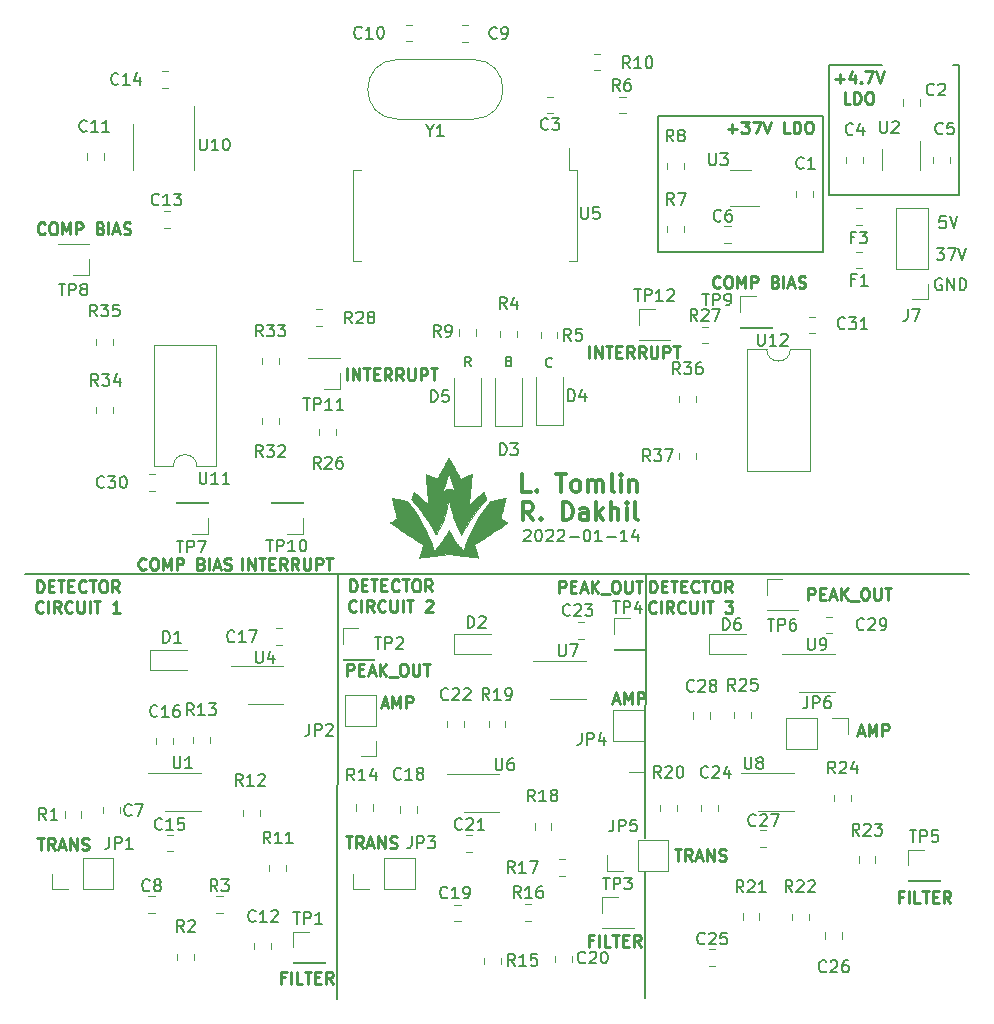
<source format=gbr>
%TF.GenerationSoftware,KiCad,Pcbnew,(5.1.9)-1*%
%TF.CreationDate,2022-01-14T21:41:21-05:00*%
%TF.ProjectId,mama_board,6d616d61-5f62-46f6-9172-642e6b696361,rev?*%
%TF.SameCoordinates,Original*%
%TF.FileFunction,Legend,Top*%
%TF.FilePolarity,Positive*%
%FSLAX46Y46*%
G04 Gerber Fmt 4.6, Leading zero omitted, Abs format (unit mm)*
G04 Created by KiCad (PCBNEW (5.1.9)-1) date 2022-01-14 21:41:21*
%MOMM*%
%LPD*%
G01*
G04 APERTURE LIST*
%ADD10C,0.150000*%
%ADD11C,0.300000*%
%ADD12C,0.250000*%
%ADD13C,0.010000*%
%ADD14C,0.120000*%
G04 APERTURE END LIST*
D10*
X150286057Y-112374419D02*
X150333676Y-112326800D01*
X150428914Y-112279180D01*
X150667009Y-112279180D01*
X150762247Y-112326800D01*
X150809866Y-112374419D01*
X150857485Y-112469657D01*
X150857485Y-112564895D01*
X150809866Y-112707752D01*
X150238438Y-113279180D01*
X150857485Y-113279180D01*
X151476533Y-112279180D02*
X151571771Y-112279180D01*
X151667009Y-112326800D01*
X151714628Y-112374419D01*
X151762247Y-112469657D01*
X151809866Y-112660133D01*
X151809866Y-112898228D01*
X151762247Y-113088704D01*
X151714628Y-113183942D01*
X151667009Y-113231561D01*
X151571771Y-113279180D01*
X151476533Y-113279180D01*
X151381295Y-113231561D01*
X151333676Y-113183942D01*
X151286057Y-113088704D01*
X151238438Y-112898228D01*
X151238438Y-112660133D01*
X151286057Y-112469657D01*
X151333676Y-112374419D01*
X151381295Y-112326800D01*
X151476533Y-112279180D01*
X152190819Y-112374419D02*
X152238438Y-112326800D01*
X152333676Y-112279180D01*
X152571771Y-112279180D01*
X152667009Y-112326800D01*
X152714628Y-112374419D01*
X152762247Y-112469657D01*
X152762247Y-112564895D01*
X152714628Y-112707752D01*
X152143200Y-113279180D01*
X152762247Y-113279180D01*
X153143200Y-112374419D02*
X153190819Y-112326800D01*
X153286057Y-112279180D01*
X153524152Y-112279180D01*
X153619390Y-112326800D01*
X153667009Y-112374419D01*
X153714628Y-112469657D01*
X153714628Y-112564895D01*
X153667009Y-112707752D01*
X153095580Y-113279180D01*
X153714628Y-113279180D01*
X154143200Y-112898228D02*
X154905104Y-112898228D01*
X155571771Y-112279180D02*
X155667009Y-112279180D01*
X155762247Y-112326800D01*
X155809866Y-112374419D01*
X155857485Y-112469657D01*
X155905104Y-112660133D01*
X155905104Y-112898228D01*
X155857485Y-113088704D01*
X155809866Y-113183942D01*
X155762247Y-113231561D01*
X155667009Y-113279180D01*
X155571771Y-113279180D01*
X155476533Y-113231561D01*
X155428914Y-113183942D01*
X155381295Y-113088704D01*
X155333676Y-112898228D01*
X155333676Y-112660133D01*
X155381295Y-112469657D01*
X155428914Y-112374419D01*
X155476533Y-112326800D01*
X155571771Y-112279180D01*
X156857485Y-113279180D02*
X156286057Y-113279180D01*
X156571771Y-113279180D02*
X156571771Y-112279180D01*
X156476533Y-112422038D01*
X156381295Y-112517276D01*
X156286057Y-112564895D01*
X157286057Y-112898228D02*
X158047961Y-112898228D01*
X159047961Y-113279180D02*
X158476533Y-113279180D01*
X158762247Y-113279180D02*
X158762247Y-112279180D01*
X158667009Y-112422038D01*
X158571771Y-112517276D01*
X158476533Y-112564895D01*
X159905104Y-112612514D02*
X159905104Y-113279180D01*
X159667009Y-112231561D02*
X159428914Y-112945847D01*
X160047961Y-112945847D01*
D11*
X151062228Y-111473371D02*
X150562228Y-110759085D01*
X150205085Y-111473371D02*
X150205085Y-109973371D01*
X150776514Y-109973371D01*
X150919371Y-110044800D01*
X150990800Y-110116228D01*
X151062228Y-110259085D01*
X151062228Y-110473371D01*
X150990800Y-110616228D01*
X150919371Y-110687657D01*
X150776514Y-110759085D01*
X150205085Y-110759085D01*
X151705085Y-111330514D02*
X151776514Y-111401942D01*
X151705085Y-111473371D01*
X151633657Y-111401942D01*
X151705085Y-111330514D01*
X151705085Y-111473371D01*
X153562228Y-111473371D02*
X153562228Y-109973371D01*
X153919371Y-109973371D01*
X154133657Y-110044800D01*
X154276514Y-110187657D01*
X154347942Y-110330514D01*
X154419371Y-110616228D01*
X154419371Y-110830514D01*
X154347942Y-111116228D01*
X154276514Y-111259085D01*
X154133657Y-111401942D01*
X153919371Y-111473371D01*
X153562228Y-111473371D01*
X155705085Y-111473371D02*
X155705085Y-110687657D01*
X155633657Y-110544800D01*
X155490800Y-110473371D01*
X155205085Y-110473371D01*
X155062228Y-110544800D01*
X155705085Y-111401942D02*
X155562228Y-111473371D01*
X155205085Y-111473371D01*
X155062228Y-111401942D01*
X154990800Y-111259085D01*
X154990800Y-111116228D01*
X155062228Y-110973371D01*
X155205085Y-110901942D01*
X155562228Y-110901942D01*
X155705085Y-110830514D01*
X156419371Y-111473371D02*
X156419371Y-109973371D01*
X156562228Y-110901942D02*
X156990800Y-111473371D01*
X156990800Y-110473371D02*
X156419371Y-111044800D01*
X157633657Y-111473371D02*
X157633657Y-109973371D01*
X158276514Y-111473371D02*
X158276514Y-110687657D01*
X158205085Y-110544800D01*
X158062228Y-110473371D01*
X157847942Y-110473371D01*
X157705085Y-110544800D01*
X157633657Y-110616228D01*
X158990800Y-111473371D02*
X158990800Y-110473371D01*
X158990800Y-109973371D02*
X158919371Y-110044800D01*
X158990800Y-110116228D01*
X159062228Y-110044800D01*
X158990800Y-109973371D01*
X158990800Y-110116228D01*
X159919371Y-111473371D02*
X159776514Y-111401942D01*
X159705085Y-111259085D01*
X159705085Y-109973371D01*
X150847942Y-109085771D02*
X150133657Y-109085771D01*
X150133657Y-107585771D01*
X151347942Y-108942914D02*
X151419371Y-109014342D01*
X151347942Y-109085771D01*
X151276514Y-109014342D01*
X151347942Y-108942914D01*
X151347942Y-109085771D01*
X152990800Y-107585771D02*
X153847942Y-107585771D01*
X153419371Y-109085771D02*
X153419371Y-107585771D01*
X154562228Y-109085771D02*
X154419371Y-109014342D01*
X154347942Y-108942914D01*
X154276514Y-108800057D01*
X154276514Y-108371485D01*
X154347942Y-108228628D01*
X154419371Y-108157200D01*
X154562228Y-108085771D01*
X154776514Y-108085771D01*
X154919371Y-108157200D01*
X154990800Y-108228628D01*
X155062228Y-108371485D01*
X155062228Y-108800057D01*
X154990800Y-108942914D01*
X154919371Y-109014342D01*
X154776514Y-109085771D01*
X154562228Y-109085771D01*
X155705085Y-109085771D02*
X155705085Y-108085771D01*
X155705085Y-108228628D02*
X155776514Y-108157200D01*
X155919371Y-108085771D01*
X156133657Y-108085771D01*
X156276514Y-108157200D01*
X156347942Y-108300057D01*
X156347942Y-109085771D01*
X156347942Y-108300057D02*
X156419371Y-108157200D01*
X156562228Y-108085771D01*
X156776514Y-108085771D01*
X156919371Y-108157200D01*
X156990800Y-108300057D01*
X156990800Y-109085771D01*
X157919371Y-109085771D02*
X157776514Y-109014342D01*
X157705085Y-108871485D01*
X157705085Y-107585771D01*
X158490800Y-109085771D02*
X158490800Y-108085771D01*
X158490800Y-107585771D02*
X158419371Y-107657200D01*
X158490800Y-107728628D01*
X158562228Y-107657200D01*
X158490800Y-107585771D01*
X158490800Y-107728628D01*
X159205085Y-108085771D02*
X159205085Y-109085771D01*
X159205085Y-108228628D02*
X159276514Y-108157200D01*
X159419371Y-108085771D01*
X159633657Y-108085771D01*
X159776514Y-108157200D01*
X159847942Y-108300057D01*
X159847942Y-109085771D01*
D10*
X160540700Y-141173200D02*
X160550000Y-151975000D01*
X152622619Y-98460714D02*
X152584523Y-98498809D01*
X152470238Y-98536904D01*
X152394047Y-98536904D01*
X152279761Y-98498809D01*
X152203571Y-98422619D01*
X152165476Y-98346428D01*
X152127380Y-98194047D01*
X152127380Y-98079761D01*
X152165476Y-97927380D01*
X152203571Y-97851190D01*
X152279761Y-97775000D01*
X152394047Y-97736904D01*
X152470238Y-97736904D01*
X152584523Y-97775000D01*
X152622619Y-97813095D01*
X149032142Y-98042857D02*
X149146428Y-98080952D01*
X149184523Y-98119047D01*
X149222619Y-98195238D01*
X149222619Y-98309523D01*
X149184523Y-98385714D01*
X149146428Y-98423809D01*
X149070238Y-98461904D01*
X148765476Y-98461904D01*
X148765476Y-97661904D01*
X149032142Y-97661904D01*
X149108333Y-97700000D01*
X149146428Y-97738095D01*
X149184523Y-97814285D01*
X149184523Y-97890476D01*
X149146428Y-97966666D01*
X149108333Y-98004761D01*
X149032142Y-98042857D01*
X148765476Y-98042857D01*
X145772619Y-98436904D02*
X145505952Y-98055952D01*
X145315476Y-98436904D02*
X145315476Y-97636904D01*
X145620238Y-97636904D01*
X145696428Y-97675000D01*
X145734523Y-97713095D01*
X145772619Y-97789285D01*
X145772619Y-97903571D01*
X145734523Y-97979761D01*
X145696428Y-98017857D01*
X145620238Y-98055952D01*
X145315476Y-98055952D01*
X185638095Y-91050000D02*
X185542857Y-91002380D01*
X185400000Y-91002380D01*
X185257142Y-91050000D01*
X185161904Y-91145238D01*
X185114285Y-91240476D01*
X185066666Y-91430952D01*
X185066666Y-91573809D01*
X185114285Y-91764285D01*
X185161904Y-91859523D01*
X185257142Y-91954761D01*
X185400000Y-92002380D01*
X185495238Y-92002380D01*
X185638095Y-91954761D01*
X185685714Y-91907142D01*
X185685714Y-91573809D01*
X185495238Y-91573809D01*
X186114285Y-92002380D02*
X186114285Y-91002380D01*
X186685714Y-92002380D01*
X186685714Y-91002380D01*
X187161904Y-92002380D02*
X187161904Y-91002380D01*
X187400000Y-91002380D01*
X187542857Y-91050000D01*
X187638095Y-91145238D01*
X187685714Y-91240476D01*
X187733333Y-91430952D01*
X187733333Y-91573809D01*
X187685714Y-91764285D01*
X187638095Y-91859523D01*
X187542857Y-91954761D01*
X187400000Y-92002380D01*
X187161904Y-92002380D01*
X185211904Y-88452380D02*
X185830952Y-88452380D01*
X185497619Y-88833333D01*
X185640476Y-88833333D01*
X185735714Y-88880952D01*
X185783333Y-88928571D01*
X185830952Y-89023809D01*
X185830952Y-89261904D01*
X185783333Y-89357142D01*
X185735714Y-89404761D01*
X185640476Y-89452380D01*
X185354761Y-89452380D01*
X185259523Y-89404761D01*
X185211904Y-89357142D01*
X186164285Y-88452380D02*
X186830952Y-88452380D01*
X186402380Y-89452380D01*
X187069047Y-88452380D02*
X187402380Y-89452380D01*
X187735714Y-88452380D01*
X185984523Y-85752380D02*
X185508333Y-85752380D01*
X185460714Y-86228571D01*
X185508333Y-86180952D01*
X185603571Y-86133333D01*
X185841666Y-86133333D01*
X185936904Y-86180952D01*
X185984523Y-86228571D01*
X186032142Y-86323809D01*
X186032142Y-86561904D01*
X185984523Y-86657142D01*
X185936904Y-86704761D01*
X185841666Y-86752380D01*
X185603571Y-86752380D01*
X185508333Y-86704761D01*
X185460714Y-86657142D01*
X186317857Y-85752380D02*
X186651190Y-86752380D01*
X186984523Y-85752380D01*
D12*
X167553411Y-78350708D02*
X168315316Y-78350708D01*
X167934363Y-78731660D02*
X167934363Y-77969756D01*
X168696268Y-77731660D02*
X169315316Y-77731660D01*
X168981982Y-78112613D01*
X169124840Y-78112613D01*
X169220078Y-78160232D01*
X169267697Y-78207851D01*
X169315316Y-78303089D01*
X169315316Y-78541184D01*
X169267697Y-78636422D01*
X169220078Y-78684041D01*
X169124840Y-78731660D01*
X168839125Y-78731660D01*
X168743887Y-78684041D01*
X168696268Y-78636422D01*
X169648649Y-77731660D02*
X170315316Y-77731660D01*
X169886744Y-78731660D01*
X170553411Y-77731660D02*
X170886744Y-78731660D01*
X171220078Y-77731660D01*
X172791506Y-78731660D02*
X172315316Y-78731660D01*
X172315316Y-77731660D01*
X173124840Y-78731660D02*
X173124840Y-77731660D01*
X173362935Y-77731660D01*
X173505792Y-77779280D01*
X173601030Y-77874518D01*
X173648649Y-77969756D01*
X173696268Y-78160232D01*
X173696268Y-78303089D01*
X173648649Y-78493565D01*
X173601030Y-78588803D01*
X173505792Y-78684041D01*
X173362935Y-78731660D01*
X173124840Y-78731660D01*
X174315316Y-77731660D02*
X174505792Y-77731660D01*
X174601030Y-77779280D01*
X174696268Y-77874518D01*
X174743887Y-78064994D01*
X174743887Y-78398327D01*
X174696268Y-78588803D01*
X174601030Y-78684041D01*
X174505792Y-78731660D01*
X174315316Y-78731660D01*
X174220078Y-78684041D01*
X174124840Y-78588803D01*
X174077220Y-78398327D01*
X174077220Y-78064994D01*
X174124840Y-77874518D01*
X174220078Y-77779280D01*
X174315316Y-77731660D01*
D10*
X161624840Y-88779280D02*
X175624840Y-88779280D01*
X161624840Y-77279280D02*
X161624840Y-88779280D01*
X175624840Y-77279280D02*
X161624840Y-77279280D01*
X175624840Y-88779280D02*
X175624840Y-77279280D01*
D12*
X176625000Y-74096428D02*
X177386904Y-74096428D01*
X177005952Y-74477380D02*
X177005952Y-73715476D01*
X178291666Y-73810714D02*
X178291666Y-74477380D01*
X178053571Y-73429761D02*
X177815476Y-74144047D01*
X178434523Y-74144047D01*
X178815476Y-74382142D02*
X178863095Y-74429761D01*
X178815476Y-74477380D01*
X178767857Y-74429761D01*
X178815476Y-74382142D01*
X178815476Y-74477380D01*
X179196428Y-73477380D02*
X179863095Y-73477380D01*
X179434523Y-74477380D01*
X180101190Y-73477380D02*
X180434523Y-74477380D01*
X180767857Y-73477380D01*
X177910714Y-76227380D02*
X177434523Y-76227380D01*
X177434523Y-75227380D01*
X178244047Y-76227380D02*
X178244047Y-75227380D01*
X178482142Y-75227380D01*
X178625000Y-75275000D01*
X178720238Y-75370238D01*
X178767857Y-75465476D01*
X178815476Y-75655952D01*
X178815476Y-75798809D01*
X178767857Y-75989285D01*
X178720238Y-76084523D01*
X178625000Y-76179761D01*
X178482142Y-76227380D01*
X178244047Y-76227380D01*
X179434523Y-75227380D02*
X179625000Y-75227380D01*
X179720238Y-75275000D01*
X179815476Y-75370238D01*
X179863095Y-75560714D01*
X179863095Y-75894047D01*
X179815476Y-76084523D01*
X179720238Y-76179761D01*
X179625000Y-76227380D01*
X179434523Y-76227380D01*
X179339285Y-76179761D01*
X179244047Y-76084523D01*
X179196428Y-75894047D01*
X179196428Y-75560714D01*
X179244047Y-75370238D01*
X179339285Y-75275000D01*
X179434523Y-75227380D01*
D10*
X176124840Y-72954280D02*
X180624840Y-72954280D01*
X176124840Y-83954280D02*
X176124840Y-72954280D01*
X187124840Y-83954280D02*
X176124840Y-83954280D01*
X187124840Y-72954280D02*
X187124840Y-83954280D01*
X186624840Y-72954280D02*
X187124840Y-72954280D01*
D12*
X130043466Y-150194971D02*
X129710133Y-150194971D01*
X129710133Y-150718780D02*
X129710133Y-149718780D01*
X130186323Y-149718780D01*
X130567276Y-150718780D02*
X130567276Y-149718780D01*
X131519657Y-150718780D02*
X131043466Y-150718780D01*
X131043466Y-149718780D01*
X131710133Y-149718780D02*
X132281561Y-149718780D01*
X131995847Y-150718780D02*
X131995847Y-149718780D01*
X132614895Y-150194971D02*
X132948228Y-150194971D01*
X133091085Y-150718780D02*
X132614895Y-150718780D01*
X132614895Y-149718780D01*
X133091085Y-149718780D01*
X134091085Y-150718780D02*
X133757752Y-150242590D01*
X133519657Y-150718780D02*
X133519657Y-149718780D01*
X133900609Y-149718780D01*
X133995847Y-149766400D01*
X134043466Y-149814019D01*
X134091085Y-149909257D01*
X134091085Y-150052114D01*
X134043466Y-150147352D01*
X133995847Y-150194971D01*
X133900609Y-150242590D01*
X133519657Y-150242590D01*
X156103866Y-147058071D02*
X155770533Y-147058071D01*
X155770533Y-147581880D02*
X155770533Y-146581880D01*
X156246723Y-146581880D01*
X156627676Y-147581880D02*
X156627676Y-146581880D01*
X157580057Y-147581880D02*
X157103866Y-147581880D01*
X157103866Y-146581880D01*
X157770533Y-146581880D02*
X158341961Y-146581880D01*
X158056247Y-147581880D02*
X158056247Y-146581880D01*
X158675295Y-147058071D02*
X159008628Y-147058071D01*
X159151485Y-147581880D02*
X158675295Y-147581880D01*
X158675295Y-146581880D01*
X159151485Y-146581880D01*
X160151485Y-147581880D02*
X159818152Y-147105690D01*
X159580057Y-147581880D02*
X159580057Y-146581880D01*
X159961009Y-146581880D01*
X160056247Y-146629500D01*
X160103866Y-146677119D01*
X160151485Y-146772357D01*
X160151485Y-146915214D01*
X160103866Y-147010452D01*
X160056247Y-147058071D01*
X159961009Y-147105690D01*
X159580057Y-147105690D01*
X182341666Y-143353571D02*
X182008333Y-143353571D01*
X182008333Y-143877380D02*
X182008333Y-142877380D01*
X182484523Y-142877380D01*
X182865476Y-143877380D02*
X182865476Y-142877380D01*
X183817857Y-143877380D02*
X183341666Y-143877380D01*
X183341666Y-142877380D01*
X184008333Y-142877380D02*
X184579761Y-142877380D01*
X184294047Y-143877380D02*
X184294047Y-142877380D01*
X184913095Y-143353571D02*
X185246428Y-143353571D01*
X185389285Y-143877380D02*
X184913095Y-143877380D01*
X184913095Y-142877380D01*
X185389285Y-142877380D01*
X186389285Y-143877380D02*
X186055952Y-143401190D01*
X185817857Y-143877380D02*
X185817857Y-142877380D01*
X186198809Y-142877380D01*
X186294047Y-142925000D01*
X186341666Y-142972619D01*
X186389285Y-143067857D01*
X186389285Y-143210714D01*
X186341666Y-143305952D01*
X186294047Y-143353571D01*
X186198809Y-143401190D01*
X185817857Y-143401190D01*
X163035714Y-139327380D02*
X163607142Y-139327380D01*
X163321428Y-140327380D02*
X163321428Y-139327380D01*
X164511904Y-140327380D02*
X164178571Y-139851190D01*
X163940476Y-140327380D02*
X163940476Y-139327380D01*
X164321428Y-139327380D01*
X164416666Y-139375000D01*
X164464285Y-139422619D01*
X164511904Y-139517857D01*
X164511904Y-139660714D01*
X164464285Y-139755952D01*
X164416666Y-139803571D01*
X164321428Y-139851190D01*
X163940476Y-139851190D01*
X164892857Y-140041666D02*
X165369047Y-140041666D01*
X164797619Y-140327380D02*
X165130952Y-139327380D01*
X165464285Y-140327380D01*
X165797619Y-140327380D02*
X165797619Y-139327380D01*
X166369047Y-140327380D01*
X166369047Y-139327380D01*
X166797619Y-140279761D02*
X166940476Y-140327380D01*
X167178571Y-140327380D01*
X167273809Y-140279761D01*
X167321428Y-140232142D01*
X167369047Y-140136904D01*
X167369047Y-140041666D01*
X167321428Y-139946428D01*
X167273809Y-139898809D01*
X167178571Y-139851190D01*
X166988095Y-139803571D01*
X166892857Y-139755952D01*
X166845238Y-139708333D01*
X166797619Y-139613095D01*
X166797619Y-139517857D01*
X166845238Y-139422619D01*
X166892857Y-139375000D01*
X166988095Y-139327380D01*
X167226190Y-139327380D01*
X167369047Y-139375000D01*
X135185714Y-138252380D02*
X135757142Y-138252380D01*
X135471428Y-139252380D02*
X135471428Y-138252380D01*
X136661904Y-139252380D02*
X136328571Y-138776190D01*
X136090476Y-139252380D02*
X136090476Y-138252380D01*
X136471428Y-138252380D01*
X136566666Y-138300000D01*
X136614285Y-138347619D01*
X136661904Y-138442857D01*
X136661904Y-138585714D01*
X136614285Y-138680952D01*
X136566666Y-138728571D01*
X136471428Y-138776190D01*
X136090476Y-138776190D01*
X137042857Y-138966666D02*
X137519047Y-138966666D01*
X136947619Y-139252380D02*
X137280952Y-138252380D01*
X137614285Y-139252380D01*
X137947619Y-139252380D02*
X137947619Y-138252380D01*
X138519047Y-139252380D01*
X138519047Y-138252380D01*
X138947619Y-139204761D02*
X139090476Y-139252380D01*
X139328571Y-139252380D01*
X139423809Y-139204761D01*
X139471428Y-139157142D01*
X139519047Y-139061904D01*
X139519047Y-138966666D01*
X139471428Y-138871428D01*
X139423809Y-138823809D01*
X139328571Y-138776190D01*
X139138095Y-138728571D01*
X139042857Y-138680952D01*
X138995238Y-138633333D01*
X138947619Y-138538095D01*
X138947619Y-138442857D01*
X138995238Y-138347619D01*
X139042857Y-138300000D01*
X139138095Y-138252380D01*
X139376190Y-138252380D01*
X139519047Y-138300000D01*
X109085714Y-138402380D02*
X109657142Y-138402380D01*
X109371428Y-139402380D02*
X109371428Y-138402380D01*
X110561904Y-139402380D02*
X110228571Y-138926190D01*
X109990476Y-139402380D02*
X109990476Y-138402380D01*
X110371428Y-138402380D01*
X110466666Y-138450000D01*
X110514285Y-138497619D01*
X110561904Y-138592857D01*
X110561904Y-138735714D01*
X110514285Y-138830952D01*
X110466666Y-138878571D01*
X110371428Y-138926190D01*
X109990476Y-138926190D01*
X110942857Y-139116666D02*
X111419047Y-139116666D01*
X110847619Y-139402380D02*
X111180952Y-138402380D01*
X111514285Y-139402380D01*
X111847619Y-139402380D02*
X111847619Y-138402380D01*
X112419047Y-139402380D01*
X112419047Y-138402380D01*
X112847619Y-139354761D02*
X112990476Y-139402380D01*
X113228571Y-139402380D01*
X113323809Y-139354761D01*
X113371428Y-139307142D01*
X113419047Y-139211904D01*
X113419047Y-139116666D01*
X113371428Y-139021428D01*
X113323809Y-138973809D01*
X113228571Y-138926190D01*
X113038095Y-138878571D01*
X112942857Y-138830952D01*
X112895238Y-138783333D01*
X112847619Y-138688095D01*
X112847619Y-138592857D01*
X112895238Y-138497619D01*
X112942857Y-138450000D01*
X113038095Y-138402380D01*
X113276190Y-138402380D01*
X113419047Y-138450000D01*
X138238076Y-127103166D02*
X138714266Y-127103166D01*
X138142838Y-127388880D02*
X138476171Y-126388880D01*
X138809504Y-127388880D01*
X139142838Y-127388880D02*
X139142838Y-126388880D01*
X139476171Y-127103166D01*
X139809504Y-126388880D01*
X139809504Y-127388880D01*
X140285695Y-127388880D02*
X140285695Y-126388880D01*
X140666647Y-126388880D01*
X140761885Y-126436500D01*
X140809504Y-126484119D01*
X140857123Y-126579357D01*
X140857123Y-126722214D01*
X140809504Y-126817452D01*
X140761885Y-126865071D01*
X140666647Y-126912690D01*
X140285695Y-126912690D01*
X157867196Y-126745026D02*
X158343386Y-126745026D01*
X157771958Y-127030740D02*
X158105291Y-126030740D01*
X158438624Y-127030740D01*
X158771958Y-127030740D02*
X158771958Y-126030740D01*
X159105291Y-126745026D01*
X159438624Y-126030740D01*
X159438624Y-127030740D01*
X159914815Y-127030740D02*
X159914815Y-126030740D01*
X160295767Y-126030740D01*
X160391005Y-126078360D01*
X160438624Y-126125979D01*
X160486243Y-126221217D01*
X160486243Y-126364074D01*
X160438624Y-126459312D01*
X160391005Y-126506931D01*
X160295767Y-126554550D01*
X159914815Y-126554550D01*
X178550476Y-129466666D02*
X179026666Y-129466666D01*
X178455238Y-129752380D02*
X178788571Y-128752380D01*
X179121904Y-129752380D01*
X179455238Y-129752380D02*
X179455238Y-128752380D01*
X179788571Y-129466666D01*
X180121904Y-128752380D01*
X180121904Y-129752380D01*
X180598095Y-129752380D02*
X180598095Y-128752380D01*
X180979047Y-128752380D01*
X181074285Y-128800000D01*
X181121904Y-128847619D01*
X181169523Y-128942857D01*
X181169523Y-129085714D01*
X181121904Y-129180952D01*
X181074285Y-129228571D01*
X180979047Y-129276190D01*
X180598095Y-129276190D01*
X160936419Y-117601080D02*
X160936419Y-116601080D01*
X161174514Y-116601080D01*
X161317371Y-116648700D01*
X161412609Y-116743938D01*
X161460228Y-116839176D01*
X161507847Y-117029652D01*
X161507847Y-117172509D01*
X161460228Y-117362985D01*
X161412609Y-117458223D01*
X161317371Y-117553461D01*
X161174514Y-117601080D01*
X160936419Y-117601080D01*
X161936419Y-117077271D02*
X162269752Y-117077271D01*
X162412609Y-117601080D02*
X161936419Y-117601080D01*
X161936419Y-116601080D01*
X162412609Y-116601080D01*
X162698323Y-116601080D02*
X163269752Y-116601080D01*
X162984038Y-117601080D02*
X162984038Y-116601080D01*
X163603085Y-117077271D02*
X163936419Y-117077271D01*
X164079276Y-117601080D02*
X163603085Y-117601080D01*
X163603085Y-116601080D01*
X164079276Y-116601080D01*
X165079276Y-117505842D02*
X165031657Y-117553461D01*
X164888800Y-117601080D01*
X164793561Y-117601080D01*
X164650704Y-117553461D01*
X164555466Y-117458223D01*
X164507847Y-117362985D01*
X164460228Y-117172509D01*
X164460228Y-117029652D01*
X164507847Y-116839176D01*
X164555466Y-116743938D01*
X164650704Y-116648700D01*
X164793561Y-116601080D01*
X164888800Y-116601080D01*
X165031657Y-116648700D01*
X165079276Y-116696319D01*
X165364990Y-116601080D02*
X165936419Y-116601080D01*
X165650704Y-117601080D02*
X165650704Y-116601080D01*
X166460228Y-116601080D02*
X166650704Y-116601080D01*
X166745942Y-116648700D01*
X166841180Y-116743938D01*
X166888800Y-116934414D01*
X166888800Y-117267747D01*
X166841180Y-117458223D01*
X166745942Y-117553461D01*
X166650704Y-117601080D01*
X166460228Y-117601080D01*
X166364990Y-117553461D01*
X166269752Y-117458223D01*
X166222133Y-117267747D01*
X166222133Y-116934414D01*
X166269752Y-116743938D01*
X166364990Y-116648700D01*
X166460228Y-116601080D01*
X167888800Y-117601080D02*
X167555466Y-117124890D01*
X167317371Y-117601080D02*
X167317371Y-116601080D01*
X167698323Y-116601080D01*
X167793561Y-116648700D01*
X167841180Y-116696319D01*
X167888800Y-116791557D01*
X167888800Y-116934414D01*
X167841180Y-117029652D01*
X167793561Y-117077271D01*
X167698323Y-117124890D01*
X167317371Y-117124890D01*
X161460228Y-119255842D02*
X161412609Y-119303461D01*
X161269752Y-119351080D01*
X161174514Y-119351080D01*
X161031657Y-119303461D01*
X160936419Y-119208223D01*
X160888800Y-119112985D01*
X160841180Y-118922509D01*
X160841180Y-118779652D01*
X160888800Y-118589176D01*
X160936419Y-118493938D01*
X161031657Y-118398700D01*
X161174514Y-118351080D01*
X161269752Y-118351080D01*
X161412609Y-118398700D01*
X161460228Y-118446319D01*
X161888800Y-119351080D02*
X161888800Y-118351080D01*
X162936419Y-119351080D02*
X162603085Y-118874890D01*
X162364990Y-119351080D02*
X162364990Y-118351080D01*
X162745942Y-118351080D01*
X162841180Y-118398700D01*
X162888800Y-118446319D01*
X162936419Y-118541557D01*
X162936419Y-118684414D01*
X162888800Y-118779652D01*
X162841180Y-118827271D01*
X162745942Y-118874890D01*
X162364990Y-118874890D01*
X163936419Y-119255842D02*
X163888800Y-119303461D01*
X163745942Y-119351080D01*
X163650704Y-119351080D01*
X163507847Y-119303461D01*
X163412609Y-119208223D01*
X163364990Y-119112985D01*
X163317371Y-118922509D01*
X163317371Y-118779652D01*
X163364990Y-118589176D01*
X163412609Y-118493938D01*
X163507847Y-118398700D01*
X163650704Y-118351080D01*
X163745942Y-118351080D01*
X163888800Y-118398700D01*
X163936419Y-118446319D01*
X164364990Y-118351080D02*
X164364990Y-119160604D01*
X164412609Y-119255842D01*
X164460228Y-119303461D01*
X164555466Y-119351080D01*
X164745942Y-119351080D01*
X164841180Y-119303461D01*
X164888800Y-119255842D01*
X164936419Y-119160604D01*
X164936419Y-118351080D01*
X165412609Y-119351080D02*
X165412609Y-118351080D01*
X165745942Y-118351080D02*
X166317371Y-118351080D01*
X166031657Y-119351080D02*
X166031657Y-118351080D01*
X167317371Y-118351080D02*
X167936419Y-118351080D01*
X167603085Y-118732033D01*
X167745942Y-118732033D01*
X167841180Y-118779652D01*
X167888800Y-118827271D01*
X167936419Y-118922509D01*
X167936419Y-119160604D01*
X167888800Y-119255842D01*
X167841180Y-119303461D01*
X167745942Y-119351080D01*
X167460228Y-119351080D01*
X167364990Y-119303461D01*
X167317371Y-119255842D01*
X135547619Y-117502380D02*
X135547619Y-116502380D01*
X135785714Y-116502380D01*
X135928571Y-116550000D01*
X136023809Y-116645238D01*
X136071428Y-116740476D01*
X136119047Y-116930952D01*
X136119047Y-117073809D01*
X136071428Y-117264285D01*
X136023809Y-117359523D01*
X135928571Y-117454761D01*
X135785714Y-117502380D01*
X135547619Y-117502380D01*
X136547619Y-116978571D02*
X136880952Y-116978571D01*
X137023809Y-117502380D02*
X136547619Y-117502380D01*
X136547619Y-116502380D01*
X137023809Y-116502380D01*
X137309523Y-116502380D02*
X137880952Y-116502380D01*
X137595238Y-117502380D02*
X137595238Y-116502380D01*
X138214285Y-116978571D02*
X138547619Y-116978571D01*
X138690476Y-117502380D02*
X138214285Y-117502380D01*
X138214285Y-116502380D01*
X138690476Y-116502380D01*
X139690476Y-117407142D02*
X139642857Y-117454761D01*
X139500000Y-117502380D01*
X139404761Y-117502380D01*
X139261904Y-117454761D01*
X139166666Y-117359523D01*
X139119047Y-117264285D01*
X139071428Y-117073809D01*
X139071428Y-116930952D01*
X139119047Y-116740476D01*
X139166666Y-116645238D01*
X139261904Y-116550000D01*
X139404761Y-116502380D01*
X139500000Y-116502380D01*
X139642857Y-116550000D01*
X139690476Y-116597619D01*
X139976190Y-116502380D02*
X140547619Y-116502380D01*
X140261904Y-117502380D02*
X140261904Y-116502380D01*
X141071428Y-116502380D02*
X141261904Y-116502380D01*
X141357142Y-116550000D01*
X141452380Y-116645238D01*
X141500000Y-116835714D01*
X141500000Y-117169047D01*
X141452380Y-117359523D01*
X141357142Y-117454761D01*
X141261904Y-117502380D01*
X141071428Y-117502380D01*
X140976190Y-117454761D01*
X140880952Y-117359523D01*
X140833333Y-117169047D01*
X140833333Y-116835714D01*
X140880952Y-116645238D01*
X140976190Y-116550000D01*
X141071428Y-116502380D01*
X142500000Y-117502380D02*
X142166666Y-117026190D01*
X141928571Y-117502380D02*
X141928571Y-116502380D01*
X142309523Y-116502380D01*
X142404761Y-116550000D01*
X142452380Y-116597619D01*
X142500000Y-116692857D01*
X142500000Y-116835714D01*
X142452380Y-116930952D01*
X142404761Y-116978571D01*
X142309523Y-117026190D01*
X141928571Y-117026190D01*
X136071428Y-119157142D02*
X136023809Y-119204761D01*
X135880952Y-119252380D01*
X135785714Y-119252380D01*
X135642857Y-119204761D01*
X135547619Y-119109523D01*
X135500000Y-119014285D01*
X135452380Y-118823809D01*
X135452380Y-118680952D01*
X135500000Y-118490476D01*
X135547619Y-118395238D01*
X135642857Y-118300000D01*
X135785714Y-118252380D01*
X135880952Y-118252380D01*
X136023809Y-118300000D01*
X136071428Y-118347619D01*
X136500000Y-119252380D02*
X136500000Y-118252380D01*
X137547619Y-119252380D02*
X137214285Y-118776190D01*
X136976190Y-119252380D02*
X136976190Y-118252380D01*
X137357142Y-118252380D01*
X137452380Y-118300000D01*
X137500000Y-118347619D01*
X137547619Y-118442857D01*
X137547619Y-118585714D01*
X137500000Y-118680952D01*
X137452380Y-118728571D01*
X137357142Y-118776190D01*
X136976190Y-118776190D01*
X138547619Y-119157142D02*
X138500000Y-119204761D01*
X138357142Y-119252380D01*
X138261904Y-119252380D01*
X138119047Y-119204761D01*
X138023809Y-119109523D01*
X137976190Y-119014285D01*
X137928571Y-118823809D01*
X137928571Y-118680952D01*
X137976190Y-118490476D01*
X138023809Y-118395238D01*
X138119047Y-118300000D01*
X138261904Y-118252380D01*
X138357142Y-118252380D01*
X138500000Y-118300000D01*
X138547619Y-118347619D01*
X138976190Y-118252380D02*
X138976190Y-119061904D01*
X139023809Y-119157142D01*
X139071428Y-119204761D01*
X139166666Y-119252380D01*
X139357142Y-119252380D01*
X139452380Y-119204761D01*
X139500000Y-119157142D01*
X139547619Y-119061904D01*
X139547619Y-118252380D01*
X140023809Y-119252380D02*
X140023809Y-118252380D01*
X140357142Y-118252380D02*
X140928571Y-118252380D01*
X140642857Y-119252380D02*
X140642857Y-118252380D01*
X141976190Y-118347619D02*
X142023809Y-118300000D01*
X142119047Y-118252380D01*
X142357142Y-118252380D01*
X142452380Y-118300000D01*
X142500000Y-118347619D01*
X142547619Y-118442857D01*
X142547619Y-118538095D01*
X142500000Y-118680952D01*
X141928571Y-119252380D01*
X142547619Y-119252380D01*
X109047619Y-117577380D02*
X109047619Y-116577380D01*
X109285714Y-116577380D01*
X109428571Y-116625000D01*
X109523809Y-116720238D01*
X109571428Y-116815476D01*
X109619047Y-117005952D01*
X109619047Y-117148809D01*
X109571428Y-117339285D01*
X109523809Y-117434523D01*
X109428571Y-117529761D01*
X109285714Y-117577380D01*
X109047619Y-117577380D01*
X110047619Y-117053571D02*
X110380952Y-117053571D01*
X110523809Y-117577380D02*
X110047619Y-117577380D01*
X110047619Y-116577380D01*
X110523809Y-116577380D01*
X110809523Y-116577380D02*
X111380952Y-116577380D01*
X111095238Y-117577380D02*
X111095238Y-116577380D01*
X111714285Y-117053571D02*
X112047619Y-117053571D01*
X112190476Y-117577380D02*
X111714285Y-117577380D01*
X111714285Y-116577380D01*
X112190476Y-116577380D01*
X113190476Y-117482142D02*
X113142857Y-117529761D01*
X113000000Y-117577380D01*
X112904761Y-117577380D01*
X112761904Y-117529761D01*
X112666666Y-117434523D01*
X112619047Y-117339285D01*
X112571428Y-117148809D01*
X112571428Y-117005952D01*
X112619047Y-116815476D01*
X112666666Y-116720238D01*
X112761904Y-116625000D01*
X112904761Y-116577380D01*
X113000000Y-116577380D01*
X113142857Y-116625000D01*
X113190476Y-116672619D01*
X113476190Y-116577380D02*
X114047619Y-116577380D01*
X113761904Y-117577380D02*
X113761904Y-116577380D01*
X114571428Y-116577380D02*
X114761904Y-116577380D01*
X114857142Y-116625000D01*
X114952380Y-116720238D01*
X115000000Y-116910714D01*
X115000000Y-117244047D01*
X114952380Y-117434523D01*
X114857142Y-117529761D01*
X114761904Y-117577380D01*
X114571428Y-117577380D01*
X114476190Y-117529761D01*
X114380952Y-117434523D01*
X114333333Y-117244047D01*
X114333333Y-116910714D01*
X114380952Y-116720238D01*
X114476190Y-116625000D01*
X114571428Y-116577380D01*
X116000000Y-117577380D02*
X115666666Y-117101190D01*
X115428571Y-117577380D02*
X115428571Y-116577380D01*
X115809523Y-116577380D01*
X115904761Y-116625000D01*
X115952380Y-116672619D01*
X116000000Y-116767857D01*
X116000000Y-116910714D01*
X115952380Y-117005952D01*
X115904761Y-117053571D01*
X115809523Y-117101190D01*
X115428571Y-117101190D01*
X109571428Y-119232142D02*
X109523809Y-119279761D01*
X109380952Y-119327380D01*
X109285714Y-119327380D01*
X109142857Y-119279761D01*
X109047619Y-119184523D01*
X109000000Y-119089285D01*
X108952380Y-118898809D01*
X108952380Y-118755952D01*
X109000000Y-118565476D01*
X109047619Y-118470238D01*
X109142857Y-118375000D01*
X109285714Y-118327380D01*
X109380952Y-118327380D01*
X109523809Y-118375000D01*
X109571428Y-118422619D01*
X110000000Y-119327380D02*
X110000000Y-118327380D01*
X111047619Y-119327380D02*
X110714285Y-118851190D01*
X110476190Y-119327380D02*
X110476190Y-118327380D01*
X110857142Y-118327380D01*
X110952380Y-118375000D01*
X111000000Y-118422619D01*
X111047619Y-118517857D01*
X111047619Y-118660714D01*
X111000000Y-118755952D01*
X110952380Y-118803571D01*
X110857142Y-118851190D01*
X110476190Y-118851190D01*
X112047619Y-119232142D02*
X112000000Y-119279761D01*
X111857142Y-119327380D01*
X111761904Y-119327380D01*
X111619047Y-119279761D01*
X111523809Y-119184523D01*
X111476190Y-119089285D01*
X111428571Y-118898809D01*
X111428571Y-118755952D01*
X111476190Y-118565476D01*
X111523809Y-118470238D01*
X111619047Y-118375000D01*
X111761904Y-118327380D01*
X111857142Y-118327380D01*
X112000000Y-118375000D01*
X112047619Y-118422619D01*
X112476190Y-118327380D02*
X112476190Y-119136904D01*
X112523809Y-119232142D01*
X112571428Y-119279761D01*
X112666666Y-119327380D01*
X112857142Y-119327380D01*
X112952380Y-119279761D01*
X113000000Y-119232142D01*
X113047619Y-119136904D01*
X113047619Y-118327380D01*
X113523809Y-119327380D02*
X113523809Y-118327380D01*
X113857142Y-118327380D02*
X114428571Y-118327380D01*
X114142857Y-119327380D02*
X114142857Y-118327380D01*
X116047619Y-119327380D02*
X115476190Y-119327380D01*
X115761904Y-119327380D02*
X115761904Y-118327380D01*
X115666666Y-118470238D01*
X115571428Y-118565476D01*
X115476190Y-118613095D01*
D10*
X108000000Y-116000000D02*
X188000000Y-116000000D01*
D12*
X174347619Y-118227380D02*
X174347619Y-117227380D01*
X174728571Y-117227380D01*
X174823809Y-117275000D01*
X174871428Y-117322619D01*
X174919047Y-117417857D01*
X174919047Y-117560714D01*
X174871428Y-117655952D01*
X174823809Y-117703571D01*
X174728571Y-117751190D01*
X174347619Y-117751190D01*
X175347619Y-117703571D02*
X175680952Y-117703571D01*
X175823809Y-118227380D02*
X175347619Y-118227380D01*
X175347619Y-117227380D01*
X175823809Y-117227380D01*
X176204761Y-117941666D02*
X176680952Y-117941666D01*
X176109523Y-118227380D02*
X176442857Y-117227380D01*
X176776190Y-118227380D01*
X177109523Y-118227380D02*
X177109523Y-117227380D01*
X177680952Y-118227380D02*
X177252380Y-117655952D01*
X177680952Y-117227380D02*
X177109523Y-117798809D01*
X177871428Y-118322619D02*
X178633333Y-118322619D01*
X179061904Y-117227380D02*
X179252380Y-117227380D01*
X179347619Y-117275000D01*
X179442857Y-117370238D01*
X179490476Y-117560714D01*
X179490476Y-117894047D01*
X179442857Y-118084523D01*
X179347619Y-118179761D01*
X179252380Y-118227380D01*
X179061904Y-118227380D01*
X178966666Y-118179761D01*
X178871428Y-118084523D01*
X178823809Y-117894047D01*
X178823809Y-117560714D01*
X178871428Y-117370238D01*
X178966666Y-117275000D01*
X179061904Y-117227380D01*
X179919047Y-117227380D02*
X179919047Y-118036904D01*
X179966666Y-118132142D01*
X180014285Y-118179761D01*
X180109523Y-118227380D01*
X180300000Y-118227380D01*
X180395238Y-118179761D01*
X180442857Y-118132142D01*
X180490476Y-118036904D01*
X180490476Y-117227380D01*
X180823809Y-117227380D02*
X181395238Y-117227380D01*
X181109523Y-118227380D02*
X181109523Y-117227380D01*
X153252919Y-117622580D02*
X153252919Y-116622580D01*
X153633871Y-116622580D01*
X153729109Y-116670200D01*
X153776728Y-116717819D01*
X153824347Y-116813057D01*
X153824347Y-116955914D01*
X153776728Y-117051152D01*
X153729109Y-117098771D01*
X153633871Y-117146390D01*
X153252919Y-117146390D01*
X154252919Y-117098771D02*
X154586252Y-117098771D01*
X154729109Y-117622580D02*
X154252919Y-117622580D01*
X154252919Y-116622580D01*
X154729109Y-116622580D01*
X155110061Y-117336866D02*
X155586252Y-117336866D01*
X155014823Y-117622580D02*
X155348157Y-116622580D01*
X155681490Y-117622580D01*
X156014823Y-117622580D02*
X156014823Y-116622580D01*
X156586252Y-117622580D02*
X156157680Y-117051152D01*
X156586252Y-116622580D02*
X156014823Y-117194009D01*
X156776728Y-117717819D02*
X157538633Y-117717819D01*
X157967204Y-116622580D02*
X158157680Y-116622580D01*
X158252919Y-116670200D01*
X158348157Y-116765438D01*
X158395776Y-116955914D01*
X158395776Y-117289247D01*
X158348157Y-117479723D01*
X158252919Y-117574961D01*
X158157680Y-117622580D01*
X157967204Y-117622580D01*
X157871966Y-117574961D01*
X157776728Y-117479723D01*
X157729109Y-117289247D01*
X157729109Y-116955914D01*
X157776728Y-116765438D01*
X157871966Y-116670200D01*
X157967204Y-116622580D01*
X158824347Y-116622580D02*
X158824347Y-117432104D01*
X158871966Y-117527342D01*
X158919585Y-117574961D01*
X159014823Y-117622580D01*
X159205300Y-117622580D01*
X159300538Y-117574961D01*
X159348157Y-117527342D01*
X159395776Y-117432104D01*
X159395776Y-116622580D01*
X159729109Y-116622580D02*
X160300538Y-116622580D01*
X160014823Y-117622580D02*
X160014823Y-116622580D01*
X135295119Y-124645680D02*
X135295119Y-123645680D01*
X135676071Y-123645680D01*
X135771309Y-123693300D01*
X135818928Y-123740919D01*
X135866547Y-123836157D01*
X135866547Y-123979014D01*
X135818928Y-124074252D01*
X135771309Y-124121871D01*
X135676071Y-124169490D01*
X135295119Y-124169490D01*
X136295119Y-124121871D02*
X136628452Y-124121871D01*
X136771309Y-124645680D02*
X136295119Y-124645680D01*
X136295119Y-123645680D01*
X136771309Y-123645680D01*
X137152261Y-124359966D02*
X137628452Y-124359966D01*
X137057023Y-124645680D02*
X137390357Y-123645680D01*
X137723690Y-124645680D01*
X138057023Y-124645680D02*
X138057023Y-123645680D01*
X138628452Y-124645680D02*
X138199880Y-124074252D01*
X138628452Y-123645680D02*
X138057023Y-124217109D01*
X138818928Y-124740919D02*
X139580833Y-124740919D01*
X140009404Y-123645680D02*
X140199880Y-123645680D01*
X140295119Y-123693300D01*
X140390357Y-123788538D01*
X140437976Y-123979014D01*
X140437976Y-124312347D01*
X140390357Y-124502823D01*
X140295119Y-124598061D01*
X140199880Y-124645680D01*
X140009404Y-124645680D01*
X139914166Y-124598061D01*
X139818928Y-124502823D01*
X139771309Y-124312347D01*
X139771309Y-123979014D01*
X139818928Y-123788538D01*
X139914166Y-123693300D01*
X140009404Y-123645680D01*
X140866547Y-123645680D02*
X140866547Y-124455204D01*
X140914166Y-124550442D01*
X140961785Y-124598061D01*
X141057023Y-124645680D01*
X141247500Y-124645680D01*
X141342738Y-124598061D01*
X141390357Y-124550442D01*
X141437976Y-124455204D01*
X141437976Y-123645680D01*
X141771309Y-123645680D02*
X142342738Y-123645680D01*
X142057023Y-124645680D02*
X142057023Y-123645680D01*
D10*
X160500000Y-138425000D02*
X160600000Y-116000000D01*
X134450000Y-152000000D02*
X134500000Y-116000000D01*
D12*
X155826295Y-97759780D02*
X155826295Y-96759780D01*
X156302485Y-97759780D02*
X156302485Y-96759780D01*
X156873914Y-97759780D01*
X156873914Y-96759780D01*
X157207247Y-96759780D02*
X157778676Y-96759780D01*
X157492961Y-97759780D02*
X157492961Y-96759780D01*
X158112009Y-97235971D02*
X158445342Y-97235971D01*
X158588200Y-97759780D02*
X158112009Y-97759780D01*
X158112009Y-96759780D01*
X158588200Y-96759780D01*
X159588200Y-97759780D02*
X159254866Y-97283590D01*
X159016771Y-97759780D02*
X159016771Y-96759780D01*
X159397723Y-96759780D01*
X159492961Y-96807400D01*
X159540580Y-96855019D01*
X159588200Y-96950257D01*
X159588200Y-97093114D01*
X159540580Y-97188352D01*
X159492961Y-97235971D01*
X159397723Y-97283590D01*
X159016771Y-97283590D01*
X160588200Y-97759780D02*
X160254866Y-97283590D01*
X160016771Y-97759780D02*
X160016771Y-96759780D01*
X160397723Y-96759780D01*
X160492961Y-96807400D01*
X160540580Y-96855019D01*
X160588200Y-96950257D01*
X160588200Y-97093114D01*
X160540580Y-97188352D01*
X160492961Y-97235971D01*
X160397723Y-97283590D01*
X160016771Y-97283590D01*
X161016771Y-96759780D02*
X161016771Y-97569304D01*
X161064390Y-97664542D01*
X161112009Y-97712161D01*
X161207247Y-97759780D01*
X161397723Y-97759780D01*
X161492961Y-97712161D01*
X161540580Y-97664542D01*
X161588200Y-97569304D01*
X161588200Y-96759780D01*
X162064390Y-97759780D02*
X162064390Y-96759780D01*
X162445342Y-96759780D01*
X162540580Y-96807400D01*
X162588200Y-96855019D01*
X162635819Y-96950257D01*
X162635819Y-97093114D01*
X162588200Y-97188352D01*
X162540580Y-97235971D01*
X162445342Y-97283590D01*
X162064390Y-97283590D01*
X162921533Y-96759780D02*
X163492961Y-96759780D01*
X163207247Y-97759780D02*
X163207247Y-96759780D01*
X166870476Y-91717142D02*
X166822857Y-91764761D01*
X166680000Y-91812380D01*
X166584761Y-91812380D01*
X166441904Y-91764761D01*
X166346666Y-91669523D01*
X166299047Y-91574285D01*
X166251428Y-91383809D01*
X166251428Y-91240952D01*
X166299047Y-91050476D01*
X166346666Y-90955238D01*
X166441904Y-90860000D01*
X166584761Y-90812380D01*
X166680000Y-90812380D01*
X166822857Y-90860000D01*
X166870476Y-90907619D01*
X167489523Y-90812380D02*
X167680000Y-90812380D01*
X167775238Y-90860000D01*
X167870476Y-90955238D01*
X167918095Y-91145714D01*
X167918095Y-91479047D01*
X167870476Y-91669523D01*
X167775238Y-91764761D01*
X167680000Y-91812380D01*
X167489523Y-91812380D01*
X167394285Y-91764761D01*
X167299047Y-91669523D01*
X167251428Y-91479047D01*
X167251428Y-91145714D01*
X167299047Y-90955238D01*
X167394285Y-90860000D01*
X167489523Y-90812380D01*
X168346666Y-91812380D02*
X168346666Y-90812380D01*
X168680000Y-91526666D01*
X169013333Y-90812380D01*
X169013333Y-91812380D01*
X169489523Y-91812380D02*
X169489523Y-90812380D01*
X169870476Y-90812380D01*
X169965714Y-90860000D01*
X170013333Y-90907619D01*
X170060952Y-91002857D01*
X170060952Y-91145714D01*
X170013333Y-91240952D01*
X169965714Y-91288571D01*
X169870476Y-91336190D01*
X169489523Y-91336190D01*
X171584761Y-91288571D02*
X171727619Y-91336190D01*
X171775238Y-91383809D01*
X171822857Y-91479047D01*
X171822857Y-91621904D01*
X171775238Y-91717142D01*
X171727619Y-91764761D01*
X171632380Y-91812380D01*
X171251428Y-91812380D01*
X171251428Y-90812380D01*
X171584761Y-90812380D01*
X171680000Y-90860000D01*
X171727619Y-90907619D01*
X171775238Y-91002857D01*
X171775238Y-91098095D01*
X171727619Y-91193333D01*
X171680000Y-91240952D01*
X171584761Y-91288571D01*
X171251428Y-91288571D01*
X172251428Y-91812380D02*
X172251428Y-90812380D01*
X172680000Y-91526666D02*
X173156190Y-91526666D01*
X172584761Y-91812380D02*
X172918095Y-90812380D01*
X173251428Y-91812380D01*
X173537142Y-91764761D02*
X173680000Y-91812380D01*
X173918095Y-91812380D01*
X174013333Y-91764761D01*
X174060952Y-91717142D01*
X174108571Y-91621904D01*
X174108571Y-91526666D01*
X174060952Y-91431428D01*
X174013333Y-91383809D01*
X173918095Y-91336190D01*
X173727619Y-91288571D01*
X173632380Y-91240952D01*
X173584761Y-91193333D01*
X173537142Y-91098095D01*
X173537142Y-91002857D01*
X173584761Y-90907619D01*
X173632380Y-90860000D01*
X173727619Y-90812380D01*
X173965714Y-90812380D01*
X174108571Y-90860000D01*
X135290395Y-99639380D02*
X135290395Y-98639380D01*
X135766585Y-99639380D02*
X135766585Y-98639380D01*
X136338014Y-99639380D01*
X136338014Y-98639380D01*
X136671347Y-98639380D02*
X137242776Y-98639380D01*
X136957061Y-99639380D02*
X136957061Y-98639380D01*
X137576109Y-99115571D02*
X137909442Y-99115571D01*
X138052300Y-99639380D02*
X137576109Y-99639380D01*
X137576109Y-98639380D01*
X138052300Y-98639380D01*
X139052300Y-99639380D02*
X138718966Y-99163190D01*
X138480871Y-99639380D02*
X138480871Y-98639380D01*
X138861823Y-98639380D01*
X138957061Y-98687000D01*
X139004680Y-98734619D01*
X139052300Y-98829857D01*
X139052300Y-98972714D01*
X139004680Y-99067952D01*
X138957061Y-99115571D01*
X138861823Y-99163190D01*
X138480871Y-99163190D01*
X140052300Y-99639380D02*
X139718966Y-99163190D01*
X139480871Y-99639380D02*
X139480871Y-98639380D01*
X139861823Y-98639380D01*
X139957061Y-98687000D01*
X140004680Y-98734619D01*
X140052300Y-98829857D01*
X140052300Y-98972714D01*
X140004680Y-99067952D01*
X139957061Y-99115571D01*
X139861823Y-99163190D01*
X139480871Y-99163190D01*
X140480871Y-98639380D02*
X140480871Y-99448904D01*
X140528490Y-99544142D01*
X140576109Y-99591761D01*
X140671347Y-99639380D01*
X140861823Y-99639380D01*
X140957061Y-99591761D01*
X141004680Y-99544142D01*
X141052300Y-99448904D01*
X141052300Y-98639380D01*
X141528490Y-99639380D02*
X141528490Y-98639380D01*
X141909442Y-98639380D01*
X142004680Y-98687000D01*
X142052300Y-98734619D01*
X142099919Y-98829857D01*
X142099919Y-98972714D01*
X142052300Y-99067952D01*
X142004680Y-99115571D01*
X141909442Y-99163190D01*
X141528490Y-99163190D01*
X142385633Y-98639380D02*
X142957061Y-98639380D01*
X142671347Y-99639380D02*
X142671347Y-98639380D01*
X109715476Y-87182142D02*
X109667857Y-87229761D01*
X109525000Y-87277380D01*
X109429761Y-87277380D01*
X109286904Y-87229761D01*
X109191666Y-87134523D01*
X109144047Y-87039285D01*
X109096428Y-86848809D01*
X109096428Y-86705952D01*
X109144047Y-86515476D01*
X109191666Y-86420238D01*
X109286904Y-86325000D01*
X109429761Y-86277380D01*
X109525000Y-86277380D01*
X109667857Y-86325000D01*
X109715476Y-86372619D01*
X110334523Y-86277380D02*
X110525000Y-86277380D01*
X110620238Y-86325000D01*
X110715476Y-86420238D01*
X110763095Y-86610714D01*
X110763095Y-86944047D01*
X110715476Y-87134523D01*
X110620238Y-87229761D01*
X110525000Y-87277380D01*
X110334523Y-87277380D01*
X110239285Y-87229761D01*
X110144047Y-87134523D01*
X110096428Y-86944047D01*
X110096428Y-86610714D01*
X110144047Y-86420238D01*
X110239285Y-86325000D01*
X110334523Y-86277380D01*
X111191666Y-87277380D02*
X111191666Y-86277380D01*
X111525000Y-86991666D01*
X111858333Y-86277380D01*
X111858333Y-87277380D01*
X112334523Y-87277380D02*
X112334523Y-86277380D01*
X112715476Y-86277380D01*
X112810714Y-86325000D01*
X112858333Y-86372619D01*
X112905952Y-86467857D01*
X112905952Y-86610714D01*
X112858333Y-86705952D01*
X112810714Y-86753571D01*
X112715476Y-86801190D01*
X112334523Y-86801190D01*
X114429761Y-86753571D02*
X114572619Y-86801190D01*
X114620238Y-86848809D01*
X114667857Y-86944047D01*
X114667857Y-87086904D01*
X114620238Y-87182142D01*
X114572619Y-87229761D01*
X114477380Y-87277380D01*
X114096428Y-87277380D01*
X114096428Y-86277380D01*
X114429761Y-86277380D01*
X114525000Y-86325000D01*
X114572619Y-86372619D01*
X114620238Y-86467857D01*
X114620238Y-86563095D01*
X114572619Y-86658333D01*
X114525000Y-86705952D01*
X114429761Y-86753571D01*
X114096428Y-86753571D01*
X115096428Y-87277380D02*
X115096428Y-86277380D01*
X115525000Y-86991666D02*
X116001190Y-86991666D01*
X115429761Y-87277380D02*
X115763095Y-86277380D01*
X116096428Y-87277380D01*
X116382142Y-87229761D02*
X116525000Y-87277380D01*
X116763095Y-87277380D01*
X116858333Y-87229761D01*
X116905952Y-87182142D01*
X116953571Y-87086904D01*
X116953571Y-86991666D01*
X116905952Y-86896428D01*
X116858333Y-86848809D01*
X116763095Y-86801190D01*
X116572619Y-86753571D01*
X116477380Y-86705952D01*
X116429761Y-86658333D01*
X116382142Y-86563095D01*
X116382142Y-86467857D01*
X116429761Y-86372619D01*
X116477380Y-86325000D01*
X116572619Y-86277380D01*
X116810714Y-86277380D01*
X116953571Y-86325000D01*
X126428335Y-115689640D02*
X126428335Y-114689640D01*
X126904525Y-115689640D02*
X126904525Y-114689640D01*
X127475954Y-115689640D01*
X127475954Y-114689640D01*
X127809287Y-114689640D02*
X128380716Y-114689640D01*
X128095001Y-115689640D02*
X128095001Y-114689640D01*
X128714049Y-115165831D02*
X129047382Y-115165831D01*
X129190240Y-115689640D02*
X128714049Y-115689640D01*
X128714049Y-114689640D01*
X129190240Y-114689640D01*
X130190240Y-115689640D02*
X129856906Y-115213450D01*
X129618811Y-115689640D02*
X129618811Y-114689640D01*
X129999763Y-114689640D01*
X130095001Y-114737260D01*
X130142620Y-114784879D01*
X130190240Y-114880117D01*
X130190240Y-115022974D01*
X130142620Y-115118212D01*
X130095001Y-115165831D01*
X129999763Y-115213450D01*
X129618811Y-115213450D01*
X131190240Y-115689640D02*
X130856906Y-115213450D01*
X130618811Y-115689640D02*
X130618811Y-114689640D01*
X130999763Y-114689640D01*
X131095001Y-114737260D01*
X131142620Y-114784879D01*
X131190240Y-114880117D01*
X131190240Y-115022974D01*
X131142620Y-115118212D01*
X131095001Y-115165831D01*
X130999763Y-115213450D01*
X130618811Y-115213450D01*
X131618811Y-114689640D02*
X131618811Y-115499164D01*
X131666430Y-115594402D01*
X131714049Y-115642021D01*
X131809287Y-115689640D01*
X131999763Y-115689640D01*
X132095001Y-115642021D01*
X132142620Y-115594402D01*
X132190240Y-115499164D01*
X132190240Y-114689640D01*
X132666430Y-115689640D02*
X132666430Y-114689640D01*
X133047382Y-114689640D01*
X133142620Y-114737260D01*
X133190240Y-114784879D01*
X133237859Y-114880117D01*
X133237859Y-115022974D01*
X133190240Y-115118212D01*
X133142620Y-115165831D01*
X133047382Y-115213450D01*
X132666430Y-115213450D01*
X133523573Y-114689640D02*
X134095001Y-114689640D01*
X133809287Y-115689640D02*
X133809287Y-114689640D01*
X118259956Y-115604562D02*
X118212337Y-115652181D01*
X118069480Y-115699800D01*
X117974241Y-115699800D01*
X117831384Y-115652181D01*
X117736146Y-115556943D01*
X117688527Y-115461705D01*
X117640908Y-115271229D01*
X117640908Y-115128372D01*
X117688527Y-114937896D01*
X117736146Y-114842658D01*
X117831384Y-114747420D01*
X117974241Y-114699800D01*
X118069480Y-114699800D01*
X118212337Y-114747420D01*
X118259956Y-114795039D01*
X118879003Y-114699800D02*
X119069480Y-114699800D01*
X119164718Y-114747420D01*
X119259956Y-114842658D01*
X119307575Y-115033134D01*
X119307575Y-115366467D01*
X119259956Y-115556943D01*
X119164718Y-115652181D01*
X119069480Y-115699800D01*
X118879003Y-115699800D01*
X118783765Y-115652181D01*
X118688527Y-115556943D01*
X118640908Y-115366467D01*
X118640908Y-115033134D01*
X118688527Y-114842658D01*
X118783765Y-114747420D01*
X118879003Y-114699800D01*
X119736146Y-115699800D02*
X119736146Y-114699800D01*
X120069480Y-115414086D01*
X120402813Y-114699800D01*
X120402813Y-115699800D01*
X120879003Y-115699800D02*
X120879003Y-114699800D01*
X121259956Y-114699800D01*
X121355194Y-114747420D01*
X121402813Y-114795039D01*
X121450432Y-114890277D01*
X121450432Y-115033134D01*
X121402813Y-115128372D01*
X121355194Y-115175991D01*
X121259956Y-115223610D01*
X120879003Y-115223610D01*
X122974241Y-115175991D02*
X123117099Y-115223610D01*
X123164718Y-115271229D01*
X123212337Y-115366467D01*
X123212337Y-115509324D01*
X123164718Y-115604562D01*
X123117099Y-115652181D01*
X123021860Y-115699800D01*
X122640908Y-115699800D01*
X122640908Y-114699800D01*
X122974241Y-114699800D01*
X123069480Y-114747420D01*
X123117099Y-114795039D01*
X123164718Y-114890277D01*
X123164718Y-114985515D01*
X123117099Y-115080753D01*
X123069480Y-115128372D01*
X122974241Y-115175991D01*
X122640908Y-115175991D01*
X123640908Y-115699800D02*
X123640908Y-114699800D01*
X124069480Y-115414086D02*
X124545670Y-115414086D01*
X123974241Y-115699800D02*
X124307575Y-114699800D01*
X124640908Y-115699800D01*
X124926622Y-115652181D02*
X125069480Y-115699800D01*
X125307575Y-115699800D01*
X125402813Y-115652181D01*
X125450432Y-115604562D01*
X125498051Y-115509324D01*
X125498051Y-115414086D01*
X125450432Y-115318848D01*
X125402813Y-115271229D01*
X125307575Y-115223610D01*
X125117099Y-115175991D01*
X125021860Y-115128372D01*
X124974241Y-115080753D01*
X124926622Y-114985515D01*
X124926622Y-114890277D01*
X124974241Y-114795039D01*
X125021860Y-114747420D01*
X125117099Y-114699800D01*
X125355194Y-114699800D01*
X125498051Y-114747420D01*
D13*
%TO.C,G\u002A\u002A\u002A*%
G36*
X143915828Y-106215810D02*
G01*
X143937031Y-106250138D01*
X143969466Y-106304988D01*
X144012034Y-106378430D01*
X144063634Y-106468537D01*
X144123166Y-106573380D01*
X144189530Y-106691029D01*
X144261626Y-106819556D01*
X144338352Y-106957033D01*
X144404894Y-107076787D01*
X144484738Y-107220733D01*
X144560795Y-107357789D01*
X144631965Y-107485976D01*
X144697147Y-107603311D01*
X144755238Y-107707816D01*
X144805138Y-107797509D01*
X144845745Y-107870410D01*
X144875959Y-107924539D01*
X144894678Y-107957916D01*
X144900667Y-107968394D01*
X144909114Y-107971201D01*
X144928819Y-107967900D01*
X144961826Y-107957702D01*
X145010180Y-107939817D01*
X145075923Y-107913456D01*
X145161102Y-107877831D01*
X145267760Y-107832152D01*
X145381565Y-107782770D01*
X145488458Y-107736519D01*
X145587265Y-107694396D01*
X145675109Y-107657580D01*
X145749113Y-107627250D01*
X145806398Y-107604585D01*
X145844086Y-107590763D01*
X145859301Y-107586964D01*
X145859399Y-107587034D01*
X145859360Y-107601846D01*
X145856790Y-107642416D01*
X145851859Y-107706798D01*
X145844742Y-107793044D01*
X145835610Y-107899209D01*
X145824635Y-108023346D01*
X145811990Y-108163509D01*
X145797848Y-108317751D01*
X145782380Y-108484127D01*
X145765760Y-108660690D01*
X145748159Y-108845493D01*
X145745212Y-108876226D01*
X145727441Y-109062115D01*
X145710564Y-109240027D01*
X145694758Y-109408020D01*
X145680198Y-109564154D01*
X145667063Y-109706488D01*
X145655528Y-109833082D01*
X145645769Y-109941995D01*
X145637965Y-110031285D01*
X145632291Y-110099013D01*
X145628923Y-110143238D01*
X145628040Y-110162019D01*
X145628145Y-110162538D01*
X145639303Y-110154621D01*
X145669375Y-110129773D01*
X145716513Y-110089605D01*
X145778867Y-110035726D01*
X145854591Y-109969745D01*
X145941835Y-109893272D01*
X146038751Y-109807918D01*
X146143490Y-109715291D01*
X146236122Y-109633079D01*
X146346216Y-109535387D01*
X146450199Y-109443446D01*
X146546200Y-109358890D01*
X146632348Y-109283352D01*
X146706769Y-109218465D01*
X146767594Y-109165861D01*
X146812949Y-109127174D01*
X146840964Y-109104035D01*
X146849706Y-109097809D01*
X146853955Y-109100925D01*
X146860484Y-109111816D01*
X146870198Y-109132795D01*
X146884002Y-109166177D01*
X146902801Y-109214276D01*
X146927501Y-109279404D01*
X146959006Y-109363877D01*
X146998222Y-109470007D01*
X147043506Y-109593166D01*
X147084853Y-109705784D01*
X146966252Y-109842604D01*
X146813232Y-110023611D01*
X146652733Y-110221790D01*
X146487007Y-110433920D01*
X146318306Y-110656782D01*
X146148879Y-110887156D01*
X145980979Y-111121821D01*
X145816857Y-111357558D01*
X145658764Y-111591146D01*
X145508952Y-111819366D01*
X145369672Y-112038997D01*
X145243174Y-112246819D01*
X145131711Y-112439613D01*
X145064384Y-112562873D01*
X144988801Y-112705245D01*
X144942889Y-112638515D01*
X144855367Y-112501790D01*
X144764677Y-112342444D01*
X144672999Y-112165174D01*
X144582514Y-111974674D01*
X144495404Y-111775642D01*
X144413849Y-111572774D01*
X144340031Y-111370765D01*
X144303615Y-111262028D01*
X144237949Y-111047960D01*
X144172222Y-110812794D01*
X144108089Y-110563211D01*
X144047209Y-110305896D01*
X143991237Y-110047531D01*
X143947692Y-109826394D01*
X143908258Y-109615527D01*
X143836607Y-109972531D01*
X143757426Y-110344304D01*
X143674014Y-110690580D01*
X143585620Y-111013476D01*
X143491494Y-111315112D01*
X143390885Y-111597606D01*
X143283043Y-111863077D01*
X143167218Y-112113644D01*
X143042660Y-112351427D01*
X142920537Y-112559377D01*
X142887287Y-112612208D01*
X142858863Y-112655711D01*
X142838714Y-112684711D01*
X142830892Y-112693978D01*
X142820561Y-112685278D01*
X142801331Y-112656679D01*
X142776473Y-112613318D01*
X142761925Y-112585697D01*
X142681030Y-112434968D01*
X142583782Y-112266122D01*
X142472158Y-112081990D01*
X142348132Y-111885403D01*
X142213681Y-111679194D01*
X142070781Y-111466193D01*
X141921408Y-111249232D01*
X141767538Y-111031144D01*
X141611147Y-110814758D01*
X141454211Y-110602908D01*
X141298706Y-110398425D01*
X141146608Y-110204139D01*
X140999893Y-110022884D01*
X140860537Y-109857489D01*
X140847666Y-109842604D01*
X140729065Y-109705784D01*
X140770412Y-109593166D01*
X140817808Y-109464271D01*
X140856631Y-109359236D01*
X140887783Y-109275748D01*
X140912169Y-109211495D01*
X140930693Y-109164164D01*
X140944259Y-109131443D01*
X140953771Y-109111020D01*
X140960133Y-109100582D01*
X140964064Y-109097809D01*
X140976244Y-109106801D01*
X141007327Y-109132689D01*
X141055439Y-109173841D01*
X141118710Y-109228626D01*
X141195267Y-109295411D01*
X141283239Y-109372565D01*
X141380755Y-109458455D01*
X141485942Y-109551451D01*
X141577802Y-109632924D01*
X141687727Y-109730381D01*
X141791373Y-109821924D01*
X141886892Y-109905945D01*
X141972436Y-109980835D01*
X142046156Y-110044983D01*
X142106204Y-110096780D01*
X142150732Y-110134618D01*
X142177890Y-110156887D01*
X142185928Y-110162383D01*
X142185449Y-110148018D01*
X142182459Y-110107887D01*
X142177133Y-110043932D01*
X142169650Y-109958093D01*
X142160186Y-109852309D01*
X142148917Y-109728522D01*
X142136021Y-109588672D01*
X142121675Y-109434699D01*
X142106054Y-109268543D01*
X142089337Y-109092146D01*
X142087177Y-109069517D01*
X143401239Y-109069517D01*
X143406325Y-109071002D01*
X143426776Y-109055940D01*
X143458335Y-109027527D01*
X143462419Y-109023611D01*
X143511655Y-108982626D01*
X143572836Y-108940615D01*
X143628603Y-108908857D01*
X143752824Y-108861687D01*
X143878922Y-108841548D01*
X144004146Y-108848020D01*
X144125743Y-108880685D01*
X144240961Y-108939125D01*
X144340904Y-109017106D01*
X144376523Y-109048838D01*
X144401807Y-109068248D01*
X144412583Y-109072247D01*
X144412361Y-109069973D01*
X144406993Y-109053234D01*
X144394093Y-109012302D01*
X144374407Y-108949562D01*
X144348681Y-108867396D01*
X144317659Y-108768191D01*
X144282088Y-108654328D01*
X144242713Y-108528193D01*
X144200280Y-108392169D01*
X144157759Y-108255781D01*
X144113294Y-108113200D01*
X144071315Y-107978742D01*
X144032546Y-107854722D01*
X143997713Y-107743456D01*
X143967542Y-107647256D01*
X143942760Y-107568438D01*
X143924091Y-107509316D01*
X143912262Y-107472205D01*
X143908008Y-107459424D01*
X143903539Y-107471775D01*
X143891530Y-107508420D01*
X143872703Y-107567072D01*
X143847782Y-107645444D01*
X143817489Y-107741248D01*
X143782548Y-107852199D01*
X143743682Y-107976009D01*
X143701614Y-108110391D01*
X143657166Y-108252739D01*
X143612402Y-108396217D01*
X143569981Y-108532064D01*
X143530647Y-108657901D01*
X143495146Y-108771353D01*
X143464223Y-108870042D01*
X143438622Y-108951590D01*
X143419087Y-109013621D01*
X143406365Y-109053757D01*
X143401239Y-109069517D01*
X142087177Y-109069517D01*
X142071700Y-108907447D01*
X142068706Y-108876226D01*
X142050963Y-108690262D01*
X142034175Y-108512220D01*
X142018514Y-108344045D01*
X142004152Y-108187685D01*
X141991262Y-108045086D01*
X141980016Y-107918195D01*
X141970586Y-107808958D01*
X141963144Y-107719322D01*
X141957862Y-107651233D01*
X141954913Y-107606639D01*
X141954469Y-107587484D01*
X141954646Y-107586907D01*
X141968971Y-107590256D01*
X142005875Y-107603663D01*
X142062472Y-107625948D01*
X142135875Y-107655932D01*
X142223197Y-107692435D01*
X142321550Y-107734277D01*
X142428048Y-107780278D01*
X142430249Y-107781236D01*
X142536771Y-107827540D01*
X142635011Y-107870138D01*
X142722105Y-107907797D01*
X142795192Y-107939284D01*
X142851410Y-107963366D01*
X142887897Y-107978809D01*
X142901790Y-107984382D01*
X142901818Y-107984384D01*
X142909169Y-107972521D01*
X142928919Y-107938206D01*
X142960004Y-107883344D01*
X143001354Y-107809843D01*
X143051904Y-107719612D01*
X143110586Y-107614557D01*
X143176333Y-107496586D01*
X143248079Y-107367607D01*
X143324755Y-107229526D01*
X143399822Y-107094132D01*
X143480297Y-106949212D01*
X143557063Y-106811622D01*
X143629032Y-106683271D01*
X143695116Y-106566072D01*
X143754226Y-106461933D01*
X143805275Y-106372764D01*
X143847174Y-106300476D01*
X143878835Y-106246978D01*
X143899169Y-106214182D01*
X143906959Y-106203933D01*
X143915828Y-106215810D01*
G37*
X143915828Y-106215810D02*
X143937031Y-106250138D01*
X143969466Y-106304988D01*
X144012034Y-106378430D01*
X144063634Y-106468537D01*
X144123166Y-106573380D01*
X144189530Y-106691029D01*
X144261626Y-106819556D01*
X144338352Y-106957033D01*
X144404894Y-107076787D01*
X144484738Y-107220733D01*
X144560795Y-107357789D01*
X144631965Y-107485976D01*
X144697147Y-107603311D01*
X144755238Y-107707816D01*
X144805138Y-107797509D01*
X144845745Y-107870410D01*
X144875959Y-107924539D01*
X144894678Y-107957916D01*
X144900667Y-107968394D01*
X144909114Y-107971201D01*
X144928819Y-107967900D01*
X144961826Y-107957702D01*
X145010180Y-107939817D01*
X145075923Y-107913456D01*
X145161102Y-107877831D01*
X145267760Y-107832152D01*
X145381565Y-107782770D01*
X145488458Y-107736519D01*
X145587265Y-107694396D01*
X145675109Y-107657580D01*
X145749113Y-107627250D01*
X145806398Y-107604585D01*
X145844086Y-107590763D01*
X145859301Y-107586964D01*
X145859399Y-107587034D01*
X145859360Y-107601846D01*
X145856790Y-107642416D01*
X145851859Y-107706798D01*
X145844742Y-107793044D01*
X145835610Y-107899209D01*
X145824635Y-108023346D01*
X145811990Y-108163509D01*
X145797848Y-108317751D01*
X145782380Y-108484127D01*
X145765760Y-108660690D01*
X145748159Y-108845493D01*
X145745212Y-108876226D01*
X145727441Y-109062115D01*
X145710564Y-109240027D01*
X145694758Y-109408020D01*
X145680198Y-109564154D01*
X145667063Y-109706488D01*
X145655528Y-109833082D01*
X145645769Y-109941995D01*
X145637965Y-110031285D01*
X145632291Y-110099013D01*
X145628923Y-110143238D01*
X145628040Y-110162019D01*
X145628145Y-110162538D01*
X145639303Y-110154621D01*
X145669375Y-110129773D01*
X145716513Y-110089605D01*
X145778867Y-110035726D01*
X145854591Y-109969745D01*
X145941835Y-109893272D01*
X146038751Y-109807918D01*
X146143490Y-109715291D01*
X146236122Y-109633079D01*
X146346216Y-109535387D01*
X146450199Y-109443446D01*
X146546200Y-109358890D01*
X146632348Y-109283352D01*
X146706769Y-109218465D01*
X146767594Y-109165861D01*
X146812949Y-109127174D01*
X146840964Y-109104035D01*
X146849706Y-109097809D01*
X146853955Y-109100925D01*
X146860484Y-109111816D01*
X146870198Y-109132795D01*
X146884002Y-109166177D01*
X146902801Y-109214276D01*
X146927501Y-109279404D01*
X146959006Y-109363877D01*
X146998222Y-109470007D01*
X147043506Y-109593166D01*
X147084853Y-109705784D01*
X146966252Y-109842604D01*
X146813232Y-110023611D01*
X146652733Y-110221790D01*
X146487007Y-110433920D01*
X146318306Y-110656782D01*
X146148879Y-110887156D01*
X145980979Y-111121821D01*
X145816857Y-111357558D01*
X145658764Y-111591146D01*
X145508952Y-111819366D01*
X145369672Y-112038997D01*
X145243174Y-112246819D01*
X145131711Y-112439613D01*
X145064384Y-112562873D01*
X144988801Y-112705245D01*
X144942889Y-112638515D01*
X144855367Y-112501790D01*
X144764677Y-112342444D01*
X144672999Y-112165174D01*
X144582514Y-111974674D01*
X144495404Y-111775642D01*
X144413849Y-111572774D01*
X144340031Y-111370765D01*
X144303615Y-111262028D01*
X144237949Y-111047960D01*
X144172222Y-110812794D01*
X144108089Y-110563211D01*
X144047209Y-110305896D01*
X143991237Y-110047531D01*
X143947692Y-109826394D01*
X143908258Y-109615527D01*
X143836607Y-109972531D01*
X143757426Y-110344304D01*
X143674014Y-110690580D01*
X143585620Y-111013476D01*
X143491494Y-111315112D01*
X143390885Y-111597606D01*
X143283043Y-111863077D01*
X143167218Y-112113644D01*
X143042660Y-112351427D01*
X142920537Y-112559377D01*
X142887287Y-112612208D01*
X142858863Y-112655711D01*
X142838714Y-112684711D01*
X142830892Y-112693978D01*
X142820561Y-112685278D01*
X142801331Y-112656679D01*
X142776473Y-112613318D01*
X142761925Y-112585697D01*
X142681030Y-112434968D01*
X142583782Y-112266122D01*
X142472158Y-112081990D01*
X142348132Y-111885403D01*
X142213681Y-111679194D01*
X142070781Y-111466193D01*
X141921408Y-111249232D01*
X141767538Y-111031144D01*
X141611147Y-110814758D01*
X141454211Y-110602908D01*
X141298706Y-110398425D01*
X141146608Y-110204139D01*
X140999893Y-110022884D01*
X140860537Y-109857489D01*
X140847666Y-109842604D01*
X140729065Y-109705784D01*
X140770412Y-109593166D01*
X140817808Y-109464271D01*
X140856631Y-109359236D01*
X140887783Y-109275748D01*
X140912169Y-109211495D01*
X140930693Y-109164164D01*
X140944259Y-109131443D01*
X140953771Y-109111020D01*
X140960133Y-109100582D01*
X140964064Y-109097809D01*
X140976244Y-109106801D01*
X141007327Y-109132689D01*
X141055439Y-109173841D01*
X141118710Y-109228626D01*
X141195267Y-109295411D01*
X141283239Y-109372565D01*
X141380755Y-109458455D01*
X141485942Y-109551451D01*
X141577802Y-109632924D01*
X141687727Y-109730381D01*
X141791373Y-109821924D01*
X141886892Y-109905945D01*
X141972436Y-109980835D01*
X142046156Y-110044983D01*
X142106204Y-110096780D01*
X142150732Y-110134618D01*
X142177890Y-110156887D01*
X142185928Y-110162383D01*
X142185449Y-110148018D01*
X142182459Y-110107887D01*
X142177133Y-110043932D01*
X142169650Y-109958093D01*
X142160186Y-109852309D01*
X142148917Y-109728522D01*
X142136021Y-109588672D01*
X142121675Y-109434699D01*
X142106054Y-109268543D01*
X142089337Y-109092146D01*
X142087177Y-109069517D01*
X143401239Y-109069517D01*
X143406325Y-109071002D01*
X143426776Y-109055940D01*
X143458335Y-109027527D01*
X143462419Y-109023611D01*
X143511655Y-108982626D01*
X143572836Y-108940615D01*
X143628603Y-108908857D01*
X143752824Y-108861687D01*
X143878922Y-108841548D01*
X144004146Y-108848020D01*
X144125743Y-108880685D01*
X144240961Y-108939125D01*
X144340904Y-109017106D01*
X144376523Y-109048838D01*
X144401807Y-109068248D01*
X144412583Y-109072247D01*
X144412361Y-109069973D01*
X144406993Y-109053234D01*
X144394093Y-109012302D01*
X144374407Y-108949562D01*
X144348681Y-108867396D01*
X144317659Y-108768191D01*
X144282088Y-108654328D01*
X144242713Y-108528193D01*
X144200280Y-108392169D01*
X144157759Y-108255781D01*
X144113294Y-108113200D01*
X144071315Y-107978742D01*
X144032546Y-107854722D01*
X143997713Y-107743456D01*
X143967542Y-107647256D01*
X143942760Y-107568438D01*
X143924091Y-107509316D01*
X143912262Y-107472205D01*
X143908008Y-107459424D01*
X143903539Y-107471775D01*
X143891530Y-107508420D01*
X143872703Y-107567072D01*
X143847782Y-107645444D01*
X143817489Y-107741248D01*
X143782548Y-107852199D01*
X143743682Y-107976009D01*
X143701614Y-108110391D01*
X143657166Y-108252739D01*
X143612402Y-108396217D01*
X143569981Y-108532064D01*
X143530647Y-108657901D01*
X143495146Y-108771353D01*
X143464223Y-108870042D01*
X143438622Y-108951590D01*
X143419087Y-109013621D01*
X143406365Y-109053757D01*
X143401239Y-109069517D01*
X142087177Y-109069517D01*
X142071700Y-108907447D01*
X142068706Y-108876226D01*
X142050963Y-108690262D01*
X142034175Y-108512220D01*
X142018514Y-108344045D01*
X142004152Y-108187685D01*
X141991262Y-108045086D01*
X141980016Y-107918195D01*
X141970586Y-107808958D01*
X141963144Y-107719322D01*
X141957862Y-107651233D01*
X141954913Y-107606639D01*
X141954469Y-107587484D01*
X141954646Y-107586907D01*
X141968971Y-107590256D01*
X142005875Y-107603663D01*
X142062472Y-107625948D01*
X142135875Y-107655932D01*
X142223197Y-107692435D01*
X142321550Y-107734277D01*
X142428048Y-107780278D01*
X142430249Y-107781236D01*
X142536771Y-107827540D01*
X142635011Y-107870138D01*
X142722105Y-107907797D01*
X142795192Y-107939284D01*
X142851410Y-107963366D01*
X142887897Y-107978809D01*
X142901790Y-107984382D01*
X142901818Y-107984384D01*
X142909169Y-107972521D01*
X142928919Y-107938206D01*
X142960004Y-107883344D01*
X143001354Y-107809843D01*
X143051904Y-107719612D01*
X143110586Y-107614557D01*
X143176333Y-107496586D01*
X143248079Y-107367607D01*
X143324755Y-107229526D01*
X143399822Y-107094132D01*
X143480297Y-106949212D01*
X143557063Y-106811622D01*
X143629032Y-106683271D01*
X143695116Y-106566072D01*
X143754226Y-106461933D01*
X143805275Y-106372764D01*
X143847174Y-106300476D01*
X143878835Y-106246978D01*
X143899169Y-106214182D01*
X143906959Y-106203933D01*
X143915828Y-106215810D01*
G36*
X139101393Y-109607939D02*
G01*
X139140066Y-109614799D01*
X139200704Y-109626060D01*
X139280638Y-109641210D01*
X139377198Y-109659742D01*
X139487717Y-109681144D01*
X139609524Y-109704909D01*
X139739951Y-109730526D01*
X139742188Y-109730967D01*
X139903354Y-109762947D01*
X140038950Y-109790363D01*
X140150792Y-109813630D01*
X140240695Y-109833159D01*
X140310478Y-109849365D01*
X140361956Y-109862660D01*
X140396947Y-109873457D01*
X140417265Y-109882169D01*
X140422204Y-109885608D01*
X140447147Y-109912453D01*
X140485452Y-109959311D01*
X140534893Y-110023132D01*
X140593247Y-110100866D01*
X140658288Y-110189463D01*
X140727792Y-110285874D01*
X140799533Y-110387048D01*
X140871288Y-110489937D01*
X140940830Y-110591490D01*
X140984546Y-110656467D01*
X141191083Y-110974668D01*
X141393437Y-111303552D01*
X141589308Y-111638858D01*
X141776397Y-111976325D01*
X141952403Y-112311694D01*
X142115026Y-112640703D01*
X142261968Y-112959092D01*
X142389563Y-113259233D01*
X142421732Y-113341260D01*
X142456699Y-113434875D01*
X142492821Y-113535236D01*
X142528460Y-113637498D01*
X142561973Y-113736817D01*
X142591720Y-113828352D01*
X142616060Y-113907258D01*
X142633352Y-113968691D01*
X142640777Y-114000744D01*
X142649293Y-114034030D01*
X142658240Y-114051689D01*
X142660153Y-114052548D01*
X142673508Y-114042468D01*
X142702144Y-114014284D01*
X142743291Y-113971081D01*
X142794176Y-113915946D01*
X142852031Y-113851962D01*
X142914084Y-113782216D01*
X142977564Y-113709793D01*
X143039702Y-113637778D01*
X143097727Y-113569256D01*
X143140098Y-113518079D01*
X143269862Y-113354280D01*
X143389359Y-113192245D01*
X143502834Y-113025624D01*
X143614535Y-112848069D01*
X143728707Y-112653229D01*
X143781623Y-112558942D01*
X143821026Y-112489513D01*
X143856331Y-112430332D01*
X143885240Y-112385010D01*
X143905455Y-112357158D01*
X143914518Y-112350175D01*
X143925052Y-112366292D01*
X143945685Y-112401695D01*
X143973410Y-112451112D01*
X144004356Y-112507672D01*
X144158177Y-112779432D01*
X144314493Y-113029619D01*
X144477420Y-113264450D01*
X144651074Y-113490139D01*
X144672674Y-113516713D01*
X144725561Y-113580421D01*
X144784768Y-113650080D01*
X144847533Y-113722611D01*
X144911090Y-113794936D01*
X144972678Y-113863977D01*
X145029532Y-113926657D01*
X145078889Y-113979896D01*
X145117984Y-114020618D01*
X145144055Y-114045743D01*
X145153765Y-114052548D01*
X145162257Y-114040361D01*
X145171219Y-114010137D01*
X145173141Y-114000744D01*
X145183971Y-113955851D01*
X145203097Y-113889800D01*
X145228879Y-113807434D01*
X145259676Y-113713597D01*
X145293847Y-113613133D01*
X145329751Y-113510886D01*
X145365746Y-113411697D01*
X145400193Y-113320412D01*
X145424355Y-113259233D01*
X145550984Y-112961402D01*
X145695317Y-112648521D01*
X145855035Y-112324883D01*
X146027823Y-111994779D01*
X146211365Y-111662501D01*
X146403344Y-111332342D01*
X146601444Y-111008592D01*
X146803349Y-110695543D01*
X146827990Y-110658501D01*
X146894755Y-110559644D01*
X146965222Y-110457388D01*
X147037169Y-110354778D01*
X147108376Y-110254859D01*
X147176624Y-110160678D01*
X147239690Y-110075278D01*
X147295356Y-110001707D01*
X147341400Y-109943008D01*
X147375603Y-109902228D01*
X147391106Y-109886158D01*
X147405812Y-109878221D01*
X147435581Y-109868132D01*
X147482113Y-109855504D01*
X147547103Y-109839953D01*
X147632248Y-109821094D01*
X147739247Y-109798541D01*
X147869795Y-109771909D01*
X148025590Y-109740813D01*
X148071122Y-109731816D01*
X148201732Y-109706127D01*
X148323767Y-109682273D01*
X148434562Y-109660763D01*
X148531447Y-109642110D01*
X148611755Y-109626824D01*
X148672818Y-109615415D01*
X148711970Y-109608395D01*
X148726541Y-109606274D01*
X148726563Y-109606286D01*
X148723741Y-109619686D01*
X148714714Y-109657291D01*
X148700183Y-109716342D01*
X148680847Y-109794077D01*
X148657407Y-109887738D01*
X148630564Y-109994563D01*
X148601017Y-110111794D01*
X148569466Y-110236668D01*
X148536613Y-110366427D01*
X148503157Y-110498310D01*
X148469798Y-110629557D01*
X148437237Y-110757407D01*
X148406174Y-110879102D01*
X148377310Y-110991880D01*
X148351344Y-111092981D01*
X148328976Y-111179645D01*
X148310908Y-111249113D01*
X148297839Y-111298623D01*
X148290469Y-111325416D01*
X148290151Y-111326481D01*
X148293530Y-111337082D01*
X148310135Y-111353195D01*
X148342117Y-111376232D01*
X148391630Y-111407607D01*
X148460826Y-111448732D01*
X148551858Y-111501021D01*
X148582930Y-111518633D01*
X148665389Y-111565680D01*
X148739168Y-111608570D01*
X148800988Y-111645331D01*
X148847572Y-111673994D01*
X148875641Y-111692588D01*
X148882575Y-111698799D01*
X148871149Y-111707622D01*
X148837818Y-111730694D01*
X148784005Y-111767075D01*
X148711133Y-111815826D01*
X148620623Y-111876007D01*
X148513899Y-111946680D01*
X148392383Y-112026904D01*
X148257497Y-112115740D01*
X148110663Y-112212249D01*
X147953305Y-112315492D01*
X147786845Y-112424528D01*
X147612704Y-112538419D01*
X147477038Y-112627030D01*
X147298018Y-112744004D01*
X147125600Y-112856882D01*
X146961210Y-112964720D01*
X146806271Y-113066575D01*
X146662205Y-113161504D01*
X146530436Y-113248564D01*
X146412387Y-113326813D01*
X146309481Y-113395307D01*
X146223143Y-113453102D01*
X146154795Y-113499257D01*
X146105860Y-113532828D01*
X146077762Y-113552872D01*
X146071218Y-113558466D01*
X146075233Y-113574370D01*
X146086810Y-113613896D01*
X146105054Y-113674145D01*
X146129073Y-113752218D01*
X146157973Y-113845218D01*
X146190860Y-113950245D01*
X146226841Y-114064400D01*
X146239797Y-114105334D01*
X146276373Y-114221683D01*
X146309781Y-114329715D01*
X146339176Y-114426568D01*
X146363716Y-114509382D01*
X146382557Y-114575297D01*
X146394856Y-114621452D01*
X146399770Y-114644987D01*
X146399579Y-114647362D01*
X146384731Y-114647074D01*
X146344222Y-114643633D01*
X146280023Y-114637262D01*
X146194104Y-114628180D01*
X146088433Y-114616609D01*
X145964982Y-114602769D01*
X145825721Y-114586882D01*
X145672618Y-114569167D01*
X145507645Y-114549847D01*
X145332771Y-114529142D01*
X145149966Y-114507273D01*
X145148729Y-114507124D01*
X143906959Y-114357808D01*
X142690636Y-114504411D01*
X142509041Y-114526254D01*
X142334917Y-114547114D01*
X142170308Y-114566748D01*
X142017255Y-114584919D01*
X141877803Y-114601387D01*
X141753994Y-114615911D01*
X141647870Y-114628251D01*
X141561476Y-114638169D01*
X141496854Y-114645423D01*
X141456047Y-114649775D01*
X141441512Y-114651014D01*
X141416314Y-114646837D01*
X141408712Y-114639463D01*
X141412788Y-114624076D01*
X141424416Y-114585068D01*
X141442696Y-114525338D01*
X141466727Y-114447788D01*
X141495611Y-114355316D01*
X141528446Y-114250824D01*
X141564334Y-114137210D01*
X141575726Y-114101261D01*
X141612385Y-113985287D01*
X141646257Y-113877408D01*
X141676441Y-113780546D01*
X141702035Y-113697627D01*
X141722139Y-113631575D01*
X141735851Y-113585316D01*
X141742270Y-113561773D01*
X141742639Y-113559579D01*
X141731197Y-113550202D01*
X141697846Y-113526590D01*
X141644007Y-113489688D01*
X141571106Y-113440439D01*
X141480565Y-113379787D01*
X141373806Y-113308679D01*
X141252253Y-113228056D01*
X141117329Y-113138865D01*
X140970457Y-113042049D01*
X140813060Y-112938552D01*
X140646562Y-112829319D01*
X140472384Y-112715295D01*
X140336941Y-112626790D01*
X140157949Y-112509835D01*
X139985562Y-112397031D01*
X139821203Y-112289315D01*
X139666295Y-112187627D01*
X139522259Y-112092907D01*
X139390517Y-112006094D01*
X139272492Y-111928127D01*
X139169606Y-111859944D01*
X139083282Y-111802487D01*
X139014941Y-111756692D01*
X138966006Y-111723501D01*
X138937899Y-111703852D01*
X138931343Y-111698559D01*
X138942951Y-111689112D01*
X138975593Y-111668074D01*
X139025989Y-111637414D01*
X139090863Y-111599099D01*
X139166936Y-111555097D01*
X139230988Y-111518633D01*
X139328815Y-111462812D01*
X139404177Y-111418567D01*
X139459226Y-111384486D01*
X139496114Y-111359155D01*
X139516994Y-111341163D01*
X139524020Y-111329095D01*
X139523767Y-111326481D01*
X139516832Y-111301447D01*
X139504147Y-111253491D01*
X139486413Y-111185374D01*
X139464330Y-111099855D01*
X139438598Y-110999697D01*
X139409918Y-110887658D01*
X139378989Y-110766500D01*
X139346512Y-110638983D01*
X139313186Y-110507868D01*
X139279713Y-110375914D01*
X139246792Y-110245882D01*
X139215124Y-110120534D01*
X139185409Y-110002628D01*
X139158346Y-109894926D01*
X139134637Y-109800188D01*
X139114981Y-109721175D01*
X139100079Y-109660647D01*
X139090630Y-109621364D01*
X139087335Y-109606087D01*
X139087354Y-109605987D01*
X139101393Y-109607939D01*
G37*
X139101393Y-109607939D02*
X139140066Y-109614799D01*
X139200704Y-109626060D01*
X139280638Y-109641210D01*
X139377198Y-109659742D01*
X139487717Y-109681144D01*
X139609524Y-109704909D01*
X139739951Y-109730526D01*
X139742188Y-109730967D01*
X139903354Y-109762947D01*
X140038950Y-109790363D01*
X140150792Y-109813630D01*
X140240695Y-109833159D01*
X140310478Y-109849365D01*
X140361956Y-109862660D01*
X140396947Y-109873457D01*
X140417265Y-109882169D01*
X140422204Y-109885608D01*
X140447147Y-109912453D01*
X140485452Y-109959311D01*
X140534893Y-110023132D01*
X140593247Y-110100866D01*
X140658288Y-110189463D01*
X140727792Y-110285874D01*
X140799533Y-110387048D01*
X140871288Y-110489937D01*
X140940830Y-110591490D01*
X140984546Y-110656467D01*
X141191083Y-110974668D01*
X141393437Y-111303552D01*
X141589308Y-111638858D01*
X141776397Y-111976325D01*
X141952403Y-112311694D01*
X142115026Y-112640703D01*
X142261968Y-112959092D01*
X142389563Y-113259233D01*
X142421732Y-113341260D01*
X142456699Y-113434875D01*
X142492821Y-113535236D01*
X142528460Y-113637498D01*
X142561973Y-113736817D01*
X142591720Y-113828352D01*
X142616060Y-113907258D01*
X142633352Y-113968691D01*
X142640777Y-114000744D01*
X142649293Y-114034030D01*
X142658240Y-114051689D01*
X142660153Y-114052548D01*
X142673508Y-114042468D01*
X142702144Y-114014284D01*
X142743291Y-113971081D01*
X142794176Y-113915946D01*
X142852031Y-113851962D01*
X142914084Y-113782216D01*
X142977564Y-113709793D01*
X143039702Y-113637778D01*
X143097727Y-113569256D01*
X143140098Y-113518079D01*
X143269862Y-113354280D01*
X143389359Y-113192245D01*
X143502834Y-113025624D01*
X143614535Y-112848069D01*
X143728707Y-112653229D01*
X143781623Y-112558942D01*
X143821026Y-112489513D01*
X143856331Y-112430332D01*
X143885240Y-112385010D01*
X143905455Y-112357158D01*
X143914518Y-112350175D01*
X143925052Y-112366292D01*
X143945685Y-112401695D01*
X143973410Y-112451112D01*
X144004356Y-112507672D01*
X144158177Y-112779432D01*
X144314493Y-113029619D01*
X144477420Y-113264450D01*
X144651074Y-113490139D01*
X144672674Y-113516713D01*
X144725561Y-113580421D01*
X144784768Y-113650080D01*
X144847533Y-113722611D01*
X144911090Y-113794936D01*
X144972678Y-113863977D01*
X145029532Y-113926657D01*
X145078889Y-113979896D01*
X145117984Y-114020618D01*
X145144055Y-114045743D01*
X145153765Y-114052548D01*
X145162257Y-114040361D01*
X145171219Y-114010137D01*
X145173141Y-114000744D01*
X145183971Y-113955851D01*
X145203097Y-113889800D01*
X145228879Y-113807434D01*
X145259676Y-113713597D01*
X145293847Y-113613133D01*
X145329751Y-113510886D01*
X145365746Y-113411697D01*
X145400193Y-113320412D01*
X145424355Y-113259233D01*
X145550984Y-112961402D01*
X145695317Y-112648521D01*
X145855035Y-112324883D01*
X146027823Y-111994779D01*
X146211365Y-111662501D01*
X146403344Y-111332342D01*
X146601444Y-111008592D01*
X146803349Y-110695543D01*
X146827990Y-110658501D01*
X146894755Y-110559644D01*
X146965222Y-110457388D01*
X147037169Y-110354778D01*
X147108376Y-110254859D01*
X147176624Y-110160678D01*
X147239690Y-110075278D01*
X147295356Y-110001707D01*
X147341400Y-109943008D01*
X147375603Y-109902228D01*
X147391106Y-109886158D01*
X147405812Y-109878221D01*
X147435581Y-109868132D01*
X147482113Y-109855504D01*
X147547103Y-109839953D01*
X147632248Y-109821094D01*
X147739247Y-109798541D01*
X147869795Y-109771909D01*
X148025590Y-109740813D01*
X148071122Y-109731816D01*
X148201732Y-109706127D01*
X148323767Y-109682273D01*
X148434562Y-109660763D01*
X148531447Y-109642110D01*
X148611755Y-109626824D01*
X148672818Y-109615415D01*
X148711970Y-109608395D01*
X148726541Y-109606274D01*
X148726563Y-109606286D01*
X148723741Y-109619686D01*
X148714714Y-109657291D01*
X148700183Y-109716342D01*
X148680847Y-109794077D01*
X148657407Y-109887738D01*
X148630564Y-109994563D01*
X148601017Y-110111794D01*
X148569466Y-110236668D01*
X148536613Y-110366427D01*
X148503157Y-110498310D01*
X148469798Y-110629557D01*
X148437237Y-110757407D01*
X148406174Y-110879102D01*
X148377310Y-110991880D01*
X148351344Y-111092981D01*
X148328976Y-111179645D01*
X148310908Y-111249113D01*
X148297839Y-111298623D01*
X148290469Y-111325416D01*
X148290151Y-111326481D01*
X148293530Y-111337082D01*
X148310135Y-111353195D01*
X148342117Y-111376232D01*
X148391630Y-111407607D01*
X148460826Y-111448732D01*
X148551858Y-111501021D01*
X148582930Y-111518633D01*
X148665389Y-111565680D01*
X148739168Y-111608570D01*
X148800988Y-111645331D01*
X148847572Y-111673994D01*
X148875641Y-111692588D01*
X148882575Y-111698799D01*
X148871149Y-111707622D01*
X148837818Y-111730694D01*
X148784005Y-111767075D01*
X148711133Y-111815826D01*
X148620623Y-111876007D01*
X148513899Y-111946680D01*
X148392383Y-112026904D01*
X148257497Y-112115740D01*
X148110663Y-112212249D01*
X147953305Y-112315492D01*
X147786845Y-112424528D01*
X147612704Y-112538419D01*
X147477038Y-112627030D01*
X147298018Y-112744004D01*
X147125600Y-112856882D01*
X146961210Y-112964720D01*
X146806271Y-113066575D01*
X146662205Y-113161504D01*
X146530436Y-113248564D01*
X146412387Y-113326813D01*
X146309481Y-113395307D01*
X146223143Y-113453102D01*
X146154795Y-113499257D01*
X146105860Y-113532828D01*
X146077762Y-113552872D01*
X146071218Y-113558466D01*
X146075233Y-113574370D01*
X146086810Y-113613896D01*
X146105054Y-113674145D01*
X146129073Y-113752218D01*
X146157973Y-113845218D01*
X146190860Y-113950245D01*
X146226841Y-114064400D01*
X146239797Y-114105334D01*
X146276373Y-114221683D01*
X146309781Y-114329715D01*
X146339176Y-114426568D01*
X146363716Y-114509382D01*
X146382557Y-114575297D01*
X146394856Y-114621452D01*
X146399770Y-114644987D01*
X146399579Y-114647362D01*
X146384731Y-114647074D01*
X146344222Y-114643633D01*
X146280023Y-114637262D01*
X146194104Y-114628180D01*
X146088433Y-114616609D01*
X145964982Y-114602769D01*
X145825721Y-114586882D01*
X145672618Y-114569167D01*
X145507645Y-114549847D01*
X145332771Y-114529142D01*
X145149966Y-114507273D01*
X145148729Y-114507124D01*
X143906959Y-114357808D01*
X142690636Y-114504411D01*
X142509041Y-114526254D01*
X142334917Y-114547114D01*
X142170308Y-114566748D01*
X142017255Y-114584919D01*
X141877803Y-114601387D01*
X141753994Y-114615911D01*
X141647870Y-114628251D01*
X141561476Y-114638169D01*
X141496854Y-114645423D01*
X141456047Y-114649775D01*
X141441512Y-114651014D01*
X141416314Y-114646837D01*
X141408712Y-114639463D01*
X141412788Y-114624076D01*
X141424416Y-114585068D01*
X141442696Y-114525338D01*
X141466727Y-114447788D01*
X141495611Y-114355316D01*
X141528446Y-114250824D01*
X141564334Y-114137210D01*
X141575726Y-114101261D01*
X141612385Y-113985287D01*
X141646257Y-113877408D01*
X141676441Y-113780546D01*
X141702035Y-113697627D01*
X141722139Y-113631575D01*
X141735851Y-113585316D01*
X141742270Y-113561773D01*
X141742639Y-113559579D01*
X141731197Y-113550202D01*
X141697846Y-113526590D01*
X141644007Y-113489688D01*
X141571106Y-113440439D01*
X141480565Y-113379787D01*
X141373806Y-113308679D01*
X141252253Y-113228056D01*
X141117329Y-113138865D01*
X140970457Y-113042049D01*
X140813060Y-112938552D01*
X140646562Y-112829319D01*
X140472384Y-112715295D01*
X140336941Y-112626790D01*
X140157949Y-112509835D01*
X139985562Y-112397031D01*
X139821203Y-112289315D01*
X139666295Y-112187627D01*
X139522259Y-112092907D01*
X139390517Y-112006094D01*
X139272492Y-111928127D01*
X139169606Y-111859944D01*
X139083282Y-111802487D01*
X139014941Y-111756692D01*
X138966006Y-111723501D01*
X138937899Y-111703852D01*
X138931343Y-111698559D01*
X138942951Y-111689112D01*
X138975593Y-111668074D01*
X139025989Y-111637414D01*
X139090863Y-111599099D01*
X139166936Y-111555097D01*
X139230988Y-111518633D01*
X139328815Y-111462812D01*
X139404177Y-111418567D01*
X139459226Y-111384486D01*
X139496114Y-111359155D01*
X139516994Y-111341163D01*
X139524020Y-111329095D01*
X139523767Y-111326481D01*
X139516832Y-111301447D01*
X139504147Y-111253491D01*
X139486413Y-111185374D01*
X139464330Y-111099855D01*
X139438598Y-110999697D01*
X139409918Y-110887658D01*
X139378989Y-110766500D01*
X139346512Y-110638983D01*
X139313186Y-110507868D01*
X139279713Y-110375914D01*
X139246792Y-110245882D01*
X139215124Y-110120534D01*
X139185409Y-110002628D01*
X139158346Y-109894926D01*
X139134637Y-109800188D01*
X139114981Y-109721175D01*
X139100079Y-109660647D01*
X139090630Y-109621364D01*
X139087335Y-109606087D01*
X139087354Y-109605987D01*
X139101393Y-109607939D01*
D14*
%TO.C,U11*%
X122590000Y-106930000D02*
X124240000Y-106930000D01*
X124240000Y-106930000D02*
X124240000Y-96650000D01*
X124240000Y-96650000D02*
X118940000Y-96650000D01*
X118940000Y-96650000D02*
X118940000Y-106930000D01*
X118940000Y-106930000D02*
X120590000Y-106930000D01*
X120590000Y-106930000D02*
G75*
G02*
X122590000Y-106930000I1000000J0D01*
G01*
%TO.C,R28*%
X133161252Y-93590000D02*
X132638748Y-93590000D01*
X133161252Y-95010000D02*
X132638748Y-95010000D01*
%TO.C,R27*%
X165338748Y-96510000D02*
X165861252Y-96510000D01*
X165338748Y-95090000D02*
X165861252Y-95090000D01*
%TO.C,R26*%
X134385000Y-104311252D02*
X134385000Y-103788748D01*
X132965000Y-104311252D02*
X132965000Y-103788748D01*
%TO.C,U5*%
X135816200Y-85695600D02*
X135816200Y-89555600D01*
X135816200Y-89555600D02*
X136461200Y-89555600D01*
X135816200Y-85695600D02*
X135816200Y-81835600D01*
X135816200Y-81835600D02*
X136461200Y-81835600D01*
X154736200Y-85695600D02*
X154736200Y-89555600D01*
X154736200Y-89555600D02*
X154091200Y-89555600D01*
X154736200Y-85695600D02*
X154736200Y-81835600D01*
X154736200Y-81835600D02*
X154091200Y-81835600D01*
X154091200Y-81835600D02*
X154091200Y-79995600D01*
%TO.C,U9*%
X175079040Y-122843260D02*
X172154040Y-122843260D01*
X175079040Y-122843260D02*
X176579040Y-122843260D01*
X175079040Y-126063260D02*
X173579040Y-126063260D01*
X175079040Y-126063260D02*
X176579040Y-126063260D01*
%TO.C,U8*%
X171612500Y-132915000D02*
X168687500Y-132915000D01*
X171612500Y-132915000D02*
X173112500Y-132915000D01*
X171612500Y-136135000D02*
X170112500Y-136135000D01*
X171612500Y-136135000D02*
X173112500Y-136135000D01*
%TO.C,TP6*%
X170818500Y-116462500D02*
X172148500Y-116462500D01*
X170818500Y-117792500D02*
X170818500Y-116462500D01*
X170818500Y-119062500D02*
X173478500Y-119062500D01*
X173478500Y-119062500D02*
X173478500Y-119122500D01*
X170818500Y-119062500D02*
X170818500Y-119122500D01*
X170818500Y-119122500D02*
X173478500Y-119122500D01*
%TO.C,TP3*%
X156920000Y-143395000D02*
X158250000Y-143395000D01*
X156920000Y-144725000D02*
X156920000Y-143395000D01*
X156920000Y-145995000D02*
X159580000Y-145995000D01*
X159580000Y-145995000D02*
X159580000Y-146055000D01*
X156920000Y-145995000D02*
X156920000Y-146055000D01*
X156920000Y-146055000D02*
X159580000Y-146055000D01*
%TO.C,R25*%
X168099040Y-127692008D02*
X168099040Y-128214512D01*
X169519040Y-127692008D02*
X169519040Y-128214512D01*
%TO.C,R24*%
X176565620Y-134731968D02*
X176565620Y-135254472D01*
X177985620Y-134731968D02*
X177985620Y-135254472D01*
%TO.C,R23*%
X178614000Y-139946748D02*
X178614000Y-140469252D01*
X180034000Y-139946748D02*
X180034000Y-140469252D01*
%TO.C,R21*%
X170210000Y-145295252D02*
X170210000Y-144772748D01*
X168790000Y-145295252D02*
X168790000Y-144772748D01*
%TO.C,R20*%
X161798000Y-135596748D02*
X161798000Y-136119252D01*
X163218000Y-135596748D02*
X163218000Y-136119252D01*
%TO.C,R3*%
X124761252Y-143290000D02*
X124238748Y-143290000D01*
X124761252Y-144710000D02*
X124238748Y-144710000D01*
%TO.C,JP5*%
X157320000Y-141180000D02*
X157320000Y-139850000D01*
X158650000Y-141180000D02*
X157320000Y-141180000D01*
X159920000Y-141180000D02*
X159920000Y-138520000D01*
X159920000Y-138520000D02*
X162520000Y-138520000D01*
X159920000Y-141180000D02*
X162520000Y-141180000D01*
X162520000Y-141180000D02*
X162520000Y-138520000D01*
%TO.C,JP2*%
X137780000Y-131480000D02*
X136450000Y-131480000D01*
X137780000Y-130150000D02*
X137780000Y-131480000D01*
X137780000Y-128880000D02*
X135120000Y-128880000D01*
X135120000Y-128880000D02*
X135120000Y-126280000D01*
X137780000Y-128880000D02*
X137780000Y-126280000D01*
X137780000Y-126280000D02*
X135120000Y-126280000D01*
%TO.C,D6*%
X165929040Y-121103260D02*
X169079040Y-121103260D01*
X165929040Y-122803260D02*
X169079040Y-122803260D01*
X165929040Y-121103260D02*
X165929040Y-122803260D01*
%TO.C,C20*%
X154335000Y-148886252D02*
X154335000Y-148363748D01*
X152915000Y-148886252D02*
X152915000Y-148363748D01*
%TO.C,C18*%
X139790000Y-135721748D02*
X139790000Y-136244252D01*
X141210000Y-135721748D02*
X141210000Y-136244252D01*
%TO.C,C17*%
X129792252Y-122060000D02*
X129269748Y-122060000D01*
X129792252Y-120640000D02*
X129269748Y-120640000D01*
%TO.C,C16*%
X119167744Y-129933147D02*
X119167744Y-130455651D01*
X120587744Y-129933147D02*
X120587744Y-130455651D01*
%TO.C,C15*%
X120559125Y-138096839D02*
X120036621Y-138096839D01*
X120559125Y-139516839D02*
X120036621Y-139516839D01*
%TO.C,C8*%
X119011252Y-143290000D02*
X118488748Y-143290000D01*
X119011252Y-144710000D02*
X118488748Y-144710000D01*
%TO.C,Y1*%
X145980000Y-77525000D02*
X139580000Y-77525000D01*
X145980000Y-72475000D02*
X139580000Y-72475000D01*
X139580000Y-72475000D02*
G75*
G03*
X139580000Y-77525000I0J-2525000D01*
G01*
X145980000Y-72475000D02*
G75*
G02*
X145980000Y-77525000I0J-2525000D01*
G01*
%TO.C,U12*%
X170835000Y-97020000D02*
X169185000Y-97020000D01*
X169185000Y-97020000D02*
X169185000Y-107300000D01*
X169185000Y-107300000D02*
X174485000Y-107300000D01*
X174485000Y-107300000D02*
X174485000Y-97020000D01*
X174485000Y-97020000D02*
X172835000Y-97020000D01*
X172835000Y-97020000D02*
G75*
G02*
X170835000Y-97020000I-1000000J0D01*
G01*
%TO.C,U10*%
X117195000Y-79875000D02*
X117195000Y-81825000D01*
X117195000Y-79875000D02*
X117195000Y-77925000D01*
X122315000Y-79875000D02*
X122315000Y-81825000D01*
X122315000Y-79875000D02*
X122315000Y-76425000D01*
%TO.C,U7*%
X154000000Y-126610000D02*
X155500000Y-126610000D01*
X154000000Y-126610000D02*
X152500000Y-126610000D01*
X154000000Y-123390000D02*
X155500000Y-123390000D01*
X154000000Y-123390000D02*
X151075000Y-123390000D01*
%TO.C,U6*%
X146700000Y-136210000D02*
X148200000Y-136210000D01*
X146700000Y-136210000D02*
X145200000Y-136210000D01*
X146700000Y-132990000D02*
X148200000Y-132990000D01*
X146700000Y-132990000D02*
X143775000Y-132990000D01*
%TO.C,U4*%
X128387500Y-123865000D02*
X125462500Y-123865000D01*
X128387500Y-123865000D02*
X129887500Y-123865000D01*
X128387500Y-127085000D02*
X126887500Y-127085000D01*
X128387500Y-127085000D02*
X129887500Y-127085000D01*
%TO.C,U3*%
X169517040Y-81843480D02*
X167757040Y-81843480D01*
X167757040Y-84913480D02*
X170187040Y-84913480D01*
%TO.C,U2*%
X180554840Y-80064280D02*
X180554840Y-81864280D01*
X183774840Y-81864280D02*
X183774840Y-79414280D01*
%TO.C,U1*%
X121412500Y-132890000D02*
X118487500Y-132890000D01*
X121412500Y-132890000D02*
X122912500Y-132890000D01*
X121412500Y-136110000D02*
X119912500Y-136110000D01*
X121412500Y-136110000D02*
X122912500Y-136110000D01*
%TO.C,TP12*%
X160020000Y-96255000D02*
X162680000Y-96255000D01*
X160020000Y-96195000D02*
X160020000Y-96255000D01*
X162680000Y-96195000D02*
X162680000Y-96255000D01*
X160020000Y-96195000D02*
X162680000Y-96195000D01*
X160020000Y-94925000D02*
X160020000Y-93595000D01*
X160020000Y-93595000D02*
X161350000Y-93595000D01*
%TO.C,TP11*%
X134680000Y-97730000D02*
X132020000Y-97730000D01*
X134680000Y-97790000D02*
X134680000Y-97730000D01*
X132020000Y-97790000D02*
X132020000Y-97730000D01*
X134680000Y-97790000D02*
X132020000Y-97790000D01*
X134680000Y-99060000D02*
X134680000Y-100390000D01*
X134680000Y-100390000D02*
X133350000Y-100390000D01*
%TO.C,TP10*%
X131553260Y-109965180D02*
X128893260Y-109965180D01*
X131553260Y-110025180D02*
X131553260Y-109965180D01*
X128893260Y-110025180D02*
X128893260Y-109965180D01*
X131553260Y-110025180D02*
X128893260Y-110025180D01*
X131553260Y-111295180D02*
X131553260Y-112625180D01*
X131553260Y-112625180D02*
X130223260Y-112625180D01*
%TO.C,TP9*%
X168605000Y-95175000D02*
X171265000Y-95175000D01*
X168605000Y-95115000D02*
X168605000Y-95175000D01*
X171265000Y-95115000D02*
X171265000Y-95175000D01*
X168605000Y-95115000D02*
X171265000Y-95115000D01*
X168605000Y-93845000D02*
X168605000Y-92515000D01*
X168605000Y-92515000D02*
X169935000Y-92515000D01*
%TO.C,TP8*%
X113471000Y-88078000D02*
X110811000Y-88078000D01*
X113471000Y-88138000D02*
X113471000Y-88078000D01*
X110811000Y-88138000D02*
X110811000Y-88078000D01*
X113471000Y-88138000D02*
X110811000Y-88138000D01*
X113471000Y-89408000D02*
X113471000Y-90738000D01*
X113471000Y-90738000D02*
X112141000Y-90738000D01*
%TO.C,TP7*%
X123520000Y-109960000D02*
X120860000Y-109960000D01*
X123520000Y-110020000D02*
X123520000Y-109960000D01*
X120860000Y-110020000D02*
X120860000Y-109960000D01*
X123520000Y-110020000D02*
X120860000Y-110020000D01*
X123520000Y-111290000D02*
X123520000Y-112620000D01*
X123520000Y-112620000D02*
X122190000Y-112620000D01*
%TO.C,TP5*%
X182820000Y-142046000D02*
X185480000Y-142046000D01*
X182820000Y-141986000D02*
X182820000Y-142046000D01*
X185480000Y-141986000D02*
X185480000Y-142046000D01*
X182820000Y-141986000D02*
X185480000Y-141986000D01*
X182820000Y-140716000D02*
X182820000Y-139386000D01*
X182820000Y-139386000D02*
X184150000Y-139386000D01*
%TO.C,TP4*%
X157928000Y-122467680D02*
X160588000Y-122467680D01*
X157928000Y-122407680D02*
X157928000Y-122467680D01*
X160588000Y-122407680D02*
X160588000Y-122467680D01*
X157928000Y-122407680D02*
X160588000Y-122407680D01*
X157928000Y-121137680D02*
X157928000Y-119807680D01*
X157928000Y-119807680D02*
X159258000Y-119807680D01*
%TO.C,TP2*%
X134920000Y-120620000D02*
X136250000Y-120620000D01*
X134920000Y-121950000D02*
X134920000Y-120620000D01*
X134920000Y-123220000D02*
X137580000Y-123220000D01*
X137580000Y-123220000D02*
X137580000Y-123280000D01*
X134920000Y-123220000D02*
X134920000Y-123280000D01*
X134920000Y-123280000D02*
X137580000Y-123280000D01*
%TO.C,TP1*%
X130770000Y-146320000D02*
X132100000Y-146320000D01*
X130770000Y-147650000D02*
X130770000Y-146320000D01*
X130770000Y-148920000D02*
X133430000Y-148920000D01*
X133430000Y-148920000D02*
X133430000Y-148980000D01*
X130770000Y-148920000D02*
X130770000Y-148980000D01*
X130770000Y-148980000D02*
X133430000Y-148980000D01*
%TO.C,R37*%
X164822500Y-105805848D02*
X164822500Y-106328352D01*
X163402500Y-105805848D02*
X163402500Y-106328352D01*
%TO.C,R36*%
X164847900Y-100932748D02*
X164847900Y-101455252D01*
X163427900Y-100932748D02*
X163427900Y-101455252D01*
%TO.C,R35*%
X114069200Y-96646152D02*
X114069200Y-96123648D01*
X115489200Y-96646152D02*
X115489200Y-96123648D01*
%TO.C,R34*%
X114069200Y-102411252D02*
X114069200Y-101888748D01*
X115489200Y-102411252D02*
X115489200Y-101888748D01*
%TO.C,R33*%
X128084500Y-98298152D02*
X128084500Y-97775648D01*
X129504500Y-98298152D02*
X129504500Y-97775648D01*
%TO.C,R32*%
X128109900Y-103327352D02*
X128109900Y-102804848D01*
X129529900Y-103327352D02*
X129529900Y-102804848D01*
%TO.C,R22*%
X174423140Y-144808308D02*
X174423140Y-145330812D01*
X173003140Y-144808308D02*
X173003140Y-145330812D01*
%TO.C,R19*%
X148710000Y-128475748D02*
X148710000Y-128998252D01*
X147290000Y-128475748D02*
X147290000Y-128998252D01*
%TO.C,R18*%
X152602000Y-137152748D02*
X152602000Y-137675252D01*
X151182000Y-137152748D02*
X151182000Y-137675252D01*
%TO.C,R17*%
X153213748Y-140190000D02*
X153736252Y-140190000D01*
X153213748Y-141610000D02*
X153736252Y-141610000D01*
%TO.C,R16*%
X150886252Y-145435000D02*
X150363748Y-145435000D01*
X150886252Y-144015000D02*
X150363748Y-144015000D01*
%TO.C,R15*%
X148335000Y-148513748D02*
X148335000Y-149036252D01*
X146915000Y-148513748D02*
X146915000Y-149036252D01*
%TO.C,R14*%
X137464000Y-135546748D02*
X137464000Y-136069252D01*
X136044000Y-135546748D02*
X136044000Y-136069252D01*
%TO.C,R13*%
X122240000Y-129863748D02*
X122240000Y-130386252D01*
X123660000Y-129863748D02*
X123660000Y-130386252D01*
%TO.C,R12*%
X126490000Y-136038748D02*
X126490000Y-136561252D01*
X127910000Y-136038748D02*
X127910000Y-136561252D01*
%TO.C,R11*%
X128690000Y-140688748D02*
X128690000Y-141211252D01*
X130110000Y-140688748D02*
X130110000Y-141211252D01*
%TO.C,R10*%
X156746252Y-73407000D02*
X156223748Y-73407000D01*
X156746252Y-71987000D02*
X156223748Y-71987000D01*
%TO.C,R9*%
X146187800Y-95326348D02*
X146187800Y-95848852D01*
X144767800Y-95326348D02*
X144767800Y-95848852D01*
%TO.C,R8*%
X162374840Y-81755532D02*
X162374840Y-81233028D01*
X163794840Y-81755532D02*
X163794840Y-81233028D01*
%TO.C,R7*%
X162414840Y-87065532D02*
X162414840Y-86543028D01*
X163834840Y-87065532D02*
X163834840Y-86543028D01*
%TO.C,R6*%
X158884252Y-77037000D02*
X158361748Y-77037000D01*
X158884252Y-75617000D02*
X158361748Y-75617000D01*
%TO.C,R5*%
X153122000Y-95529548D02*
X153122000Y-96052052D01*
X151702000Y-95529548D02*
X151702000Y-96052052D01*
%TO.C,R4*%
X149667600Y-95427948D02*
X149667600Y-95950452D01*
X148247600Y-95427948D02*
X148247600Y-95950452D01*
%TO.C,R2*%
X120940000Y-148213748D02*
X120940000Y-148736252D01*
X122360000Y-148213748D02*
X122360000Y-148736252D01*
%TO.C,R1*%
X111390000Y-136136748D02*
X111390000Y-136659252D01*
X112810000Y-136136748D02*
X112810000Y-136659252D01*
%TO.C,JP6*%
X172480000Y-128230000D02*
X172480000Y-130890000D01*
X175080000Y-128230000D02*
X172480000Y-128230000D01*
X175080000Y-130890000D02*
X172480000Y-130890000D01*
X175080000Y-128230000D02*
X175080000Y-130890000D01*
X176350000Y-128230000D02*
X177680000Y-128230000D01*
X177680000Y-128230000D02*
X177680000Y-129560000D01*
%TO.C,JP4*%
X160506720Y-132764840D02*
X159176720Y-132764840D01*
X160506720Y-131434840D02*
X160506720Y-132764840D01*
X160506720Y-130164840D02*
X157846720Y-130164840D01*
X157846720Y-130164840D02*
X157846720Y-127564840D01*
X160506720Y-130164840D02*
X160506720Y-127564840D01*
X160506720Y-127564840D02*
X157846720Y-127564840D01*
%TO.C,JP3*%
X141020000Y-142730000D02*
X141020000Y-140070000D01*
X138420000Y-142730000D02*
X141020000Y-142730000D01*
X138420000Y-140070000D02*
X141020000Y-140070000D01*
X138420000Y-142730000D02*
X138420000Y-140070000D01*
X137150000Y-142730000D02*
X135820000Y-142730000D01*
X135820000Y-142730000D02*
X135820000Y-141400000D01*
%TO.C,JP1*%
X110320000Y-142730000D02*
X110320000Y-141400000D01*
X111650000Y-142730000D02*
X110320000Y-142730000D01*
X112920000Y-142730000D02*
X112920000Y-140070000D01*
X112920000Y-140070000D02*
X115520000Y-140070000D01*
X112920000Y-142730000D02*
X115520000Y-142730000D01*
X115520000Y-142730000D02*
X115520000Y-140070000D01*
%TO.C,J7*%
X184454840Y-85044280D02*
X181794840Y-85044280D01*
X184454840Y-90184280D02*
X184454840Y-85044280D01*
X181794840Y-90184280D02*
X181794840Y-85044280D01*
X184454840Y-90184280D02*
X181794840Y-90184280D01*
X184454840Y-91454280D02*
X184454840Y-92784280D01*
X184454840Y-92784280D02*
X183124840Y-92784280D01*
%TO.C,F3*%
X178388588Y-85038980D02*
X178911092Y-85038980D01*
X178388588Y-86458980D02*
X178911092Y-86458980D01*
%TO.C,F1*%
X178363588Y-88747380D02*
X178886092Y-88747380D01*
X178363588Y-90167380D02*
X178886092Y-90167380D01*
%TO.C,D5*%
X144342800Y-99421100D02*
X144342800Y-103481100D01*
X144342800Y-103481100D02*
X146612800Y-103481100D01*
X146612800Y-103481100D02*
X146612800Y-99421100D01*
%TO.C,D4*%
X151277000Y-99395700D02*
X151277000Y-103455700D01*
X151277000Y-103455700D02*
X153547000Y-103455700D01*
X153547000Y-103455700D02*
X153547000Y-99395700D01*
%TO.C,D3*%
X147822600Y-99421100D02*
X147822600Y-103481100D01*
X147822600Y-103481100D02*
X150092600Y-103481100D01*
X150092600Y-103481100D02*
X150092600Y-99421100D01*
%TO.C,D2*%
X144350000Y-121150000D02*
X144350000Y-122850000D01*
X144350000Y-122850000D02*
X147500000Y-122850000D01*
X144350000Y-121150000D02*
X147500000Y-121150000D01*
%TO.C,D1*%
X118600000Y-122500000D02*
X121750000Y-122500000D01*
X118600000Y-124200000D02*
X121750000Y-124200000D01*
X118600000Y-122500000D02*
X118600000Y-124200000D01*
%TO.C,C31*%
X174923072Y-95669680D02*
X174400568Y-95669680D01*
X174923072Y-94249680D02*
X174400568Y-94249680D01*
%TO.C,C30*%
X118513748Y-107570000D02*
X119036252Y-107570000D01*
X118513748Y-108990000D02*
X119036252Y-108990000D01*
%TO.C,C29*%
X176393292Y-121067260D02*
X175870788Y-121067260D01*
X176393292Y-119647260D02*
X175870788Y-119647260D01*
%TO.C,C28*%
X166019040Y-127767008D02*
X166019040Y-128289512D01*
X164599040Y-127767008D02*
X164599040Y-128289512D01*
%TO.C,C27*%
X170805434Y-139147678D02*
X170282930Y-139147678D01*
X170805434Y-137727678D02*
X170282930Y-137727678D01*
%TO.C,C26*%
X175771540Y-146908152D02*
X175771540Y-146385648D01*
X177191540Y-146908152D02*
X177191540Y-146385648D01*
%TO.C,C25*%
X166481845Y-149208235D02*
X165959341Y-149208235D01*
X166481845Y-147788235D02*
X165959341Y-147788235D01*
%TO.C,C24*%
X166718000Y-135571748D02*
X166718000Y-136094252D01*
X165298000Y-135571748D02*
X165298000Y-136094252D01*
%TO.C,C23*%
X155339572Y-121512400D02*
X154817068Y-121512400D01*
X155339572Y-120092400D02*
X154817068Y-120092400D01*
%TO.C,C22*%
X145210000Y-128500748D02*
X145210000Y-129023252D01*
X143790000Y-128500748D02*
X143790000Y-129023252D01*
%TO.C,C21*%
X145879670Y-139568501D02*
X145357166Y-139568501D01*
X145879670Y-138148501D02*
X145357166Y-138148501D01*
%TO.C,C19*%
X144911252Y-144040000D02*
X144388748Y-144040000D01*
X144911252Y-145460000D02*
X144388748Y-145460000D01*
%TO.C,C14*%
X119626748Y-73458000D02*
X120149252Y-73458000D01*
X119626748Y-74878000D02*
X120149252Y-74878000D01*
%TO.C,C13*%
X119789308Y-85302020D02*
X120311812Y-85302020D01*
X119789308Y-86722020D02*
X120311812Y-86722020D01*
%TO.C,C12*%
X128860000Y-147786252D02*
X128860000Y-147263748D01*
X127440000Y-147786252D02*
X127440000Y-147263748D01*
%TO.C,C11*%
X113296800Y-80957252D02*
X113296800Y-80434748D01*
X114716800Y-80957252D02*
X114716800Y-80434748D01*
%TO.C,C10*%
X140834252Y-70952000D02*
X140311748Y-70952000D01*
X140834252Y-69532000D02*
X140311748Y-69532000D01*
%TO.C,C9*%
X145037748Y-69557200D02*
X145560252Y-69557200D01*
X145037748Y-70977200D02*
X145560252Y-70977200D01*
%TO.C,C7*%
X114640000Y-135738748D02*
X114640000Y-136261252D01*
X116060000Y-135738748D02*
X116060000Y-136261252D01*
%TO.C,C6*%
X167257388Y-86569280D02*
X167779892Y-86569280D01*
X167257388Y-87989280D02*
X167779892Y-87989280D01*
%TO.C,C5*%
X184904840Y-81245532D02*
X184904840Y-80723028D01*
X186324840Y-81245532D02*
X186324840Y-80723028D01*
%TO.C,C4*%
X177529840Y-81275532D02*
X177529840Y-80753028D01*
X178949840Y-81275532D02*
X178949840Y-80753028D01*
%TO.C,C3*%
X152746252Y-77049600D02*
X152223748Y-77049600D01*
X152746252Y-75629600D02*
X152223748Y-75629600D01*
%TO.C,C2*%
X182364840Y-76385532D02*
X182364840Y-75863028D01*
X183784840Y-76385532D02*
X183784840Y-75863028D01*
%TO.C,C1*%
X173345440Y-84105532D02*
X173345440Y-83583028D01*
X174765440Y-84105532D02*
X174765440Y-83583028D01*
%TO.C,U11*%
D10*
X122811904Y-107392380D02*
X122811904Y-108201904D01*
X122859523Y-108297142D01*
X122907142Y-108344761D01*
X123002380Y-108392380D01*
X123192857Y-108392380D01*
X123288095Y-108344761D01*
X123335714Y-108297142D01*
X123383333Y-108201904D01*
X123383333Y-107392380D01*
X124383333Y-108392380D02*
X123811904Y-108392380D01*
X124097619Y-108392380D02*
X124097619Y-107392380D01*
X124002380Y-107535238D01*
X123907142Y-107630476D01*
X123811904Y-107678095D01*
X125335714Y-108392380D02*
X124764285Y-108392380D01*
X125050000Y-108392380D02*
X125050000Y-107392380D01*
X124954761Y-107535238D01*
X124859523Y-107630476D01*
X124764285Y-107678095D01*
%TO.C,R28*%
X135711962Y-94826080D02*
X135378629Y-94349890D01*
X135140534Y-94826080D02*
X135140534Y-93826080D01*
X135521486Y-93826080D01*
X135616724Y-93873700D01*
X135664343Y-93921319D01*
X135711962Y-94016557D01*
X135711962Y-94159414D01*
X135664343Y-94254652D01*
X135616724Y-94302271D01*
X135521486Y-94349890D01*
X135140534Y-94349890D01*
X136092915Y-93921319D02*
X136140534Y-93873700D01*
X136235772Y-93826080D01*
X136473867Y-93826080D01*
X136569105Y-93873700D01*
X136616724Y-93921319D01*
X136664343Y-94016557D01*
X136664343Y-94111795D01*
X136616724Y-94254652D01*
X136045296Y-94826080D01*
X136664343Y-94826080D01*
X137235772Y-94254652D02*
X137140534Y-94207033D01*
X137092915Y-94159414D01*
X137045296Y-94064176D01*
X137045296Y-94016557D01*
X137092915Y-93921319D01*
X137140534Y-93873700D01*
X137235772Y-93826080D01*
X137426248Y-93826080D01*
X137521486Y-93873700D01*
X137569105Y-93921319D01*
X137616724Y-94016557D01*
X137616724Y-94064176D01*
X137569105Y-94159414D01*
X137521486Y-94207033D01*
X137426248Y-94254652D01*
X137235772Y-94254652D01*
X137140534Y-94302271D01*
X137092915Y-94349890D01*
X137045296Y-94445128D01*
X137045296Y-94635604D01*
X137092915Y-94730842D01*
X137140534Y-94778461D01*
X137235772Y-94826080D01*
X137426248Y-94826080D01*
X137521486Y-94778461D01*
X137569105Y-94730842D01*
X137616724Y-94635604D01*
X137616724Y-94445128D01*
X137569105Y-94349890D01*
X137521486Y-94302271D01*
X137426248Y-94254652D01*
%TO.C,R27*%
X164957142Y-94602380D02*
X164623809Y-94126190D01*
X164385714Y-94602380D02*
X164385714Y-93602380D01*
X164766666Y-93602380D01*
X164861904Y-93650000D01*
X164909523Y-93697619D01*
X164957142Y-93792857D01*
X164957142Y-93935714D01*
X164909523Y-94030952D01*
X164861904Y-94078571D01*
X164766666Y-94126190D01*
X164385714Y-94126190D01*
X165338095Y-93697619D02*
X165385714Y-93650000D01*
X165480952Y-93602380D01*
X165719047Y-93602380D01*
X165814285Y-93650000D01*
X165861904Y-93697619D01*
X165909523Y-93792857D01*
X165909523Y-93888095D01*
X165861904Y-94030952D01*
X165290476Y-94602380D01*
X165909523Y-94602380D01*
X166242857Y-93602380D02*
X166909523Y-93602380D01*
X166480952Y-94602380D01*
%TO.C,R26*%
X133057142Y-107127380D02*
X132723809Y-106651190D01*
X132485714Y-107127380D02*
X132485714Y-106127380D01*
X132866666Y-106127380D01*
X132961904Y-106175000D01*
X133009523Y-106222619D01*
X133057142Y-106317857D01*
X133057142Y-106460714D01*
X133009523Y-106555952D01*
X132961904Y-106603571D01*
X132866666Y-106651190D01*
X132485714Y-106651190D01*
X133438095Y-106222619D02*
X133485714Y-106175000D01*
X133580952Y-106127380D01*
X133819047Y-106127380D01*
X133914285Y-106175000D01*
X133961904Y-106222619D01*
X134009523Y-106317857D01*
X134009523Y-106413095D01*
X133961904Y-106555952D01*
X133390476Y-107127380D01*
X134009523Y-107127380D01*
X134866666Y-106127380D02*
X134676190Y-106127380D01*
X134580952Y-106175000D01*
X134533333Y-106222619D01*
X134438095Y-106365476D01*
X134390476Y-106555952D01*
X134390476Y-106936904D01*
X134438095Y-107032142D01*
X134485714Y-107079761D01*
X134580952Y-107127380D01*
X134771428Y-107127380D01*
X134866666Y-107079761D01*
X134914285Y-107032142D01*
X134961904Y-106936904D01*
X134961904Y-106698809D01*
X134914285Y-106603571D01*
X134866666Y-106555952D01*
X134771428Y-106508333D01*
X134580952Y-106508333D01*
X134485714Y-106555952D01*
X134438095Y-106603571D01*
X134390476Y-106698809D01*
%TO.C,U5*%
X155113095Y-84977380D02*
X155113095Y-85786904D01*
X155160714Y-85882142D01*
X155208333Y-85929761D01*
X155303571Y-85977380D01*
X155494047Y-85977380D01*
X155589285Y-85929761D01*
X155636904Y-85882142D01*
X155684523Y-85786904D01*
X155684523Y-84977380D01*
X156636904Y-84977380D02*
X156160714Y-84977380D01*
X156113095Y-85453571D01*
X156160714Y-85405952D01*
X156255952Y-85358333D01*
X156494047Y-85358333D01*
X156589285Y-85405952D01*
X156636904Y-85453571D01*
X156684523Y-85548809D01*
X156684523Y-85786904D01*
X156636904Y-85882142D01*
X156589285Y-85929761D01*
X156494047Y-85977380D01*
X156255952Y-85977380D01*
X156160714Y-85929761D01*
X156113095Y-85882142D01*
%TO.C,U9*%
X174317135Y-121455640D02*
X174317135Y-122265164D01*
X174364754Y-122360402D01*
X174412373Y-122408021D01*
X174507611Y-122455640D01*
X174698087Y-122455640D01*
X174793325Y-122408021D01*
X174840944Y-122360402D01*
X174888563Y-122265164D01*
X174888563Y-121455640D01*
X175412373Y-122455640D02*
X175602849Y-122455640D01*
X175698087Y-122408021D01*
X175745706Y-122360402D01*
X175840944Y-122217545D01*
X175888563Y-122027069D01*
X175888563Y-121646117D01*
X175840944Y-121550879D01*
X175793325Y-121503260D01*
X175698087Y-121455640D01*
X175507611Y-121455640D01*
X175412373Y-121503260D01*
X175364754Y-121550879D01*
X175317135Y-121646117D01*
X175317135Y-121884212D01*
X175364754Y-121979450D01*
X175412373Y-122027069D01*
X175507611Y-122074688D01*
X175698087Y-122074688D01*
X175793325Y-122027069D01*
X175840944Y-121979450D01*
X175888563Y-121884212D01*
%TO.C,U8*%
X168963095Y-131552380D02*
X168963095Y-132361904D01*
X169010714Y-132457142D01*
X169058333Y-132504761D01*
X169153571Y-132552380D01*
X169344047Y-132552380D01*
X169439285Y-132504761D01*
X169486904Y-132457142D01*
X169534523Y-132361904D01*
X169534523Y-131552380D01*
X170153571Y-131980952D02*
X170058333Y-131933333D01*
X170010714Y-131885714D01*
X169963095Y-131790476D01*
X169963095Y-131742857D01*
X170010714Y-131647619D01*
X170058333Y-131600000D01*
X170153571Y-131552380D01*
X170344047Y-131552380D01*
X170439285Y-131600000D01*
X170486904Y-131647619D01*
X170534523Y-131742857D01*
X170534523Y-131790476D01*
X170486904Y-131885714D01*
X170439285Y-131933333D01*
X170344047Y-131980952D01*
X170153571Y-131980952D01*
X170058333Y-132028571D01*
X170010714Y-132076190D01*
X169963095Y-132171428D01*
X169963095Y-132361904D01*
X170010714Y-132457142D01*
X170058333Y-132504761D01*
X170153571Y-132552380D01*
X170344047Y-132552380D01*
X170439285Y-132504761D01*
X170486904Y-132457142D01*
X170534523Y-132361904D01*
X170534523Y-132171428D01*
X170486904Y-132076190D01*
X170439285Y-132028571D01*
X170344047Y-131980952D01*
%TO.C,TP6*%
X170913095Y-119827380D02*
X171484523Y-119827380D01*
X171198809Y-120827380D02*
X171198809Y-119827380D01*
X171817857Y-120827380D02*
X171817857Y-119827380D01*
X172198809Y-119827380D01*
X172294047Y-119875000D01*
X172341666Y-119922619D01*
X172389285Y-120017857D01*
X172389285Y-120160714D01*
X172341666Y-120255952D01*
X172294047Y-120303571D01*
X172198809Y-120351190D01*
X171817857Y-120351190D01*
X173246428Y-119827380D02*
X173055952Y-119827380D01*
X172960714Y-119875000D01*
X172913095Y-119922619D01*
X172817857Y-120065476D01*
X172770238Y-120255952D01*
X172770238Y-120636904D01*
X172817857Y-120732142D01*
X172865476Y-120779761D01*
X172960714Y-120827380D01*
X173151190Y-120827380D01*
X173246428Y-120779761D01*
X173294047Y-120732142D01*
X173341666Y-120636904D01*
X173341666Y-120398809D01*
X173294047Y-120303571D01*
X173246428Y-120255952D01*
X173151190Y-120208333D01*
X172960714Y-120208333D01*
X172865476Y-120255952D01*
X172817857Y-120303571D01*
X172770238Y-120398809D01*
%TO.C,TP3*%
X156963095Y-141752380D02*
X157534523Y-141752380D01*
X157248809Y-142752380D02*
X157248809Y-141752380D01*
X157867857Y-142752380D02*
X157867857Y-141752380D01*
X158248809Y-141752380D01*
X158344047Y-141800000D01*
X158391666Y-141847619D01*
X158439285Y-141942857D01*
X158439285Y-142085714D01*
X158391666Y-142180952D01*
X158344047Y-142228571D01*
X158248809Y-142276190D01*
X157867857Y-142276190D01*
X158772619Y-141752380D02*
X159391666Y-141752380D01*
X159058333Y-142133333D01*
X159201190Y-142133333D01*
X159296428Y-142180952D01*
X159344047Y-142228571D01*
X159391666Y-142323809D01*
X159391666Y-142561904D01*
X159344047Y-142657142D01*
X159296428Y-142704761D01*
X159201190Y-142752380D01*
X158915476Y-142752380D01*
X158820238Y-142704761D01*
X158772619Y-142657142D01*
%TO.C,R25*%
X168166182Y-125905640D02*
X167832849Y-125429450D01*
X167594754Y-125905640D02*
X167594754Y-124905640D01*
X167975706Y-124905640D01*
X168070944Y-124953260D01*
X168118563Y-125000879D01*
X168166182Y-125096117D01*
X168166182Y-125238974D01*
X168118563Y-125334212D01*
X168070944Y-125381831D01*
X167975706Y-125429450D01*
X167594754Y-125429450D01*
X168547135Y-125000879D02*
X168594754Y-124953260D01*
X168689992Y-124905640D01*
X168928087Y-124905640D01*
X169023325Y-124953260D01*
X169070944Y-125000879D01*
X169118563Y-125096117D01*
X169118563Y-125191355D01*
X169070944Y-125334212D01*
X168499516Y-125905640D01*
X169118563Y-125905640D01*
X170023325Y-124905640D02*
X169547135Y-124905640D01*
X169499516Y-125381831D01*
X169547135Y-125334212D01*
X169642373Y-125286593D01*
X169880468Y-125286593D01*
X169975706Y-125334212D01*
X170023325Y-125381831D01*
X170070944Y-125477069D01*
X170070944Y-125715164D01*
X170023325Y-125810402D01*
X169975706Y-125858021D01*
X169880468Y-125905640D01*
X169642373Y-125905640D01*
X169547135Y-125858021D01*
X169499516Y-125810402D01*
%TO.C,R24*%
X176632762Y-132920600D02*
X176299429Y-132444410D01*
X176061334Y-132920600D02*
X176061334Y-131920600D01*
X176442286Y-131920600D01*
X176537524Y-131968220D01*
X176585143Y-132015839D01*
X176632762Y-132111077D01*
X176632762Y-132253934D01*
X176585143Y-132349172D01*
X176537524Y-132396791D01*
X176442286Y-132444410D01*
X176061334Y-132444410D01*
X177013715Y-132015839D02*
X177061334Y-131968220D01*
X177156572Y-131920600D01*
X177394667Y-131920600D01*
X177489905Y-131968220D01*
X177537524Y-132015839D01*
X177585143Y-132111077D01*
X177585143Y-132206315D01*
X177537524Y-132349172D01*
X176966096Y-132920600D01*
X177585143Y-132920600D01*
X178442286Y-132253934D02*
X178442286Y-132920600D01*
X178204191Y-131872981D02*
X177966096Y-132587267D01*
X178585143Y-132587267D01*
%TO.C,R23*%
X178681142Y-138185380D02*
X178347809Y-137709190D01*
X178109714Y-138185380D02*
X178109714Y-137185380D01*
X178490666Y-137185380D01*
X178585904Y-137233000D01*
X178633523Y-137280619D01*
X178681142Y-137375857D01*
X178681142Y-137518714D01*
X178633523Y-137613952D01*
X178585904Y-137661571D01*
X178490666Y-137709190D01*
X178109714Y-137709190D01*
X179062095Y-137280619D02*
X179109714Y-137233000D01*
X179204952Y-137185380D01*
X179443047Y-137185380D01*
X179538285Y-137233000D01*
X179585904Y-137280619D01*
X179633523Y-137375857D01*
X179633523Y-137471095D01*
X179585904Y-137613952D01*
X179014476Y-138185380D01*
X179633523Y-138185380D01*
X179966857Y-137185380D02*
X180585904Y-137185380D01*
X180252571Y-137566333D01*
X180395428Y-137566333D01*
X180490666Y-137613952D01*
X180538285Y-137661571D01*
X180585904Y-137756809D01*
X180585904Y-137994904D01*
X180538285Y-138090142D01*
X180490666Y-138137761D01*
X180395428Y-138185380D01*
X180109714Y-138185380D01*
X180014476Y-138137761D01*
X179966857Y-138090142D01*
%TO.C,R21*%
X168857142Y-142986380D02*
X168523809Y-142510190D01*
X168285714Y-142986380D02*
X168285714Y-141986380D01*
X168666666Y-141986380D01*
X168761904Y-142034000D01*
X168809523Y-142081619D01*
X168857142Y-142176857D01*
X168857142Y-142319714D01*
X168809523Y-142414952D01*
X168761904Y-142462571D01*
X168666666Y-142510190D01*
X168285714Y-142510190D01*
X169238095Y-142081619D02*
X169285714Y-142034000D01*
X169380952Y-141986380D01*
X169619047Y-141986380D01*
X169714285Y-142034000D01*
X169761904Y-142081619D01*
X169809523Y-142176857D01*
X169809523Y-142272095D01*
X169761904Y-142414952D01*
X169190476Y-142986380D01*
X169809523Y-142986380D01*
X170761904Y-142986380D02*
X170190476Y-142986380D01*
X170476190Y-142986380D02*
X170476190Y-141986380D01*
X170380952Y-142129238D01*
X170285714Y-142224476D01*
X170190476Y-142272095D01*
%TO.C,R20*%
X161865142Y-133310380D02*
X161531809Y-132834190D01*
X161293714Y-133310380D02*
X161293714Y-132310380D01*
X161674666Y-132310380D01*
X161769904Y-132358000D01*
X161817523Y-132405619D01*
X161865142Y-132500857D01*
X161865142Y-132643714D01*
X161817523Y-132738952D01*
X161769904Y-132786571D01*
X161674666Y-132834190D01*
X161293714Y-132834190D01*
X162246095Y-132405619D02*
X162293714Y-132358000D01*
X162388952Y-132310380D01*
X162627047Y-132310380D01*
X162722285Y-132358000D01*
X162769904Y-132405619D01*
X162817523Y-132500857D01*
X162817523Y-132596095D01*
X162769904Y-132738952D01*
X162198476Y-133310380D01*
X162817523Y-133310380D01*
X163436571Y-132310380D02*
X163531809Y-132310380D01*
X163627047Y-132358000D01*
X163674666Y-132405619D01*
X163722285Y-132500857D01*
X163769904Y-132691333D01*
X163769904Y-132929428D01*
X163722285Y-133119904D01*
X163674666Y-133215142D01*
X163627047Y-133262761D01*
X163531809Y-133310380D01*
X163436571Y-133310380D01*
X163341333Y-133262761D01*
X163293714Y-133215142D01*
X163246095Y-133119904D01*
X163198476Y-132929428D01*
X163198476Y-132691333D01*
X163246095Y-132500857D01*
X163293714Y-132405619D01*
X163341333Y-132358000D01*
X163436571Y-132310380D01*
%TO.C,R3*%
X124333333Y-142902380D02*
X124000000Y-142426190D01*
X123761904Y-142902380D02*
X123761904Y-141902380D01*
X124142857Y-141902380D01*
X124238095Y-141950000D01*
X124285714Y-141997619D01*
X124333333Y-142092857D01*
X124333333Y-142235714D01*
X124285714Y-142330952D01*
X124238095Y-142378571D01*
X124142857Y-142426190D01*
X123761904Y-142426190D01*
X124666666Y-141902380D02*
X125285714Y-141902380D01*
X124952380Y-142283333D01*
X125095238Y-142283333D01*
X125190476Y-142330952D01*
X125238095Y-142378571D01*
X125285714Y-142473809D01*
X125285714Y-142711904D01*
X125238095Y-142807142D01*
X125190476Y-142854761D01*
X125095238Y-142902380D01*
X124809523Y-142902380D01*
X124714285Y-142854761D01*
X124666666Y-142807142D01*
%TO.C,JP5*%
X157841666Y-136827380D02*
X157841666Y-137541666D01*
X157794047Y-137684523D01*
X157698809Y-137779761D01*
X157555952Y-137827380D01*
X157460714Y-137827380D01*
X158317857Y-137827380D02*
X158317857Y-136827380D01*
X158698809Y-136827380D01*
X158794047Y-136875000D01*
X158841666Y-136922619D01*
X158889285Y-137017857D01*
X158889285Y-137160714D01*
X158841666Y-137255952D01*
X158794047Y-137303571D01*
X158698809Y-137351190D01*
X158317857Y-137351190D01*
X159794047Y-136827380D02*
X159317857Y-136827380D01*
X159270238Y-137303571D01*
X159317857Y-137255952D01*
X159413095Y-137208333D01*
X159651190Y-137208333D01*
X159746428Y-137255952D01*
X159794047Y-137303571D01*
X159841666Y-137398809D01*
X159841666Y-137636904D01*
X159794047Y-137732142D01*
X159746428Y-137779761D01*
X159651190Y-137827380D01*
X159413095Y-137827380D01*
X159317857Y-137779761D01*
X159270238Y-137732142D01*
%TO.C,JP2*%
X132116666Y-128727380D02*
X132116666Y-129441666D01*
X132069047Y-129584523D01*
X131973809Y-129679761D01*
X131830952Y-129727380D01*
X131735714Y-129727380D01*
X132592857Y-129727380D02*
X132592857Y-128727380D01*
X132973809Y-128727380D01*
X133069047Y-128775000D01*
X133116666Y-128822619D01*
X133164285Y-128917857D01*
X133164285Y-129060714D01*
X133116666Y-129155952D01*
X133069047Y-129203571D01*
X132973809Y-129251190D01*
X132592857Y-129251190D01*
X133545238Y-128822619D02*
X133592857Y-128775000D01*
X133688095Y-128727380D01*
X133926190Y-128727380D01*
X134021428Y-128775000D01*
X134069047Y-128822619D01*
X134116666Y-128917857D01*
X134116666Y-129013095D01*
X134069047Y-129155952D01*
X133497619Y-129727380D01*
X134116666Y-129727380D01*
%TO.C,D6*%
X167120344Y-120769640D02*
X167120344Y-119769640D01*
X167358440Y-119769640D01*
X167501297Y-119817260D01*
X167596535Y-119912498D01*
X167644154Y-120007736D01*
X167691773Y-120198212D01*
X167691773Y-120341069D01*
X167644154Y-120531545D01*
X167596535Y-120626783D01*
X167501297Y-120722021D01*
X167358440Y-120769640D01*
X167120344Y-120769640D01*
X168548916Y-119769640D02*
X168358440Y-119769640D01*
X168263201Y-119817260D01*
X168215582Y-119864879D01*
X168120344Y-120007736D01*
X168072725Y-120198212D01*
X168072725Y-120579164D01*
X168120344Y-120674402D01*
X168167963Y-120722021D01*
X168263201Y-120769640D01*
X168453678Y-120769640D01*
X168548916Y-120722021D01*
X168596535Y-120674402D01*
X168644154Y-120579164D01*
X168644154Y-120341069D01*
X168596535Y-120245831D01*
X168548916Y-120198212D01*
X168453678Y-120150593D01*
X168263201Y-120150593D01*
X168167963Y-120198212D01*
X168120344Y-120245831D01*
X168072725Y-120341069D01*
%TO.C,C20*%
X155457142Y-148907142D02*
X155409523Y-148954761D01*
X155266666Y-149002380D01*
X155171428Y-149002380D01*
X155028571Y-148954761D01*
X154933333Y-148859523D01*
X154885714Y-148764285D01*
X154838095Y-148573809D01*
X154838095Y-148430952D01*
X154885714Y-148240476D01*
X154933333Y-148145238D01*
X155028571Y-148050000D01*
X155171428Y-148002380D01*
X155266666Y-148002380D01*
X155409523Y-148050000D01*
X155457142Y-148097619D01*
X155838095Y-148097619D02*
X155885714Y-148050000D01*
X155980952Y-148002380D01*
X156219047Y-148002380D01*
X156314285Y-148050000D01*
X156361904Y-148097619D01*
X156409523Y-148192857D01*
X156409523Y-148288095D01*
X156361904Y-148430952D01*
X155790476Y-149002380D01*
X156409523Y-149002380D01*
X157028571Y-148002380D02*
X157123809Y-148002380D01*
X157219047Y-148050000D01*
X157266666Y-148097619D01*
X157314285Y-148192857D01*
X157361904Y-148383333D01*
X157361904Y-148621428D01*
X157314285Y-148811904D01*
X157266666Y-148907142D01*
X157219047Y-148954761D01*
X157123809Y-149002380D01*
X157028571Y-149002380D01*
X156933333Y-148954761D01*
X156885714Y-148907142D01*
X156838095Y-148811904D01*
X156790476Y-148621428D01*
X156790476Y-148383333D01*
X156838095Y-148192857D01*
X156885714Y-148097619D01*
X156933333Y-148050000D01*
X157028571Y-148002380D01*
%TO.C,C18*%
X139857142Y-133365142D02*
X139809523Y-133412761D01*
X139666666Y-133460380D01*
X139571428Y-133460380D01*
X139428571Y-133412761D01*
X139333333Y-133317523D01*
X139285714Y-133222285D01*
X139238095Y-133031809D01*
X139238095Y-132888952D01*
X139285714Y-132698476D01*
X139333333Y-132603238D01*
X139428571Y-132508000D01*
X139571428Y-132460380D01*
X139666666Y-132460380D01*
X139809523Y-132508000D01*
X139857142Y-132555619D01*
X140809523Y-133460380D02*
X140238095Y-133460380D01*
X140523809Y-133460380D02*
X140523809Y-132460380D01*
X140428571Y-132603238D01*
X140333333Y-132698476D01*
X140238095Y-132746095D01*
X141380952Y-132888952D02*
X141285714Y-132841333D01*
X141238095Y-132793714D01*
X141190476Y-132698476D01*
X141190476Y-132650857D01*
X141238095Y-132555619D01*
X141285714Y-132508000D01*
X141380952Y-132460380D01*
X141571428Y-132460380D01*
X141666666Y-132508000D01*
X141714285Y-132555619D01*
X141761904Y-132650857D01*
X141761904Y-132698476D01*
X141714285Y-132793714D01*
X141666666Y-132841333D01*
X141571428Y-132888952D01*
X141380952Y-132888952D01*
X141285714Y-132936571D01*
X141238095Y-132984190D01*
X141190476Y-133079428D01*
X141190476Y-133269904D01*
X141238095Y-133365142D01*
X141285714Y-133412761D01*
X141380952Y-133460380D01*
X141571428Y-133460380D01*
X141666666Y-133412761D01*
X141714285Y-133365142D01*
X141761904Y-133269904D01*
X141761904Y-133079428D01*
X141714285Y-132984190D01*
X141666666Y-132936571D01*
X141571428Y-132888952D01*
%TO.C,C17*%
X125755162Y-121723422D02*
X125707543Y-121771041D01*
X125564686Y-121818660D01*
X125469448Y-121818660D01*
X125326591Y-121771041D01*
X125231353Y-121675803D01*
X125183734Y-121580565D01*
X125136115Y-121390089D01*
X125136115Y-121247232D01*
X125183734Y-121056756D01*
X125231353Y-120961518D01*
X125326591Y-120866280D01*
X125469448Y-120818660D01*
X125564686Y-120818660D01*
X125707543Y-120866280D01*
X125755162Y-120913899D01*
X126707543Y-121818660D02*
X126136115Y-121818660D01*
X126421829Y-121818660D02*
X126421829Y-120818660D01*
X126326591Y-120961518D01*
X126231353Y-121056756D01*
X126136115Y-121104375D01*
X127040877Y-120818660D02*
X127707543Y-120818660D01*
X127278972Y-121818660D01*
%TO.C,C16*%
X119234886Y-128051541D02*
X119187267Y-128099160D01*
X119044410Y-128146779D01*
X118949172Y-128146779D01*
X118806315Y-128099160D01*
X118711077Y-128003922D01*
X118663458Y-127908684D01*
X118615839Y-127718208D01*
X118615839Y-127575351D01*
X118663458Y-127384875D01*
X118711077Y-127289637D01*
X118806315Y-127194399D01*
X118949172Y-127146779D01*
X119044410Y-127146779D01*
X119187267Y-127194399D01*
X119234886Y-127242018D01*
X120187267Y-128146779D02*
X119615839Y-128146779D01*
X119901553Y-128146779D02*
X119901553Y-127146779D01*
X119806315Y-127289637D01*
X119711077Y-127384875D01*
X119615839Y-127432494D01*
X121044410Y-127146779D02*
X120853934Y-127146779D01*
X120758696Y-127194399D01*
X120711077Y-127242018D01*
X120615839Y-127384875D01*
X120568220Y-127575351D01*
X120568220Y-127956303D01*
X120615839Y-128051541D01*
X120663458Y-128099160D01*
X120758696Y-128146779D01*
X120949172Y-128146779D01*
X121044410Y-128099160D01*
X121092029Y-128051541D01*
X121139648Y-127956303D01*
X121139648Y-127718208D01*
X121092029Y-127622970D01*
X121044410Y-127575351D01*
X120949172Y-127527732D01*
X120758696Y-127527732D01*
X120663458Y-127575351D01*
X120615839Y-127622970D01*
X120568220Y-127718208D01*
%TO.C,C15*%
X119632142Y-137607142D02*
X119584523Y-137654761D01*
X119441666Y-137702380D01*
X119346428Y-137702380D01*
X119203571Y-137654761D01*
X119108333Y-137559523D01*
X119060714Y-137464285D01*
X119013095Y-137273809D01*
X119013095Y-137130952D01*
X119060714Y-136940476D01*
X119108333Y-136845238D01*
X119203571Y-136750000D01*
X119346428Y-136702380D01*
X119441666Y-136702380D01*
X119584523Y-136750000D01*
X119632142Y-136797619D01*
X120584523Y-137702380D02*
X120013095Y-137702380D01*
X120298809Y-137702380D02*
X120298809Y-136702380D01*
X120203571Y-136845238D01*
X120108333Y-136940476D01*
X120013095Y-136988095D01*
X121489285Y-136702380D02*
X121013095Y-136702380D01*
X120965476Y-137178571D01*
X121013095Y-137130952D01*
X121108333Y-137083333D01*
X121346428Y-137083333D01*
X121441666Y-137130952D01*
X121489285Y-137178571D01*
X121536904Y-137273809D01*
X121536904Y-137511904D01*
X121489285Y-137607142D01*
X121441666Y-137654761D01*
X121346428Y-137702380D01*
X121108333Y-137702380D01*
X121013095Y-137654761D01*
X120965476Y-137607142D01*
%TO.C,C8*%
X118583333Y-142807142D02*
X118535714Y-142854761D01*
X118392857Y-142902380D01*
X118297619Y-142902380D01*
X118154761Y-142854761D01*
X118059523Y-142759523D01*
X118011904Y-142664285D01*
X117964285Y-142473809D01*
X117964285Y-142330952D01*
X118011904Y-142140476D01*
X118059523Y-142045238D01*
X118154761Y-141950000D01*
X118297619Y-141902380D01*
X118392857Y-141902380D01*
X118535714Y-141950000D01*
X118583333Y-141997619D01*
X119154761Y-142330952D02*
X119059523Y-142283333D01*
X119011904Y-142235714D01*
X118964285Y-142140476D01*
X118964285Y-142092857D01*
X119011904Y-141997619D01*
X119059523Y-141950000D01*
X119154761Y-141902380D01*
X119345238Y-141902380D01*
X119440476Y-141950000D01*
X119488095Y-141997619D01*
X119535714Y-142092857D01*
X119535714Y-142140476D01*
X119488095Y-142235714D01*
X119440476Y-142283333D01*
X119345238Y-142330952D01*
X119154761Y-142330952D01*
X119059523Y-142378571D01*
X119011904Y-142426190D01*
X118964285Y-142521428D01*
X118964285Y-142711904D01*
X119011904Y-142807142D01*
X119059523Y-142854761D01*
X119154761Y-142902380D01*
X119345238Y-142902380D01*
X119440476Y-142854761D01*
X119488095Y-142807142D01*
X119535714Y-142711904D01*
X119535714Y-142521428D01*
X119488095Y-142426190D01*
X119440476Y-142378571D01*
X119345238Y-142330952D01*
%TO.C,Y1*%
X142303809Y-78501190D02*
X142303809Y-78977380D01*
X141970476Y-77977380D02*
X142303809Y-78501190D01*
X142637142Y-77977380D01*
X143494285Y-78977380D02*
X142922857Y-78977380D01*
X143208571Y-78977380D02*
X143208571Y-77977380D01*
X143113333Y-78120238D01*
X143018095Y-78215476D01*
X142922857Y-78263095D01*
%TO.C,U12*%
X170086904Y-95702380D02*
X170086904Y-96511904D01*
X170134523Y-96607142D01*
X170182142Y-96654761D01*
X170277380Y-96702380D01*
X170467857Y-96702380D01*
X170563095Y-96654761D01*
X170610714Y-96607142D01*
X170658333Y-96511904D01*
X170658333Y-95702380D01*
X171658333Y-96702380D02*
X171086904Y-96702380D01*
X171372619Y-96702380D02*
X171372619Y-95702380D01*
X171277380Y-95845238D01*
X171182142Y-95940476D01*
X171086904Y-95988095D01*
X172039285Y-95797619D02*
X172086904Y-95750000D01*
X172182142Y-95702380D01*
X172420238Y-95702380D01*
X172515476Y-95750000D01*
X172563095Y-95797619D01*
X172610714Y-95892857D01*
X172610714Y-95988095D01*
X172563095Y-96130952D01*
X171991666Y-96702380D01*
X172610714Y-96702380D01*
%TO.C,U10*%
X122834904Y-79178180D02*
X122834904Y-79987704D01*
X122882523Y-80082942D01*
X122930142Y-80130561D01*
X123025380Y-80178180D01*
X123215857Y-80178180D01*
X123311095Y-80130561D01*
X123358714Y-80082942D01*
X123406333Y-79987704D01*
X123406333Y-79178180D01*
X124406333Y-80178180D02*
X123834904Y-80178180D01*
X124120619Y-80178180D02*
X124120619Y-79178180D01*
X124025380Y-79321038D01*
X123930142Y-79416276D01*
X123834904Y-79463895D01*
X125025380Y-79178180D02*
X125120619Y-79178180D01*
X125215857Y-79225800D01*
X125263476Y-79273419D01*
X125311095Y-79368657D01*
X125358714Y-79559133D01*
X125358714Y-79797228D01*
X125311095Y-79987704D01*
X125263476Y-80082942D01*
X125215857Y-80130561D01*
X125120619Y-80178180D01*
X125025380Y-80178180D01*
X124930142Y-80130561D01*
X124882523Y-80082942D01*
X124834904Y-79987704D01*
X124787285Y-79797228D01*
X124787285Y-79559133D01*
X124834904Y-79368657D01*
X124882523Y-79273419D01*
X124930142Y-79225800D01*
X125025380Y-79178180D01*
%TO.C,U7*%
X153238095Y-122002380D02*
X153238095Y-122811904D01*
X153285714Y-122907142D01*
X153333333Y-122954761D01*
X153428571Y-123002380D01*
X153619047Y-123002380D01*
X153714285Y-122954761D01*
X153761904Y-122907142D01*
X153809523Y-122811904D01*
X153809523Y-122002380D01*
X154190476Y-122002380D02*
X154857142Y-122002380D01*
X154428571Y-123002380D01*
%TO.C,U6*%
X147888095Y-131652380D02*
X147888095Y-132461904D01*
X147935714Y-132557142D01*
X147983333Y-132604761D01*
X148078571Y-132652380D01*
X148269047Y-132652380D01*
X148364285Y-132604761D01*
X148411904Y-132557142D01*
X148459523Y-132461904D01*
X148459523Y-131652380D01*
X149364285Y-131652380D02*
X149173809Y-131652380D01*
X149078571Y-131700000D01*
X149030952Y-131747619D01*
X148935714Y-131890476D01*
X148888095Y-132080952D01*
X148888095Y-132461904D01*
X148935714Y-132557142D01*
X148983333Y-132604761D01*
X149078571Y-132652380D01*
X149269047Y-132652380D01*
X149364285Y-132604761D01*
X149411904Y-132557142D01*
X149459523Y-132461904D01*
X149459523Y-132223809D01*
X149411904Y-132128571D01*
X149364285Y-132080952D01*
X149269047Y-132033333D01*
X149078571Y-132033333D01*
X148983333Y-132080952D01*
X148935714Y-132128571D01*
X148888095Y-132223809D01*
%TO.C,U4*%
X127584295Y-122578880D02*
X127584295Y-123388404D01*
X127631914Y-123483642D01*
X127679533Y-123531261D01*
X127774771Y-123578880D01*
X127965247Y-123578880D01*
X128060485Y-123531261D01*
X128108104Y-123483642D01*
X128155723Y-123388404D01*
X128155723Y-122578880D01*
X129060485Y-122912214D02*
X129060485Y-123578880D01*
X128822390Y-122531261D02*
X128584295Y-123245547D01*
X129203342Y-123245547D01*
%TO.C,U3*%
X165963095Y-80427380D02*
X165963095Y-81236904D01*
X166010714Y-81332142D01*
X166058333Y-81379761D01*
X166153571Y-81427380D01*
X166344047Y-81427380D01*
X166439285Y-81379761D01*
X166486904Y-81332142D01*
X166534523Y-81236904D01*
X166534523Y-80427380D01*
X166915476Y-80427380D02*
X167534523Y-80427380D01*
X167201190Y-80808333D01*
X167344047Y-80808333D01*
X167439285Y-80855952D01*
X167486904Y-80903571D01*
X167534523Y-80998809D01*
X167534523Y-81236904D01*
X167486904Y-81332142D01*
X167439285Y-81379761D01*
X167344047Y-81427380D01*
X167058333Y-81427380D01*
X166963095Y-81379761D01*
X166915476Y-81332142D01*
%TO.C,U2*%
X180438095Y-77702380D02*
X180438095Y-78511904D01*
X180485714Y-78607142D01*
X180533333Y-78654761D01*
X180628571Y-78702380D01*
X180819047Y-78702380D01*
X180914285Y-78654761D01*
X180961904Y-78607142D01*
X181009523Y-78511904D01*
X181009523Y-77702380D01*
X181438095Y-77797619D02*
X181485714Y-77750000D01*
X181580952Y-77702380D01*
X181819047Y-77702380D01*
X181914285Y-77750000D01*
X181961904Y-77797619D01*
X182009523Y-77892857D01*
X182009523Y-77988095D01*
X181961904Y-78130952D01*
X181390476Y-78702380D01*
X182009523Y-78702380D01*
%TO.C,U1*%
X120610459Y-131490039D02*
X120610459Y-132299563D01*
X120658078Y-132394801D01*
X120705697Y-132442420D01*
X120800935Y-132490039D01*
X120991411Y-132490039D01*
X121086649Y-132442420D01*
X121134268Y-132394801D01*
X121181887Y-132299563D01*
X121181887Y-131490039D01*
X122181887Y-132490039D02*
X121610459Y-132490039D01*
X121896173Y-132490039D02*
X121896173Y-131490039D01*
X121800935Y-131632897D01*
X121705697Y-131728135D01*
X121610459Y-131775754D01*
%TO.C,TP12*%
X159611904Y-91927380D02*
X160183333Y-91927380D01*
X159897619Y-92927380D02*
X159897619Y-91927380D01*
X160516666Y-92927380D02*
X160516666Y-91927380D01*
X160897619Y-91927380D01*
X160992857Y-91975000D01*
X161040476Y-92022619D01*
X161088095Y-92117857D01*
X161088095Y-92260714D01*
X161040476Y-92355952D01*
X160992857Y-92403571D01*
X160897619Y-92451190D01*
X160516666Y-92451190D01*
X162040476Y-92927380D02*
X161469047Y-92927380D01*
X161754761Y-92927380D02*
X161754761Y-91927380D01*
X161659523Y-92070238D01*
X161564285Y-92165476D01*
X161469047Y-92213095D01*
X162421428Y-92022619D02*
X162469047Y-91975000D01*
X162564285Y-91927380D01*
X162802380Y-91927380D01*
X162897619Y-91975000D01*
X162945238Y-92022619D01*
X162992857Y-92117857D01*
X162992857Y-92213095D01*
X162945238Y-92355952D01*
X162373809Y-92927380D01*
X162992857Y-92927380D01*
%TO.C,TP11*%
X131611904Y-101163680D02*
X132183333Y-101163680D01*
X131897619Y-102163680D02*
X131897619Y-101163680D01*
X132516666Y-102163680D02*
X132516666Y-101163680D01*
X132897619Y-101163680D01*
X132992857Y-101211300D01*
X133040476Y-101258919D01*
X133088095Y-101354157D01*
X133088095Y-101497014D01*
X133040476Y-101592252D01*
X132992857Y-101639871D01*
X132897619Y-101687490D01*
X132516666Y-101687490D01*
X134040476Y-102163680D02*
X133469047Y-102163680D01*
X133754761Y-102163680D02*
X133754761Y-101163680D01*
X133659523Y-101306538D01*
X133564285Y-101401776D01*
X133469047Y-101449395D01*
X134992857Y-102163680D02*
X134421428Y-102163680D01*
X134707142Y-102163680D02*
X134707142Y-101163680D01*
X134611904Y-101306538D01*
X134516666Y-101401776D01*
X134421428Y-101449395D01*
%TO.C,TP10*%
X128477544Y-113125000D02*
X129048973Y-113125000D01*
X128763259Y-114125000D02*
X128763259Y-113125000D01*
X129382306Y-114125000D02*
X129382306Y-113125000D01*
X129763259Y-113125000D01*
X129858497Y-113172620D01*
X129906116Y-113220239D01*
X129953735Y-113315477D01*
X129953735Y-113458334D01*
X129906116Y-113553572D01*
X129858497Y-113601191D01*
X129763259Y-113648810D01*
X129382306Y-113648810D01*
X130906116Y-114125000D02*
X130334687Y-114125000D01*
X130620401Y-114125000D02*
X130620401Y-113125000D01*
X130525163Y-113267858D01*
X130429925Y-113363096D01*
X130334687Y-113410715D01*
X131525163Y-113125000D02*
X131620401Y-113125000D01*
X131715640Y-113172620D01*
X131763259Y-113220239D01*
X131810878Y-113315477D01*
X131858497Y-113505953D01*
X131858497Y-113744048D01*
X131810878Y-113934524D01*
X131763259Y-114029762D01*
X131715640Y-114077381D01*
X131620401Y-114125000D01*
X131525163Y-114125000D01*
X131429925Y-114077381D01*
X131382306Y-114029762D01*
X131334687Y-113934524D01*
X131287068Y-113744048D01*
X131287068Y-113505953D01*
X131334687Y-113315477D01*
X131382306Y-113220239D01*
X131429925Y-113172620D01*
X131525163Y-113125000D01*
%TO.C,TP9*%
X165398095Y-92297380D02*
X165969523Y-92297380D01*
X165683809Y-93297380D02*
X165683809Y-92297380D01*
X166302857Y-93297380D02*
X166302857Y-92297380D01*
X166683809Y-92297380D01*
X166779047Y-92345000D01*
X166826666Y-92392619D01*
X166874285Y-92487857D01*
X166874285Y-92630714D01*
X166826666Y-92725952D01*
X166779047Y-92773571D01*
X166683809Y-92821190D01*
X166302857Y-92821190D01*
X167350476Y-93297380D02*
X167540952Y-93297380D01*
X167636190Y-93249761D01*
X167683809Y-93202142D01*
X167779047Y-93059285D01*
X167826666Y-92868809D01*
X167826666Y-92487857D01*
X167779047Y-92392619D01*
X167731428Y-92345000D01*
X167636190Y-92297380D01*
X167445714Y-92297380D01*
X167350476Y-92345000D01*
X167302857Y-92392619D01*
X167255238Y-92487857D01*
X167255238Y-92725952D01*
X167302857Y-92821190D01*
X167350476Y-92868809D01*
X167445714Y-92916428D01*
X167636190Y-92916428D01*
X167731428Y-92868809D01*
X167779047Y-92821190D01*
X167826666Y-92725952D01*
%TO.C,TP8*%
X110879095Y-91460380D02*
X111450523Y-91460380D01*
X111164809Y-92460380D02*
X111164809Y-91460380D01*
X111783857Y-92460380D02*
X111783857Y-91460380D01*
X112164809Y-91460380D01*
X112260047Y-91508000D01*
X112307666Y-91555619D01*
X112355285Y-91650857D01*
X112355285Y-91793714D01*
X112307666Y-91888952D01*
X112260047Y-91936571D01*
X112164809Y-91984190D01*
X111783857Y-91984190D01*
X112926714Y-91888952D02*
X112831476Y-91841333D01*
X112783857Y-91793714D01*
X112736238Y-91698476D01*
X112736238Y-91650857D01*
X112783857Y-91555619D01*
X112831476Y-91508000D01*
X112926714Y-91460380D01*
X113117190Y-91460380D01*
X113212428Y-91508000D01*
X113260047Y-91555619D01*
X113307666Y-91650857D01*
X113307666Y-91698476D01*
X113260047Y-91793714D01*
X113212428Y-91841333D01*
X113117190Y-91888952D01*
X112926714Y-91888952D01*
X112831476Y-91936571D01*
X112783857Y-91984190D01*
X112736238Y-92079428D01*
X112736238Y-92269904D01*
X112783857Y-92365142D01*
X112831476Y-92412761D01*
X112926714Y-92460380D01*
X113117190Y-92460380D01*
X113212428Y-92412761D01*
X113260047Y-92365142D01*
X113307666Y-92269904D01*
X113307666Y-92079428D01*
X113260047Y-91984190D01*
X113212428Y-91936571D01*
X113117190Y-91888952D01*
%TO.C,TP7*%
X120881615Y-113213900D02*
X121453043Y-113213900D01*
X121167329Y-114213900D02*
X121167329Y-113213900D01*
X121786377Y-114213900D02*
X121786377Y-113213900D01*
X122167329Y-113213900D01*
X122262567Y-113261520D01*
X122310186Y-113309139D01*
X122357805Y-113404377D01*
X122357805Y-113547234D01*
X122310186Y-113642472D01*
X122262567Y-113690091D01*
X122167329Y-113737710D01*
X121786377Y-113737710D01*
X122691139Y-113213900D02*
X123357805Y-113213900D01*
X122929234Y-114213900D01*
%TO.C,TP5*%
X182938095Y-137727380D02*
X183509523Y-137727380D01*
X183223809Y-138727380D02*
X183223809Y-137727380D01*
X183842857Y-138727380D02*
X183842857Y-137727380D01*
X184223809Y-137727380D01*
X184319047Y-137775000D01*
X184366666Y-137822619D01*
X184414285Y-137917857D01*
X184414285Y-138060714D01*
X184366666Y-138155952D01*
X184319047Y-138203571D01*
X184223809Y-138251190D01*
X183842857Y-138251190D01*
X185319047Y-137727380D02*
X184842857Y-137727380D01*
X184795238Y-138203571D01*
X184842857Y-138155952D01*
X184938095Y-138108333D01*
X185176190Y-138108333D01*
X185271428Y-138155952D01*
X185319047Y-138203571D01*
X185366666Y-138298809D01*
X185366666Y-138536904D01*
X185319047Y-138632142D01*
X185271428Y-138679761D01*
X185176190Y-138727380D01*
X184938095Y-138727380D01*
X184842857Y-138679761D01*
X184795238Y-138632142D01*
%TO.C,TP4*%
X157805595Y-118349780D02*
X158377023Y-118349780D01*
X158091309Y-119349780D02*
X158091309Y-118349780D01*
X158710357Y-119349780D02*
X158710357Y-118349780D01*
X159091309Y-118349780D01*
X159186547Y-118397400D01*
X159234166Y-118445019D01*
X159281785Y-118540257D01*
X159281785Y-118683114D01*
X159234166Y-118778352D01*
X159186547Y-118825971D01*
X159091309Y-118873590D01*
X158710357Y-118873590D01*
X160138928Y-118683114D02*
X160138928Y-119349780D01*
X159900833Y-118302161D02*
X159662738Y-119016447D01*
X160281785Y-119016447D01*
%TO.C,TP2*%
X137637995Y-121372380D02*
X138209423Y-121372380D01*
X137923709Y-122372380D02*
X137923709Y-121372380D01*
X138542757Y-122372380D02*
X138542757Y-121372380D01*
X138923709Y-121372380D01*
X139018947Y-121420000D01*
X139066566Y-121467619D01*
X139114185Y-121562857D01*
X139114185Y-121705714D01*
X139066566Y-121800952D01*
X139018947Y-121848571D01*
X138923709Y-121896190D01*
X138542757Y-121896190D01*
X139495138Y-121467619D02*
X139542757Y-121420000D01*
X139637995Y-121372380D01*
X139876090Y-121372380D01*
X139971328Y-121420000D01*
X140018947Y-121467619D01*
X140066566Y-121562857D01*
X140066566Y-121658095D01*
X140018947Y-121800952D01*
X139447519Y-122372380D01*
X140066566Y-122372380D01*
%TO.C,TP1*%
X130763095Y-144652380D02*
X131334523Y-144652380D01*
X131048809Y-145652380D02*
X131048809Y-144652380D01*
X131667857Y-145652380D02*
X131667857Y-144652380D01*
X132048809Y-144652380D01*
X132144047Y-144700000D01*
X132191666Y-144747619D01*
X132239285Y-144842857D01*
X132239285Y-144985714D01*
X132191666Y-145080952D01*
X132144047Y-145128571D01*
X132048809Y-145176190D01*
X131667857Y-145176190D01*
X133191666Y-145652380D02*
X132620238Y-145652380D01*
X132905952Y-145652380D02*
X132905952Y-144652380D01*
X132810714Y-144795238D01*
X132715476Y-144890476D01*
X132620238Y-144938095D01*
%TO.C,R37*%
X160972262Y-106497380D02*
X160638929Y-106021190D01*
X160400834Y-106497380D02*
X160400834Y-105497380D01*
X160781786Y-105497380D01*
X160877024Y-105545000D01*
X160924643Y-105592619D01*
X160972262Y-105687857D01*
X160972262Y-105830714D01*
X160924643Y-105925952D01*
X160877024Y-105973571D01*
X160781786Y-106021190D01*
X160400834Y-106021190D01*
X161305596Y-105497380D02*
X161924643Y-105497380D01*
X161591310Y-105878333D01*
X161734167Y-105878333D01*
X161829405Y-105925952D01*
X161877024Y-105973571D01*
X161924643Y-106068809D01*
X161924643Y-106306904D01*
X161877024Y-106402142D01*
X161829405Y-106449761D01*
X161734167Y-106497380D01*
X161448453Y-106497380D01*
X161353215Y-106449761D01*
X161305596Y-106402142D01*
X162257977Y-105497380D02*
X162924643Y-105497380D01*
X162496072Y-106497380D01*
%TO.C,R36*%
X163497142Y-99127380D02*
X163163809Y-98651190D01*
X162925714Y-99127380D02*
X162925714Y-98127380D01*
X163306666Y-98127380D01*
X163401904Y-98175000D01*
X163449523Y-98222619D01*
X163497142Y-98317857D01*
X163497142Y-98460714D01*
X163449523Y-98555952D01*
X163401904Y-98603571D01*
X163306666Y-98651190D01*
X162925714Y-98651190D01*
X163830476Y-98127380D02*
X164449523Y-98127380D01*
X164116190Y-98508333D01*
X164259047Y-98508333D01*
X164354285Y-98555952D01*
X164401904Y-98603571D01*
X164449523Y-98698809D01*
X164449523Y-98936904D01*
X164401904Y-99032142D01*
X164354285Y-99079761D01*
X164259047Y-99127380D01*
X163973333Y-99127380D01*
X163878095Y-99079761D01*
X163830476Y-99032142D01*
X165306666Y-98127380D02*
X165116190Y-98127380D01*
X165020952Y-98175000D01*
X164973333Y-98222619D01*
X164878095Y-98365476D01*
X164830476Y-98555952D01*
X164830476Y-98936904D01*
X164878095Y-99032142D01*
X164925714Y-99079761D01*
X165020952Y-99127380D01*
X165211428Y-99127380D01*
X165306666Y-99079761D01*
X165354285Y-99032142D01*
X165401904Y-98936904D01*
X165401904Y-98698809D01*
X165354285Y-98603571D01*
X165306666Y-98555952D01*
X165211428Y-98508333D01*
X165020952Y-98508333D01*
X164925714Y-98555952D01*
X164878095Y-98603571D01*
X164830476Y-98698809D01*
%TO.C,R35*%
X114136342Y-94237480D02*
X113803009Y-93761290D01*
X113564914Y-94237480D02*
X113564914Y-93237480D01*
X113945866Y-93237480D01*
X114041104Y-93285100D01*
X114088723Y-93332719D01*
X114136342Y-93427957D01*
X114136342Y-93570814D01*
X114088723Y-93666052D01*
X114041104Y-93713671D01*
X113945866Y-93761290D01*
X113564914Y-93761290D01*
X114469676Y-93237480D02*
X115088723Y-93237480D01*
X114755390Y-93618433D01*
X114898247Y-93618433D01*
X114993485Y-93666052D01*
X115041104Y-93713671D01*
X115088723Y-93808909D01*
X115088723Y-94047004D01*
X115041104Y-94142242D01*
X114993485Y-94189861D01*
X114898247Y-94237480D01*
X114612533Y-94237480D01*
X114517295Y-94189861D01*
X114469676Y-94142242D01*
X115993485Y-93237480D02*
X115517295Y-93237480D01*
X115469676Y-93713671D01*
X115517295Y-93666052D01*
X115612533Y-93618433D01*
X115850628Y-93618433D01*
X115945866Y-93666052D01*
X115993485Y-93713671D01*
X116041104Y-93808909D01*
X116041104Y-94047004D01*
X115993485Y-94142242D01*
X115945866Y-94189861D01*
X115850628Y-94237480D01*
X115612533Y-94237480D01*
X115517295Y-94189861D01*
X115469676Y-94142242D01*
%TO.C,R34*%
X114237142Y-100102380D02*
X113903809Y-99626190D01*
X113665714Y-100102380D02*
X113665714Y-99102380D01*
X114046666Y-99102380D01*
X114141904Y-99150000D01*
X114189523Y-99197619D01*
X114237142Y-99292857D01*
X114237142Y-99435714D01*
X114189523Y-99530952D01*
X114141904Y-99578571D01*
X114046666Y-99626190D01*
X113665714Y-99626190D01*
X114570476Y-99102380D02*
X115189523Y-99102380D01*
X114856190Y-99483333D01*
X114999047Y-99483333D01*
X115094285Y-99530952D01*
X115141904Y-99578571D01*
X115189523Y-99673809D01*
X115189523Y-99911904D01*
X115141904Y-100007142D01*
X115094285Y-100054761D01*
X114999047Y-100102380D01*
X114713333Y-100102380D01*
X114618095Y-100054761D01*
X114570476Y-100007142D01*
X116046666Y-99435714D02*
X116046666Y-100102380D01*
X115808571Y-99054761D02*
X115570476Y-99769047D01*
X116189523Y-99769047D01*
%TO.C,R33*%
X128177042Y-95927380D02*
X127843709Y-95451190D01*
X127605614Y-95927380D02*
X127605614Y-94927380D01*
X127986566Y-94927380D01*
X128081804Y-94975000D01*
X128129423Y-95022619D01*
X128177042Y-95117857D01*
X128177042Y-95260714D01*
X128129423Y-95355952D01*
X128081804Y-95403571D01*
X127986566Y-95451190D01*
X127605614Y-95451190D01*
X128510376Y-94927380D02*
X129129423Y-94927380D01*
X128796090Y-95308333D01*
X128938947Y-95308333D01*
X129034185Y-95355952D01*
X129081804Y-95403571D01*
X129129423Y-95498809D01*
X129129423Y-95736904D01*
X129081804Y-95832142D01*
X129034185Y-95879761D01*
X128938947Y-95927380D01*
X128653233Y-95927380D01*
X128557995Y-95879761D01*
X128510376Y-95832142D01*
X129462757Y-94927380D02*
X130081804Y-94927380D01*
X129748471Y-95308333D01*
X129891328Y-95308333D01*
X129986566Y-95355952D01*
X130034185Y-95403571D01*
X130081804Y-95498809D01*
X130081804Y-95736904D01*
X130034185Y-95832142D01*
X129986566Y-95879761D01*
X129891328Y-95927380D01*
X129605614Y-95927380D01*
X129510376Y-95879761D01*
X129462757Y-95832142D01*
%TO.C,R32*%
X128151642Y-106125680D02*
X127818309Y-105649490D01*
X127580214Y-106125680D02*
X127580214Y-105125680D01*
X127961166Y-105125680D01*
X128056404Y-105173300D01*
X128104023Y-105220919D01*
X128151642Y-105316157D01*
X128151642Y-105459014D01*
X128104023Y-105554252D01*
X128056404Y-105601871D01*
X127961166Y-105649490D01*
X127580214Y-105649490D01*
X128484976Y-105125680D02*
X129104023Y-105125680D01*
X128770690Y-105506633D01*
X128913547Y-105506633D01*
X129008785Y-105554252D01*
X129056404Y-105601871D01*
X129104023Y-105697109D01*
X129104023Y-105935204D01*
X129056404Y-106030442D01*
X129008785Y-106078061D01*
X128913547Y-106125680D01*
X128627833Y-106125680D01*
X128532595Y-106078061D01*
X128484976Y-106030442D01*
X129484976Y-105220919D02*
X129532595Y-105173300D01*
X129627833Y-105125680D01*
X129865928Y-105125680D01*
X129961166Y-105173300D01*
X130008785Y-105220919D01*
X130056404Y-105316157D01*
X130056404Y-105411395D01*
X130008785Y-105554252D01*
X129437357Y-106125680D01*
X130056404Y-106125680D01*
%TO.C,R22*%
X173009322Y-142974320D02*
X172675989Y-142498130D01*
X172437894Y-142974320D02*
X172437894Y-141974320D01*
X172818846Y-141974320D01*
X172914084Y-142021940D01*
X172961703Y-142069559D01*
X173009322Y-142164797D01*
X173009322Y-142307654D01*
X172961703Y-142402892D01*
X172914084Y-142450511D01*
X172818846Y-142498130D01*
X172437894Y-142498130D01*
X173390275Y-142069559D02*
X173437894Y-142021940D01*
X173533132Y-141974320D01*
X173771227Y-141974320D01*
X173866465Y-142021940D01*
X173914084Y-142069559D01*
X173961703Y-142164797D01*
X173961703Y-142260035D01*
X173914084Y-142402892D01*
X173342656Y-142974320D01*
X173961703Y-142974320D01*
X174342656Y-142069559D02*
X174390275Y-142021940D01*
X174485513Y-141974320D01*
X174723608Y-141974320D01*
X174818846Y-142021940D01*
X174866465Y-142069559D01*
X174914084Y-142164797D01*
X174914084Y-142260035D01*
X174866465Y-142402892D01*
X174295037Y-142974320D01*
X174914084Y-142974320D01*
%TO.C,R19*%
X147357142Y-126714380D02*
X147023809Y-126238190D01*
X146785714Y-126714380D02*
X146785714Y-125714380D01*
X147166666Y-125714380D01*
X147261904Y-125762000D01*
X147309523Y-125809619D01*
X147357142Y-125904857D01*
X147357142Y-126047714D01*
X147309523Y-126142952D01*
X147261904Y-126190571D01*
X147166666Y-126238190D01*
X146785714Y-126238190D01*
X148309523Y-126714380D02*
X147738095Y-126714380D01*
X148023809Y-126714380D02*
X148023809Y-125714380D01*
X147928571Y-125857238D01*
X147833333Y-125952476D01*
X147738095Y-126000095D01*
X148785714Y-126714380D02*
X148976190Y-126714380D01*
X149071428Y-126666761D01*
X149119047Y-126619142D01*
X149214285Y-126476285D01*
X149261904Y-126285809D01*
X149261904Y-125904857D01*
X149214285Y-125809619D01*
X149166666Y-125762000D01*
X149071428Y-125714380D01*
X148880952Y-125714380D01*
X148785714Y-125762000D01*
X148738095Y-125809619D01*
X148690476Y-125904857D01*
X148690476Y-126142952D01*
X148738095Y-126238190D01*
X148785714Y-126285809D01*
X148880952Y-126333428D01*
X149071428Y-126333428D01*
X149166666Y-126285809D01*
X149214285Y-126238190D01*
X149261904Y-126142952D01*
%TO.C,R18*%
X151199142Y-135291380D02*
X150865809Y-134815190D01*
X150627714Y-135291380D02*
X150627714Y-134291380D01*
X151008666Y-134291380D01*
X151103904Y-134339000D01*
X151151523Y-134386619D01*
X151199142Y-134481857D01*
X151199142Y-134624714D01*
X151151523Y-134719952D01*
X151103904Y-134767571D01*
X151008666Y-134815190D01*
X150627714Y-134815190D01*
X152151523Y-135291380D02*
X151580095Y-135291380D01*
X151865809Y-135291380D02*
X151865809Y-134291380D01*
X151770571Y-134434238D01*
X151675333Y-134529476D01*
X151580095Y-134577095D01*
X152722952Y-134719952D02*
X152627714Y-134672333D01*
X152580095Y-134624714D01*
X152532476Y-134529476D01*
X152532476Y-134481857D01*
X152580095Y-134386619D01*
X152627714Y-134339000D01*
X152722952Y-134291380D01*
X152913428Y-134291380D01*
X153008666Y-134339000D01*
X153056285Y-134386619D01*
X153103904Y-134481857D01*
X153103904Y-134529476D01*
X153056285Y-134624714D01*
X153008666Y-134672333D01*
X152913428Y-134719952D01*
X152722952Y-134719952D01*
X152627714Y-134767571D01*
X152580095Y-134815190D01*
X152532476Y-134910428D01*
X152532476Y-135100904D01*
X152580095Y-135196142D01*
X152627714Y-135243761D01*
X152722952Y-135291380D01*
X152913428Y-135291380D01*
X153008666Y-135243761D01*
X153056285Y-135196142D01*
X153103904Y-135100904D01*
X153103904Y-134910428D01*
X153056285Y-134815190D01*
X153008666Y-134767571D01*
X152913428Y-134719952D01*
%TO.C,R17*%
X149482142Y-141352380D02*
X149148809Y-140876190D01*
X148910714Y-141352380D02*
X148910714Y-140352380D01*
X149291666Y-140352380D01*
X149386904Y-140400000D01*
X149434523Y-140447619D01*
X149482142Y-140542857D01*
X149482142Y-140685714D01*
X149434523Y-140780952D01*
X149386904Y-140828571D01*
X149291666Y-140876190D01*
X148910714Y-140876190D01*
X150434523Y-141352380D02*
X149863095Y-141352380D01*
X150148809Y-141352380D02*
X150148809Y-140352380D01*
X150053571Y-140495238D01*
X149958333Y-140590476D01*
X149863095Y-140638095D01*
X150767857Y-140352380D02*
X151434523Y-140352380D01*
X151005952Y-141352380D01*
%TO.C,R16*%
X150007142Y-143477380D02*
X149673809Y-143001190D01*
X149435714Y-143477380D02*
X149435714Y-142477380D01*
X149816666Y-142477380D01*
X149911904Y-142525000D01*
X149959523Y-142572619D01*
X150007142Y-142667857D01*
X150007142Y-142810714D01*
X149959523Y-142905952D01*
X149911904Y-142953571D01*
X149816666Y-143001190D01*
X149435714Y-143001190D01*
X150959523Y-143477380D02*
X150388095Y-143477380D01*
X150673809Y-143477380D02*
X150673809Y-142477380D01*
X150578571Y-142620238D01*
X150483333Y-142715476D01*
X150388095Y-142763095D01*
X151816666Y-142477380D02*
X151626190Y-142477380D01*
X151530952Y-142525000D01*
X151483333Y-142572619D01*
X151388095Y-142715476D01*
X151340476Y-142905952D01*
X151340476Y-143286904D01*
X151388095Y-143382142D01*
X151435714Y-143429761D01*
X151530952Y-143477380D01*
X151721428Y-143477380D01*
X151816666Y-143429761D01*
X151864285Y-143382142D01*
X151911904Y-143286904D01*
X151911904Y-143048809D01*
X151864285Y-142953571D01*
X151816666Y-142905952D01*
X151721428Y-142858333D01*
X151530952Y-142858333D01*
X151435714Y-142905952D01*
X151388095Y-142953571D01*
X151340476Y-143048809D01*
%TO.C,R15*%
X149514322Y-149207480D02*
X149180989Y-148731290D01*
X148942894Y-149207480D02*
X148942894Y-148207480D01*
X149323846Y-148207480D01*
X149419084Y-148255100D01*
X149466703Y-148302719D01*
X149514322Y-148397957D01*
X149514322Y-148540814D01*
X149466703Y-148636052D01*
X149419084Y-148683671D01*
X149323846Y-148731290D01*
X148942894Y-148731290D01*
X150466703Y-149207480D02*
X149895275Y-149207480D01*
X150180989Y-149207480D02*
X150180989Y-148207480D01*
X150085751Y-148350338D01*
X149990513Y-148445576D01*
X149895275Y-148493195D01*
X151371465Y-148207480D02*
X150895275Y-148207480D01*
X150847656Y-148683671D01*
X150895275Y-148636052D01*
X150990513Y-148588433D01*
X151228608Y-148588433D01*
X151323846Y-148636052D01*
X151371465Y-148683671D01*
X151419084Y-148778909D01*
X151419084Y-149017004D01*
X151371465Y-149112242D01*
X151323846Y-149159861D01*
X151228608Y-149207480D01*
X150990513Y-149207480D01*
X150895275Y-149159861D01*
X150847656Y-149112242D01*
%TO.C,R14*%
X135911142Y-133510380D02*
X135577809Y-133034190D01*
X135339714Y-133510380D02*
X135339714Y-132510380D01*
X135720666Y-132510380D01*
X135815904Y-132558000D01*
X135863523Y-132605619D01*
X135911142Y-132700857D01*
X135911142Y-132843714D01*
X135863523Y-132938952D01*
X135815904Y-132986571D01*
X135720666Y-133034190D01*
X135339714Y-133034190D01*
X136863523Y-133510380D02*
X136292095Y-133510380D01*
X136577809Y-133510380D02*
X136577809Y-132510380D01*
X136482571Y-132653238D01*
X136387333Y-132748476D01*
X136292095Y-132796095D01*
X137720666Y-132843714D02*
X137720666Y-133510380D01*
X137482571Y-132462761D02*
X137244476Y-133177047D01*
X137863523Y-133177047D01*
%TO.C,R13*%
X122307142Y-128002380D02*
X121973809Y-127526190D01*
X121735714Y-128002380D02*
X121735714Y-127002380D01*
X122116666Y-127002380D01*
X122211904Y-127050000D01*
X122259523Y-127097619D01*
X122307142Y-127192857D01*
X122307142Y-127335714D01*
X122259523Y-127430952D01*
X122211904Y-127478571D01*
X122116666Y-127526190D01*
X121735714Y-127526190D01*
X123259523Y-128002380D02*
X122688095Y-128002380D01*
X122973809Y-128002380D02*
X122973809Y-127002380D01*
X122878571Y-127145238D01*
X122783333Y-127240476D01*
X122688095Y-127288095D01*
X123592857Y-127002380D02*
X124211904Y-127002380D01*
X123878571Y-127383333D01*
X124021428Y-127383333D01*
X124116666Y-127430952D01*
X124164285Y-127478571D01*
X124211904Y-127573809D01*
X124211904Y-127811904D01*
X124164285Y-127907142D01*
X124116666Y-127954761D01*
X124021428Y-128002380D01*
X123735714Y-128002380D01*
X123640476Y-127954761D01*
X123592857Y-127907142D01*
%TO.C,R12*%
X126457142Y-133977380D02*
X126123809Y-133501190D01*
X125885714Y-133977380D02*
X125885714Y-132977380D01*
X126266666Y-132977380D01*
X126361904Y-133025000D01*
X126409523Y-133072619D01*
X126457142Y-133167857D01*
X126457142Y-133310714D01*
X126409523Y-133405952D01*
X126361904Y-133453571D01*
X126266666Y-133501190D01*
X125885714Y-133501190D01*
X127409523Y-133977380D02*
X126838095Y-133977380D01*
X127123809Y-133977380D02*
X127123809Y-132977380D01*
X127028571Y-133120238D01*
X126933333Y-133215476D01*
X126838095Y-133263095D01*
X127790476Y-133072619D02*
X127838095Y-133025000D01*
X127933333Y-132977380D01*
X128171428Y-132977380D01*
X128266666Y-133025000D01*
X128314285Y-133072619D01*
X128361904Y-133167857D01*
X128361904Y-133263095D01*
X128314285Y-133405952D01*
X127742857Y-133977380D01*
X128361904Y-133977380D01*
%TO.C,R11*%
X128807142Y-138852380D02*
X128473809Y-138376190D01*
X128235714Y-138852380D02*
X128235714Y-137852380D01*
X128616666Y-137852380D01*
X128711904Y-137900000D01*
X128759523Y-137947619D01*
X128807142Y-138042857D01*
X128807142Y-138185714D01*
X128759523Y-138280952D01*
X128711904Y-138328571D01*
X128616666Y-138376190D01*
X128235714Y-138376190D01*
X129759523Y-138852380D02*
X129188095Y-138852380D01*
X129473809Y-138852380D02*
X129473809Y-137852380D01*
X129378571Y-137995238D01*
X129283333Y-138090476D01*
X129188095Y-138138095D01*
X130711904Y-138852380D02*
X130140476Y-138852380D01*
X130426190Y-138852380D02*
X130426190Y-137852380D01*
X130330952Y-137995238D01*
X130235714Y-138090476D01*
X130140476Y-138138095D01*
%TO.C,R10*%
X159250142Y-73223380D02*
X158916809Y-72747190D01*
X158678714Y-73223380D02*
X158678714Y-72223380D01*
X159059666Y-72223380D01*
X159154904Y-72271000D01*
X159202523Y-72318619D01*
X159250142Y-72413857D01*
X159250142Y-72556714D01*
X159202523Y-72651952D01*
X159154904Y-72699571D01*
X159059666Y-72747190D01*
X158678714Y-72747190D01*
X160202523Y-73223380D02*
X159631095Y-73223380D01*
X159916809Y-73223380D02*
X159916809Y-72223380D01*
X159821571Y-72366238D01*
X159726333Y-72461476D01*
X159631095Y-72509095D01*
X160821571Y-72223380D02*
X160916809Y-72223380D01*
X161012047Y-72271000D01*
X161059666Y-72318619D01*
X161107285Y-72413857D01*
X161154904Y-72604333D01*
X161154904Y-72842428D01*
X161107285Y-73032904D01*
X161059666Y-73128142D01*
X161012047Y-73175761D01*
X160916809Y-73223380D01*
X160821571Y-73223380D01*
X160726333Y-73175761D01*
X160678714Y-73128142D01*
X160631095Y-73032904D01*
X160583476Y-72842428D01*
X160583476Y-72604333D01*
X160631095Y-72413857D01*
X160678714Y-72318619D01*
X160726333Y-72271000D01*
X160821571Y-72223380D01*
%TO.C,R9*%
X143216333Y-95956380D02*
X142883000Y-95480190D01*
X142644904Y-95956380D02*
X142644904Y-94956380D01*
X143025857Y-94956380D01*
X143121095Y-95004000D01*
X143168714Y-95051619D01*
X143216333Y-95146857D01*
X143216333Y-95289714D01*
X143168714Y-95384952D01*
X143121095Y-95432571D01*
X143025857Y-95480190D01*
X142644904Y-95480190D01*
X143692523Y-95956380D02*
X143883000Y-95956380D01*
X143978238Y-95908761D01*
X144025857Y-95861142D01*
X144121095Y-95718285D01*
X144168714Y-95527809D01*
X144168714Y-95146857D01*
X144121095Y-95051619D01*
X144073476Y-95004000D01*
X143978238Y-94956380D01*
X143787761Y-94956380D01*
X143692523Y-95004000D01*
X143644904Y-95051619D01*
X143597285Y-95146857D01*
X143597285Y-95384952D01*
X143644904Y-95480190D01*
X143692523Y-95527809D01*
X143787761Y-95575428D01*
X143978238Y-95575428D01*
X144073476Y-95527809D01*
X144121095Y-95480190D01*
X144168714Y-95384952D01*
%TO.C,R8*%
X162934973Y-79422260D02*
X162601640Y-78946070D01*
X162363544Y-79422260D02*
X162363544Y-78422260D01*
X162744497Y-78422260D01*
X162839735Y-78469880D01*
X162887354Y-78517499D01*
X162934973Y-78612737D01*
X162934973Y-78755594D01*
X162887354Y-78850832D01*
X162839735Y-78898451D01*
X162744497Y-78946070D01*
X162363544Y-78946070D01*
X163506401Y-78850832D02*
X163411163Y-78803213D01*
X163363544Y-78755594D01*
X163315925Y-78660356D01*
X163315925Y-78612737D01*
X163363544Y-78517499D01*
X163411163Y-78469880D01*
X163506401Y-78422260D01*
X163696878Y-78422260D01*
X163792116Y-78469880D01*
X163839735Y-78517499D01*
X163887354Y-78612737D01*
X163887354Y-78660356D01*
X163839735Y-78755594D01*
X163792116Y-78803213D01*
X163696878Y-78850832D01*
X163506401Y-78850832D01*
X163411163Y-78898451D01*
X163363544Y-78946070D01*
X163315925Y-79041308D01*
X163315925Y-79231784D01*
X163363544Y-79327022D01*
X163411163Y-79374641D01*
X163506401Y-79422260D01*
X163696878Y-79422260D01*
X163792116Y-79374641D01*
X163839735Y-79327022D01*
X163887354Y-79231784D01*
X163887354Y-79041308D01*
X163839735Y-78946070D01*
X163792116Y-78898451D01*
X163696878Y-78850832D01*
%TO.C,R7*%
X162974973Y-84756660D02*
X162641640Y-84280470D01*
X162403544Y-84756660D02*
X162403544Y-83756660D01*
X162784497Y-83756660D01*
X162879735Y-83804280D01*
X162927354Y-83851899D01*
X162974973Y-83947137D01*
X162974973Y-84089994D01*
X162927354Y-84185232D01*
X162879735Y-84232851D01*
X162784497Y-84280470D01*
X162403544Y-84280470D01*
X163308306Y-83756660D02*
X163974973Y-83756660D01*
X163546401Y-84756660D01*
%TO.C,R6*%
X158383333Y-75127380D02*
X158050000Y-74651190D01*
X157811904Y-75127380D02*
X157811904Y-74127380D01*
X158192857Y-74127380D01*
X158288095Y-74175000D01*
X158335714Y-74222619D01*
X158383333Y-74317857D01*
X158383333Y-74460714D01*
X158335714Y-74555952D01*
X158288095Y-74603571D01*
X158192857Y-74651190D01*
X157811904Y-74651190D01*
X159240476Y-74127380D02*
X159050000Y-74127380D01*
X158954761Y-74175000D01*
X158907142Y-74222619D01*
X158811904Y-74365476D01*
X158764285Y-74555952D01*
X158764285Y-74936904D01*
X158811904Y-75032142D01*
X158859523Y-75079761D01*
X158954761Y-75127380D01*
X159145238Y-75127380D01*
X159240476Y-75079761D01*
X159288095Y-75032142D01*
X159335714Y-74936904D01*
X159335714Y-74698809D01*
X159288095Y-74603571D01*
X159240476Y-74555952D01*
X159145238Y-74508333D01*
X158954761Y-74508333D01*
X158859523Y-74555952D01*
X158811904Y-74603571D01*
X158764285Y-74698809D01*
%TO.C,R5*%
X154265333Y-96273880D02*
X153932000Y-95797690D01*
X153693904Y-96273880D02*
X153693904Y-95273880D01*
X154074857Y-95273880D01*
X154170095Y-95321500D01*
X154217714Y-95369119D01*
X154265333Y-95464357D01*
X154265333Y-95607214D01*
X154217714Y-95702452D01*
X154170095Y-95750071D01*
X154074857Y-95797690D01*
X153693904Y-95797690D01*
X155170095Y-95273880D02*
X154693904Y-95273880D01*
X154646285Y-95750071D01*
X154693904Y-95702452D01*
X154789142Y-95654833D01*
X155027238Y-95654833D01*
X155122476Y-95702452D01*
X155170095Y-95750071D01*
X155217714Y-95845309D01*
X155217714Y-96083404D01*
X155170095Y-96178642D01*
X155122476Y-96226261D01*
X155027238Y-96273880D01*
X154789142Y-96273880D01*
X154693904Y-96226261D01*
X154646285Y-96178642D01*
%TO.C,R4*%
X148804333Y-93606880D02*
X148471000Y-93130690D01*
X148232904Y-93606880D02*
X148232904Y-92606880D01*
X148613857Y-92606880D01*
X148709095Y-92654500D01*
X148756714Y-92702119D01*
X148804333Y-92797357D01*
X148804333Y-92940214D01*
X148756714Y-93035452D01*
X148709095Y-93083071D01*
X148613857Y-93130690D01*
X148232904Y-93130690D01*
X149661476Y-92940214D02*
X149661476Y-93606880D01*
X149423380Y-92559261D02*
X149185285Y-93273547D01*
X149804333Y-93273547D01*
%TO.C,R2*%
X121483333Y-146352380D02*
X121150000Y-145876190D01*
X120911904Y-146352380D02*
X120911904Y-145352380D01*
X121292857Y-145352380D01*
X121388095Y-145400000D01*
X121435714Y-145447619D01*
X121483333Y-145542857D01*
X121483333Y-145685714D01*
X121435714Y-145780952D01*
X121388095Y-145828571D01*
X121292857Y-145876190D01*
X120911904Y-145876190D01*
X121864285Y-145447619D02*
X121911904Y-145400000D01*
X122007142Y-145352380D01*
X122245238Y-145352380D01*
X122340476Y-145400000D01*
X122388095Y-145447619D01*
X122435714Y-145542857D01*
X122435714Y-145638095D01*
X122388095Y-145780952D01*
X121816666Y-146352380D01*
X122435714Y-146352380D01*
%TO.C,R1*%
X109833333Y-136850380D02*
X109500000Y-136374190D01*
X109261904Y-136850380D02*
X109261904Y-135850380D01*
X109642857Y-135850380D01*
X109738095Y-135898000D01*
X109785714Y-135945619D01*
X109833333Y-136040857D01*
X109833333Y-136183714D01*
X109785714Y-136278952D01*
X109738095Y-136326571D01*
X109642857Y-136374190D01*
X109261904Y-136374190D01*
X110785714Y-136850380D02*
X110214285Y-136850380D01*
X110500000Y-136850380D02*
X110500000Y-135850380D01*
X110404761Y-135993238D01*
X110309523Y-136088476D01*
X110214285Y-136136095D01*
%TO.C,JP6*%
X174264446Y-126408880D02*
X174264446Y-127123166D01*
X174216827Y-127266023D01*
X174121589Y-127361261D01*
X173978732Y-127408880D01*
X173883494Y-127408880D01*
X174740637Y-127408880D02*
X174740637Y-126408880D01*
X175121589Y-126408880D01*
X175216827Y-126456500D01*
X175264446Y-126504119D01*
X175312065Y-126599357D01*
X175312065Y-126742214D01*
X175264446Y-126837452D01*
X175216827Y-126885071D01*
X175121589Y-126932690D01*
X174740637Y-126932690D01*
X176169208Y-126408880D02*
X175978732Y-126408880D01*
X175883494Y-126456500D01*
X175835875Y-126504119D01*
X175740637Y-126646976D01*
X175693018Y-126837452D01*
X175693018Y-127218404D01*
X175740637Y-127313642D01*
X175788256Y-127361261D01*
X175883494Y-127408880D01*
X176073970Y-127408880D01*
X176169208Y-127361261D01*
X176216827Y-127313642D01*
X176264446Y-127218404D01*
X176264446Y-126980309D01*
X176216827Y-126885071D01*
X176169208Y-126837452D01*
X176073970Y-126789833D01*
X175883494Y-126789833D01*
X175788256Y-126837452D01*
X175740637Y-126885071D01*
X175693018Y-126980309D01*
%TO.C,JP4*%
X155168386Y-129490220D02*
X155168386Y-130204506D01*
X155120767Y-130347363D01*
X155025529Y-130442601D01*
X154882672Y-130490220D01*
X154787434Y-130490220D01*
X155644577Y-130490220D02*
X155644577Y-129490220D01*
X156025529Y-129490220D01*
X156120767Y-129537840D01*
X156168386Y-129585459D01*
X156216005Y-129680697D01*
X156216005Y-129823554D01*
X156168386Y-129918792D01*
X156120767Y-129966411D01*
X156025529Y-130014030D01*
X155644577Y-130014030D01*
X157073148Y-129823554D02*
X157073148Y-130490220D01*
X156835053Y-129442601D02*
X156596958Y-130156887D01*
X157216005Y-130156887D01*
%TO.C,JP3*%
X140766666Y-138252380D02*
X140766666Y-138966666D01*
X140719047Y-139109523D01*
X140623809Y-139204761D01*
X140480952Y-139252380D01*
X140385714Y-139252380D01*
X141242857Y-139252380D02*
X141242857Y-138252380D01*
X141623809Y-138252380D01*
X141719047Y-138300000D01*
X141766666Y-138347619D01*
X141814285Y-138442857D01*
X141814285Y-138585714D01*
X141766666Y-138680952D01*
X141719047Y-138728571D01*
X141623809Y-138776190D01*
X141242857Y-138776190D01*
X142147619Y-138252380D02*
X142766666Y-138252380D01*
X142433333Y-138633333D01*
X142576190Y-138633333D01*
X142671428Y-138680952D01*
X142719047Y-138728571D01*
X142766666Y-138823809D01*
X142766666Y-139061904D01*
X142719047Y-139157142D01*
X142671428Y-139204761D01*
X142576190Y-139252380D01*
X142290476Y-139252380D01*
X142195238Y-139204761D01*
X142147619Y-139157142D01*
%TO.C,JP1*%
X115166666Y-138302380D02*
X115166666Y-139016666D01*
X115119047Y-139159523D01*
X115023809Y-139254761D01*
X114880952Y-139302380D01*
X114785714Y-139302380D01*
X115642857Y-139302380D02*
X115642857Y-138302380D01*
X116023809Y-138302380D01*
X116119047Y-138350000D01*
X116166666Y-138397619D01*
X116214285Y-138492857D01*
X116214285Y-138635714D01*
X116166666Y-138730952D01*
X116119047Y-138778571D01*
X116023809Y-138826190D01*
X115642857Y-138826190D01*
X117166666Y-139302380D02*
X116595238Y-139302380D01*
X116880952Y-139302380D02*
X116880952Y-138302380D01*
X116785714Y-138445238D01*
X116690476Y-138540476D01*
X116595238Y-138588095D01*
%TO.C,J7*%
X182791506Y-93602380D02*
X182791506Y-94316666D01*
X182743887Y-94459523D01*
X182648649Y-94554761D01*
X182505792Y-94602380D01*
X182410554Y-94602380D01*
X183172459Y-93602380D02*
X183839125Y-93602380D01*
X183410554Y-94602380D01*
%TO.C,F3*%
X178266666Y-87528571D02*
X177933333Y-87528571D01*
X177933333Y-88052380D02*
X177933333Y-87052380D01*
X178409523Y-87052380D01*
X178695238Y-87052380D02*
X179314285Y-87052380D01*
X178980952Y-87433333D01*
X179123809Y-87433333D01*
X179219047Y-87480952D01*
X179266666Y-87528571D01*
X179314285Y-87623809D01*
X179314285Y-87861904D01*
X179266666Y-87957142D01*
X179219047Y-88004761D01*
X179123809Y-88052380D01*
X178838095Y-88052380D01*
X178742857Y-88004761D01*
X178695238Y-87957142D01*
%TO.C,F1*%
X178341666Y-91103571D02*
X178008333Y-91103571D01*
X178008333Y-91627380D02*
X178008333Y-90627380D01*
X178484523Y-90627380D01*
X179389285Y-91627380D02*
X178817857Y-91627380D01*
X179103571Y-91627380D02*
X179103571Y-90627380D01*
X179008333Y-90770238D01*
X178913095Y-90865476D01*
X178817857Y-90913095D01*
%TO.C,D5*%
X142390904Y-101480880D02*
X142390904Y-100480880D01*
X142629000Y-100480880D01*
X142771857Y-100528500D01*
X142867095Y-100623738D01*
X142914714Y-100718976D01*
X142962333Y-100909452D01*
X142962333Y-101052309D01*
X142914714Y-101242785D01*
X142867095Y-101338023D01*
X142771857Y-101433261D01*
X142629000Y-101480880D01*
X142390904Y-101480880D01*
X143867095Y-100480880D02*
X143390904Y-100480880D01*
X143343285Y-100957071D01*
X143390904Y-100909452D01*
X143486142Y-100861833D01*
X143724238Y-100861833D01*
X143819476Y-100909452D01*
X143867095Y-100957071D01*
X143914714Y-101052309D01*
X143914714Y-101290404D01*
X143867095Y-101385642D01*
X143819476Y-101433261D01*
X143724238Y-101480880D01*
X143486142Y-101480880D01*
X143390904Y-101433261D01*
X143343285Y-101385642D01*
%TO.C,D4*%
X154011404Y-101417380D02*
X154011404Y-100417380D01*
X154249500Y-100417380D01*
X154392357Y-100465000D01*
X154487595Y-100560238D01*
X154535214Y-100655476D01*
X154582833Y-100845952D01*
X154582833Y-100988809D01*
X154535214Y-101179285D01*
X154487595Y-101274523D01*
X154392357Y-101369761D01*
X154249500Y-101417380D01*
X154011404Y-101417380D01*
X155439976Y-100750714D02*
X155439976Y-101417380D01*
X155201880Y-100369761D02*
X154963785Y-101084047D01*
X155582833Y-101084047D01*
%TO.C,D3*%
X148232904Y-105989380D02*
X148232904Y-104989380D01*
X148471000Y-104989380D01*
X148613857Y-105037000D01*
X148709095Y-105132238D01*
X148756714Y-105227476D01*
X148804333Y-105417952D01*
X148804333Y-105560809D01*
X148756714Y-105751285D01*
X148709095Y-105846523D01*
X148613857Y-105941761D01*
X148471000Y-105989380D01*
X148232904Y-105989380D01*
X149137666Y-104989380D02*
X149756714Y-104989380D01*
X149423380Y-105370333D01*
X149566238Y-105370333D01*
X149661476Y-105417952D01*
X149709095Y-105465571D01*
X149756714Y-105560809D01*
X149756714Y-105798904D01*
X149709095Y-105894142D01*
X149661476Y-105941761D01*
X149566238Y-105989380D01*
X149280523Y-105989380D01*
X149185285Y-105941761D01*
X149137666Y-105894142D01*
%TO.C,D2*%
X145511904Y-120602380D02*
X145511904Y-119602380D01*
X145750000Y-119602380D01*
X145892857Y-119650000D01*
X145988095Y-119745238D01*
X146035714Y-119840476D01*
X146083333Y-120030952D01*
X146083333Y-120173809D01*
X146035714Y-120364285D01*
X145988095Y-120459523D01*
X145892857Y-120554761D01*
X145750000Y-120602380D01*
X145511904Y-120602380D01*
X146464285Y-119697619D02*
X146511904Y-119650000D01*
X146607142Y-119602380D01*
X146845238Y-119602380D01*
X146940476Y-119650000D01*
X146988095Y-119697619D01*
X147035714Y-119792857D01*
X147035714Y-119888095D01*
X146988095Y-120030952D01*
X146416666Y-120602380D01*
X147035714Y-120602380D01*
%TO.C,D1*%
X119711904Y-121852380D02*
X119711904Y-120852380D01*
X119950000Y-120852380D01*
X120092857Y-120900000D01*
X120188095Y-120995238D01*
X120235714Y-121090476D01*
X120283333Y-121280952D01*
X120283333Y-121423809D01*
X120235714Y-121614285D01*
X120188095Y-121709523D01*
X120092857Y-121804761D01*
X119950000Y-121852380D01*
X119711904Y-121852380D01*
X121235714Y-121852380D02*
X120664285Y-121852380D01*
X120950000Y-121852380D02*
X120950000Y-120852380D01*
X120854761Y-120995238D01*
X120759523Y-121090476D01*
X120664285Y-121138095D01*
%TO.C,C31*%
X177451782Y-95215982D02*
X177404163Y-95263601D01*
X177261306Y-95311220D01*
X177166068Y-95311220D01*
X177023211Y-95263601D01*
X176927973Y-95168363D01*
X176880354Y-95073125D01*
X176832735Y-94882649D01*
X176832735Y-94739792D01*
X176880354Y-94549316D01*
X176927973Y-94454078D01*
X177023211Y-94358840D01*
X177166068Y-94311220D01*
X177261306Y-94311220D01*
X177404163Y-94358840D01*
X177451782Y-94406459D01*
X177785116Y-94311220D02*
X178404163Y-94311220D01*
X178070830Y-94692173D01*
X178213687Y-94692173D01*
X178308925Y-94739792D01*
X178356544Y-94787411D01*
X178404163Y-94882649D01*
X178404163Y-95120744D01*
X178356544Y-95215982D01*
X178308925Y-95263601D01*
X178213687Y-95311220D01*
X177927973Y-95311220D01*
X177832735Y-95263601D01*
X177785116Y-95215982D01*
X179356544Y-95311220D02*
X178785116Y-95311220D01*
X179070830Y-95311220D02*
X179070830Y-94311220D01*
X178975592Y-94454078D01*
X178880354Y-94549316D01*
X178785116Y-94596935D01*
%TO.C,C30*%
X114737142Y-108657142D02*
X114689523Y-108704761D01*
X114546666Y-108752380D01*
X114451428Y-108752380D01*
X114308571Y-108704761D01*
X114213333Y-108609523D01*
X114165714Y-108514285D01*
X114118095Y-108323809D01*
X114118095Y-108180952D01*
X114165714Y-107990476D01*
X114213333Y-107895238D01*
X114308571Y-107800000D01*
X114451428Y-107752380D01*
X114546666Y-107752380D01*
X114689523Y-107800000D01*
X114737142Y-107847619D01*
X115070476Y-107752380D02*
X115689523Y-107752380D01*
X115356190Y-108133333D01*
X115499047Y-108133333D01*
X115594285Y-108180952D01*
X115641904Y-108228571D01*
X115689523Y-108323809D01*
X115689523Y-108561904D01*
X115641904Y-108657142D01*
X115594285Y-108704761D01*
X115499047Y-108752380D01*
X115213333Y-108752380D01*
X115118095Y-108704761D01*
X115070476Y-108657142D01*
X116308571Y-107752380D02*
X116403809Y-107752380D01*
X116499047Y-107800000D01*
X116546666Y-107847619D01*
X116594285Y-107942857D01*
X116641904Y-108133333D01*
X116641904Y-108371428D01*
X116594285Y-108561904D01*
X116546666Y-108657142D01*
X116499047Y-108704761D01*
X116403809Y-108752380D01*
X116308571Y-108752380D01*
X116213333Y-108704761D01*
X116165714Y-108657142D01*
X116118095Y-108561904D01*
X116070476Y-108371428D01*
X116070476Y-108133333D01*
X116118095Y-107942857D01*
X116165714Y-107847619D01*
X116213333Y-107800000D01*
X116308571Y-107752380D01*
%TO.C,C29*%
X179062142Y-120697262D02*
X179014523Y-120744881D01*
X178871666Y-120792500D01*
X178776428Y-120792500D01*
X178633571Y-120744881D01*
X178538333Y-120649643D01*
X178490714Y-120554405D01*
X178443095Y-120363929D01*
X178443095Y-120221072D01*
X178490714Y-120030596D01*
X178538333Y-119935358D01*
X178633571Y-119840120D01*
X178776428Y-119792500D01*
X178871666Y-119792500D01*
X179014523Y-119840120D01*
X179062142Y-119887739D01*
X179443095Y-119887739D02*
X179490714Y-119840120D01*
X179585952Y-119792500D01*
X179824047Y-119792500D01*
X179919285Y-119840120D01*
X179966904Y-119887739D01*
X180014523Y-119982977D01*
X180014523Y-120078215D01*
X179966904Y-120221072D01*
X179395476Y-120792500D01*
X180014523Y-120792500D01*
X180490714Y-120792500D02*
X180681190Y-120792500D01*
X180776428Y-120744881D01*
X180824047Y-120697262D01*
X180919285Y-120554405D01*
X180966904Y-120363929D01*
X180966904Y-119982977D01*
X180919285Y-119887739D01*
X180871666Y-119840120D01*
X180776428Y-119792500D01*
X180585952Y-119792500D01*
X180490714Y-119840120D01*
X180443095Y-119887739D01*
X180395476Y-119982977D01*
X180395476Y-120221072D01*
X180443095Y-120316310D01*
X180490714Y-120363929D01*
X180585952Y-120411548D01*
X180776428Y-120411548D01*
X180871666Y-120363929D01*
X180919285Y-120316310D01*
X180966904Y-120221072D01*
%TO.C,C28*%
X164666182Y-125910402D02*
X164618563Y-125958021D01*
X164475706Y-126005640D01*
X164380468Y-126005640D01*
X164237611Y-125958021D01*
X164142373Y-125862783D01*
X164094754Y-125767545D01*
X164047135Y-125577069D01*
X164047135Y-125434212D01*
X164094754Y-125243736D01*
X164142373Y-125148498D01*
X164237611Y-125053260D01*
X164380468Y-125005640D01*
X164475706Y-125005640D01*
X164618563Y-125053260D01*
X164666182Y-125100879D01*
X165047135Y-125100879D02*
X165094754Y-125053260D01*
X165189992Y-125005640D01*
X165428087Y-125005640D01*
X165523325Y-125053260D01*
X165570944Y-125100879D01*
X165618563Y-125196117D01*
X165618563Y-125291355D01*
X165570944Y-125434212D01*
X164999516Y-126005640D01*
X165618563Y-126005640D01*
X166189992Y-125434212D02*
X166094754Y-125386593D01*
X166047135Y-125338974D01*
X165999516Y-125243736D01*
X165999516Y-125196117D01*
X166047135Y-125100879D01*
X166094754Y-125053260D01*
X166189992Y-125005640D01*
X166380468Y-125005640D01*
X166475706Y-125053260D01*
X166523325Y-125100879D01*
X166570944Y-125196117D01*
X166570944Y-125243736D01*
X166523325Y-125338974D01*
X166475706Y-125386593D01*
X166380468Y-125434212D01*
X166189992Y-125434212D01*
X166094754Y-125481831D01*
X166047135Y-125529450D01*
X165999516Y-125624688D01*
X165999516Y-125815164D01*
X166047135Y-125910402D01*
X166094754Y-125958021D01*
X166189992Y-126005640D01*
X166380468Y-126005640D01*
X166475706Y-125958021D01*
X166523325Y-125910402D01*
X166570944Y-125815164D01*
X166570944Y-125624688D01*
X166523325Y-125529450D01*
X166475706Y-125481831D01*
X166380468Y-125434212D01*
%TO.C,C27*%
X169901324Y-137294820D02*
X169853705Y-137342439D01*
X169710848Y-137390058D01*
X169615610Y-137390058D01*
X169472753Y-137342439D01*
X169377515Y-137247201D01*
X169329896Y-137151963D01*
X169282277Y-136961487D01*
X169282277Y-136818630D01*
X169329896Y-136628154D01*
X169377515Y-136532916D01*
X169472753Y-136437678D01*
X169615610Y-136390058D01*
X169710848Y-136390058D01*
X169853705Y-136437678D01*
X169901324Y-136485297D01*
X170282277Y-136485297D02*
X170329896Y-136437678D01*
X170425134Y-136390058D01*
X170663229Y-136390058D01*
X170758467Y-136437678D01*
X170806086Y-136485297D01*
X170853705Y-136580535D01*
X170853705Y-136675773D01*
X170806086Y-136818630D01*
X170234658Y-137390058D01*
X170853705Y-137390058D01*
X171187039Y-136390058D02*
X171853705Y-136390058D01*
X171425134Y-137390058D01*
%TO.C,C26*%
X175871902Y-149665962D02*
X175824283Y-149713581D01*
X175681426Y-149761200D01*
X175586188Y-149761200D01*
X175443331Y-149713581D01*
X175348093Y-149618343D01*
X175300474Y-149523105D01*
X175252855Y-149332629D01*
X175252855Y-149189772D01*
X175300474Y-148999296D01*
X175348093Y-148904058D01*
X175443331Y-148808820D01*
X175586188Y-148761200D01*
X175681426Y-148761200D01*
X175824283Y-148808820D01*
X175871902Y-148856439D01*
X176252855Y-148856439D02*
X176300474Y-148808820D01*
X176395712Y-148761200D01*
X176633807Y-148761200D01*
X176729045Y-148808820D01*
X176776664Y-148856439D01*
X176824283Y-148951677D01*
X176824283Y-149046915D01*
X176776664Y-149189772D01*
X176205236Y-149761200D01*
X176824283Y-149761200D01*
X177681426Y-148761200D02*
X177490950Y-148761200D01*
X177395712Y-148808820D01*
X177348093Y-148856439D01*
X177252855Y-148999296D01*
X177205236Y-149189772D01*
X177205236Y-149570724D01*
X177252855Y-149665962D01*
X177300474Y-149713581D01*
X177395712Y-149761200D01*
X177586188Y-149761200D01*
X177681426Y-149713581D01*
X177729045Y-149665962D01*
X177776664Y-149570724D01*
X177776664Y-149332629D01*
X177729045Y-149237391D01*
X177681426Y-149189772D01*
X177586188Y-149142153D01*
X177395712Y-149142153D01*
X177300474Y-149189772D01*
X177252855Y-149237391D01*
X177205236Y-149332629D01*
%TO.C,C25*%
X165582142Y-147307142D02*
X165534523Y-147354761D01*
X165391666Y-147402380D01*
X165296428Y-147402380D01*
X165153571Y-147354761D01*
X165058333Y-147259523D01*
X165010714Y-147164285D01*
X164963095Y-146973809D01*
X164963095Y-146830952D01*
X165010714Y-146640476D01*
X165058333Y-146545238D01*
X165153571Y-146450000D01*
X165296428Y-146402380D01*
X165391666Y-146402380D01*
X165534523Y-146450000D01*
X165582142Y-146497619D01*
X165963095Y-146497619D02*
X166010714Y-146450000D01*
X166105952Y-146402380D01*
X166344047Y-146402380D01*
X166439285Y-146450000D01*
X166486904Y-146497619D01*
X166534523Y-146592857D01*
X166534523Y-146688095D01*
X166486904Y-146830952D01*
X165915476Y-147402380D01*
X166534523Y-147402380D01*
X167439285Y-146402380D02*
X166963095Y-146402380D01*
X166915476Y-146878571D01*
X166963095Y-146830952D01*
X167058333Y-146783333D01*
X167296428Y-146783333D01*
X167391666Y-146830952D01*
X167439285Y-146878571D01*
X167486904Y-146973809D01*
X167486904Y-147211904D01*
X167439285Y-147307142D01*
X167391666Y-147354761D01*
X167296428Y-147402380D01*
X167058333Y-147402380D01*
X166963095Y-147354761D01*
X166915476Y-147307142D01*
%TO.C,C24*%
X165865142Y-133215142D02*
X165817523Y-133262761D01*
X165674666Y-133310380D01*
X165579428Y-133310380D01*
X165436571Y-133262761D01*
X165341333Y-133167523D01*
X165293714Y-133072285D01*
X165246095Y-132881809D01*
X165246095Y-132738952D01*
X165293714Y-132548476D01*
X165341333Y-132453238D01*
X165436571Y-132358000D01*
X165579428Y-132310380D01*
X165674666Y-132310380D01*
X165817523Y-132358000D01*
X165865142Y-132405619D01*
X166246095Y-132405619D02*
X166293714Y-132358000D01*
X166388952Y-132310380D01*
X166627047Y-132310380D01*
X166722285Y-132358000D01*
X166769904Y-132405619D01*
X166817523Y-132500857D01*
X166817523Y-132596095D01*
X166769904Y-132738952D01*
X166198476Y-133310380D01*
X166817523Y-133310380D01*
X167674666Y-132643714D02*
X167674666Y-133310380D01*
X167436571Y-132262761D02*
X167198476Y-132977047D01*
X167817523Y-132977047D01*
%TO.C,C23*%
X154170142Y-119495842D02*
X154122523Y-119543461D01*
X153979666Y-119591080D01*
X153884428Y-119591080D01*
X153741571Y-119543461D01*
X153646333Y-119448223D01*
X153598714Y-119352985D01*
X153551095Y-119162509D01*
X153551095Y-119019652D01*
X153598714Y-118829176D01*
X153646333Y-118733938D01*
X153741571Y-118638700D01*
X153884428Y-118591080D01*
X153979666Y-118591080D01*
X154122523Y-118638700D01*
X154170142Y-118686319D01*
X154551095Y-118686319D02*
X154598714Y-118638700D01*
X154693952Y-118591080D01*
X154932047Y-118591080D01*
X155027285Y-118638700D01*
X155074904Y-118686319D01*
X155122523Y-118781557D01*
X155122523Y-118876795D01*
X155074904Y-119019652D01*
X154503476Y-119591080D01*
X155122523Y-119591080D01*
X155455857Y-118591080D02*
X156074904Y-118591080D01*
X155741571Y-118972033D01*
X155884428Y-118972033D01*
X155979666Y-119019652D01*
X156027285Y-119067271D01*
X156074904Y-119162509D01*
X156074904Y-119400604D01*
X156027285Y-119495842D01*
X155979666Y-119543461D01*
X155884428Y-119591080D01*
X155598714Y-119591080D01*
X155503476Y-119543461D01*
X155455857Y-119495842D01*
%TO.C,C22*%
X143857142Y-126619142D02*
X143809523Y-126666761D01*
X143666666Y-126714380D01*
X143571428Y-126714380D01*
X143428571Y-126666761D01*
X143333333Y-126571523D01*
X143285714Y-126476285D01*
X143238095Y-126285809D01*
X143238095Y-126142952D01*
X143285714Y-125952476D01*
X143333333Y-125857238D01*
X143428571Y-125762000D01*
X143571428Y-125714380D01*
X143666666Y-125714380D01*
X143809523Y-125762000D01*
X143857142Y-125809619D01*
X144238095Y-125809619D02*
X144285714Y-125762000D01*
X144380952Y-125714380D01*
X144619047Y-125714380D01*
X144714285Y-125762000D01*
X144761904Y-125809619D01*
X144809523Y-125904857D01*
X144809523Y-126000095D01*
X144761904Y-126142952D01*
X144190476Y-126714380D01*
X144809523Y-126714380D01*
X145190476Y-125809619D02*
X145238095Y-125762000D01*
X145333333Y-125714380D01*
X145571428Y-125714380D01*
X145666666Y-125762000D01*
X145714285Y-125809619D01*
X145761904Y-125904857D01*
X145761904Y-126000095D01*
X145714285Y-126142952D01*
X145142857Y-126714380D01*
X145761904Y-126714380D01*
%TO.C,C21*%
X145025560Y-137615643D02*
X144977941Y-137663262D01*
X144835084Y-137710881D01*
X144739846Y-137710881D01*
X144596989Y-137663262D01*
X144501751Y-137568024D01*
X144454132Y-137472786D01*
X144406513Y-137282310D01*
X144406513Y-137139453D01*
X144454132Y-136948977D01*
X144501751Y-136853739D01*
X144596989Y-136758501D01*
X144739846Y-136710881D01*
X144835084Y-136710881D01*
X144977941Y-136758501D01*
X145025560Y-136806120D01*
X145406513Y-136806120D02*
X145454132Y-136758501D01*
X145549370Y-136710881D01*
X145787465Y-136710881D01*
X145882703Y-136758501D01*
X145930322Y-136806120D01*
X145977941Y-136901358D01*
X145977941Y-136996596D01*
X145930322Y-137139453D01*
X145358894Y-137710881D01*
X145977941Y-137710881D01*
X146930322Y-137710881D02*
X146358894Y-137710881D01*
X146644608Y-137710881D02*
X146644608Y-136710881D01*
X146549370Y-136853739D01*
X146454132Y-136948977D01*
X146358894Y-136996596D01*
%TO.C,C19*%
X143807142Y-143407142D02*
X143759523Y-143454761D01*
X143616666Y-143502380D01*
X143521428Y-143502380D01*
X143378571Y-143454761D01*
X143283333Y-143359523D01*
X143235714Y-143264285D01*
X143188095Y-143073809D01*
X143188095Y-142930952D01*
X143235714Y-142740476D01*
X143283333Y-142645238D01*
X143378571Y-142550000D01*
X143521428Y-142502380D01*
X143616666Y-142502380D01*
X143759523Y-142550000D01*
X143807142Y-142597619D01*
X144759523Y-143502380D02*
X144188095Y-143502380D01*
X144473809Y-143502380D02*
X144473809Y-142502380D01*
X144378571Y-142645238D01*
X144283333Y-142740476D01*
X144188095Y-142788095D01*
X145235714Y-143502380D02*
X145426190Y-143502380D01*
X145521428Y-143454761D01*
X145569047Y-143407142D01*
X145664285Y-143264285D01*
X145711904Y-143073809D01*
X145711904Y-142692857D01*
X145664285Y-142597619D01*
X145616666Y-142550000D01*
X145521428Y-142502380D01*
X145330952Y-142502380D01*
X145235714Y-142550000D01*
X145188095Y-142597619D01*
X145140476Y-142692857D01*
X145140476Y-142930952D01*
X145188095Y-143026190D01*
X145235714Y-143073809D01*
X145330952Y-143121428D01*
X145521428Y-143121428D01*
X145616666Y-143073809D01*
X145664285Y-143026190D01*
X145711904Y-142930952D01*
%TO.C,C14*%
X115943142Y-74525142D02*
X115895523Y-74572761D01*
X115752666Y-74620380D01*
X115657428Y-74620380D01*
X115514571Y-74572761D01*
X115419333Y-74477523D01*
X115371714Y-74382285D01*
X115324095Y-74191809D01*
X115324095Y-74048952D01*
X115371714Y-73858476D01*
X115419333Y-73763238D01*
X115514571Y-73668000D01*
X115657428Y-73620380D01*
X115752666Y-73620380D01*
X115895523Y-73668000D01*
X115943142Y-73715619D01*
X116895523Y-74620380D02*
X116324095Y-74620380D01*
X116609809Y-74620380D02*
X116609809Y-73620380D01*
X116514571Y-73763238D01*
X116419333Y-73858476D01*
X116324095Y-73906095D01*
X117752666Y-73953714D02*
X117752666Y-74620380D01*
X117514571Y-73572761D02*
X117276476Y-74287047D01*
X117895523Y-74287047D01*
%TO.C,C13*%
X119367062Y-84738482D02*
X119319443Y-84786101D01*
X119176586Y-84833720D01*
X119081348Y-84833720D01*
X118938491Y-84786101D01*
X118843253Y-84690863D01*
X118795634Y-84595625D01*
X118748015Y-84405149D01*
X118748015Y-84262292D01*
X118795634Y-84071816D01*
X118843253Y-83976578D01*
X118938491Y-83881340D01*
X119081348Y-83833720D01*
X119176586Y-83833720D01*
X119319443Y-83881340D01*
X119367062Y-83928959D01*
X120319443Y-84833720D02*
X119748015Y-84833720D01*
X120033729Y-84833720D02*
X120033729Y-83833720D01*
X119938491Y-83976578D01*
X119843253Y-84071816D01*
X119748015Y-84119435D01*
X120652777Y-83833720D02*
X121271824Y-83833720D01*
X120938491Y-84214673D01*
X121081348Y-84214673D01*
X121176586Y-84262292D01*
X121224205Y-84309911D01*
X121271824Y-84405149D01*
X121271824Y-84643244D01*
X121224205Y-84738482D01*
X121176586Y-84786101D01*
X121081348Y-84833720D01*
X120795634Y-84833720D01*
X120700396Y-84786101D01*
X120652777Y-84738482D01*
%TO.C,C12*%
X127557142Y-145407142D02*
X127509523Y-145454761D01*
X127366666Y-145502380D01*
X127271428Y-145502380D01*
X127128571Y-145454761D01*
X127033333Y-145359523D01*
X126985714Y-145264285D01*
X126938095Y-145073809D01*
X126938095Y-144930952D01*
X126985714Y-144740476D01*
X127033333Y-144645238D01*
X127128571Y-144550000D01*
X127271428Y-144502380D01*
X127366666Y-144502380D01*
X127509523Y-144550000D01*
X127557142Y-144597619D01*
X128509523Y-145502380D02*
X127938095Y-145502380D01*
X128223809Y-145502380D02*
X128223809Y-144502380D01*
X128128571Y-144645238D01*
X128033333Y-144740476D01*
X127938095Y-144788095D01*
X128890476Y-144597619D02*
X128938095Y-144550000D01*
X129033333Y-144502380D01*
X129271428Y-144502380D01*
X129366666Y-144550000D01*
X129414285Y-144597619D01*
X129461904Y-144692857D01*
X129461904Y-144788095D01*
X129414285Y-144930952D01*
X128842857Y-145502380D01*
X129461904Y-145502380D01*
%TO.C,C11*%
X113262342Y-78504142D02*
X113214723Y-78551761D01*
X113071866Y-78599380D01*
X112976628Y-78599380D01*
X112833771Y-78551761D01*
X112738533Y-78456523D01*
X112690914Y-78361285D01*
X112643295Y-78170809D01*
X112643295Y-78027952D01*
X112690914Y-77837476D01*
X112738533Y-77742238D01*
X112833771Y-77647000D01*
X112976628Y-77599380D01*
X113071866Y-77599380D01*
X113214723Y-77647000D01*
X113262342Y-77694619D01*
X114214723Y-78599380D02*
X113643295Y-78599380D01*
X113929009Y-78599380D02*
X113929009Y-77599380D01*
X113833771Y-77742238D01*
X113738533Y-77837476D01*
X113643295Y-77885095D01*
X115167104Y-78599380D02*
X114595676Y-78599380D01*
X114881390Y-78599380D02*
X114881390Y-77599380D01*
X114786152Y-77742238D01*
X114690914Y-77837476D01*
X114595676Y-77885095D01*
%TO.C,C10*%
X136532142Y-70607142D02*
X136484523Y-70654761D01*
X136341666Y-70702380D01*
X136246428Y-70702380D01*
X136103571Y-70654761D01*
X136008333Y-70559523D01*
X135960714Y-70464285D01*
X135913095Y-70273809D01*
X135913095Y-70130952D01*
X135960714Y-69940476D01*
X136008333Y-69845238D01*
X136103571Y-69750000D01*
X136246428Y-69702380D01*
X136341666Y-69702380D01*
X136484523Y-69750000D01*
X136532142Y-69797619D01*
X137484523Y-70702380D02*
X136913095Y-70702380D01*
X137198809Y-70702380D02*
X137198809Y-69702380D01*
X137103571Y-69845238D01*
X137008333Y-69940476D01*
X136913095Y-69988095D01*
X138103571Y-69702380D02*
X138198809Y-69702380D01*
X138294047Y-69750000D01*
X138341666Y-69797619D01*
X138389285Y-69892857D01*
X138436904Y-70083333D01*
X138436904Y-70321428D01*
X138389285Y-70511904D01*
X138341666Y-70607142D01*
X138294047Y-70654761D01*
X138198809Y-70702380D01*
X138103571Y-70702380D01*
X138008333Y-70654761D01*
X137960714Y-70607142D01*
X137913095Y-70511904D01*
X137865476Y-70321428D01*
X137865476Y-70083333D01*
X137913095Y-69892857D01*
X137960714Y-69797619D01*
X138008333Y-69750000D01*
X138103571Y-69702380D01*
%TO.C,C9*%
X147983333Y-70632142D02*
X147935714Y-70679761D01*
X147792857Y-70727380D01*
X147697619Y-70727380D01*
X147554761Y-70679761D01*
X147459523Y-70584523D01*
X147411904Y-70489285D01*
X147364285Y-70298809D01*
X147364285Y-70155952D01*
X147411904Y-69965476D01*
X147459523Y-69870238D01*
X147554761Y-69775000D01*
X147697619Y-69727380D01*
X147792857Y-69727380D01*
X147935714Y-69775000D01*
X147983333Y-69822619D01*
X148459523Y-70727380D02*
X148650000Y-70727380D01*
X148745238Y-70679761D01*
X148792857Y-70632142D01*
X148888095Y-70489285D01*
X148935714Y-70298809D01*
X148935714Y-69917857D01*
X148888095Y-69822619D01*
X148840476Y-69775000D01*
X148745238Y-69727380D01*
X148554761Y-69727380D01*
X148459523Y-69775000D01*
X148411904Y-69822619D01*
X148364285Y-69917857D01*
X148364285Y-70155952D01*
X148411904Y-70251190D01*
X148459523Y-70298809D01*
X148554761Y-70346428D01*
X148745238Y-70346428D01*
X148840476Y-70298809D01*
X148888095Y-70251190D01*
X148935714Y-70155952D01*
%TO.C,C7*%
X117058333Y-136432142D02*
X117010714Y-136479761D01*
X116867857Y-136527380D01*
X116772619Y-136527380D01*
X116629761Y-136479761D01*
X116534523Y-136384523D01*
X116486904Y-136289285D01*
X116439285Y-136098809D01*
X116439285Y-135955952D01*
X116486904Y-135765476D01*
X116534523Y-135670238D01*
X116629761Y-135575000D01*
X116772619Y-135527380D01*
X116867857Y-135527380D01*
X117010714Y-135575000D01*
X117058333Y-135622619D01*
X117391666Y-135527380D02*
X118058333Y-135527380D01*
X117629761Y-136527380D01*
%TO.C,C6*%
X166958173Y-86107142D02*
X166910554Y-86154761D01*
X166767697Y-86202380D01*
X166672459Y-86202380D01*
X166529601Y-86154761D01*
X166434363Y-86059523D01*
X166386744Y-85964285D01*
X166339125Y-85773809D01*
X166339125Y-85630952D01*
X166386744Y-85440476D01*
X166434363Y-85345238D01*
X166529601Y-85250000D01*
X166672459Y-85202380D01*
X166767697Y-85202380D01*
X166910554Y-85250000D01*
X166958173Y-85297619D01*
X167815316Y-85202380D02*
X167624840Y-85202380D01*
X167529601Y-85250000D01*
X167481982Y-85297619D01*
X167386744Y-85440476D01*
X167339125Y-85630952D01*
X167339125Y-86011904D01*
X167386744Y-86107142D01*
X167434363Y-86154761D01*
X167529601Y-86202380D01*
X167720078Y-86202380D01*
X167815316Y-86154761D01*
X167862935Y-86107142D01*
X167910554Y-86011904D01*
X167910554Y-85773809D01*
X167862935Y-85678571D01*
X167815316Y-85630952D01*
X167720078Y-85583333D01*
X167529601Y-85583333D01*
X167434363Y-85630952D01*
X167386744Y-85678571D01*
X167339125Y-85773809D01*
%TO.C,C5*%
X185741013Y-78731382D02*
X185693394Y-78779001D01*
X185550537Y-78826620D01*
X185455299Y-78826620D01*
X185312441Y-78779001D01*
X185217203Y-78683763D01*
X185169584Y-78588525D01*
X185121965Y-78398049D01*
X185121965Y-78255192D01*
X185169584Y-78064716D01*
X185217203Y-77969478D01*
X185312441Y-77874240D01*
X185455299Y-77826620D01*
X185550537Y-77826620D01*
X185693394Y-77874240D01*
X185741013Y-77921859D01*
X186645775Y-77826620D02*
X186169584Y-77826620D01*
X186121965Y-78302811D01*
X186169584Y-78255192D01*
X186264822Y-78207573D01*
X186502918Y-78207573D01*
X186598156Y-78255192D01*
X186645775Y-78302811D01*
X186693394Y-78398049D01*
X186693394Y-78636144D01*
X186645775Y-78731382D01*
X186598156Y-78779001D01*
X186502918Y-78826620D01*
X186264822Y-78826620D01*
X186169584Y-78779001D01*
X186121965Y-78731382D01*
%TO.C,C4*%
X178133173Y-78791422D02*
X178085554Y-78839041D01*
X177942697Y-78886660D01*
X177847459Y-78886660D01*
X177704601Y-78839041D01*
X177609363Y-78743803D01*
X177561744Y-78648565D01*
X177514125Y-78458089D01*
X177514125Y-78315232D01*
X177561744Y-78124756D01*
X177609363Y-78029518D01*
X177704601Y-77934280D01*
X177847459Y-77886660D01*
X177942697Y-77886660D01*
X178085554Y-77934280D01*
X178133173Y-77981899D01*
X178990316Y-78219994D02*
X178990316Y-78886660D01*
X178752220Y-77839041D02*
X178514125Y-78553327D01*
X179133173Y-78553327D01*
%TO.C,C3*%
X152309533Y-78347842D02*
X152261914Y-78395461D01*
X152119057Y-78443080D01*
X152023819Y-78443080D01*
X151880961Y-78395461D01*
X151785723Y-78300223D01*
X151738104Y-78204985D01*
X151690485Y-78014509D01*
X151690485Y-77871652D01*
X151738104Y-77681176D01*
X151785723Y-77585938D01*
X151880961Y-77490700D01*
X152023819Y-77443080D01*
X152119057Y-77443080D01*
X152261914Y-77490700D01*
X152309533Y-77538319D01*
X152642866Y-77443080D02*
X153261914Y-77443080D01*
X152928580Y-77824033D01*
X153071438Y-77824033D01*
X153166676Y-77871652D01*
X153214295Y-77919271D01*
X153261914Y-78014509D01*
X153261914Y-78252604D01*
X153214295Y-78347842D01*
X153166676Y-78395461D01*
X153071438Y-78443080D01*
X152785723Y-78443080D01*
X152690485Y-78395461D01*
X152642866Y-78347842D01*
%TO.C,C2*%
X184998173Y-75421422D02*
X184950554Y-75469041D01*
X184807697Y-75516660D01*
X184712459Y-75516660D01*
X184569601Y-75469041D01*
X184474363Y-75373803D01*
X184426744Y-75278565D01*
X184379125Y-75088089D01*
X184379125Y-74945232D01*
X184426744Y-74754756D01*
X184474363Y-74659518D01*
X184569601Y-74564280D01*
X184712459Y-74516660D01*
X184807697Y-74516660D01*
X184950554Y-74564280D01*
X184998173Y-74611899D01*
X185379125Y-74611899D02*
X185426744Y-74564280D01*
X185521982Y-74516660D01*
X185760078Y-74516660D01*
X185855316Y-74564280D01*
X185902935Y-74611899D01*
X185950554Y-74707137D01*
X185950554Y-74802375D01*
X185902935Y-74945232D01*
X185331506Y-75516660D01*
X185950554Y-75516660D01*
%TO.C,C1*%
X173958173Y-81636422D02*
X173910554Y-81684041D01*
X173767697Y-81731660D01*
X173672459Y-81731660D01*
X173529601Y-81684041D01*
X173434363Y-81588803D01*
X173386744Y-81493565D01*
X173339125Y-81303089D01*
X173339125Y-81160232D01*
X173386744Y-80969756D01*
X173434363Y-80874518D01*
X173529601Y-80779280D01*
X173672459Y-80731660D01*
X173767697Y-80731660D01*
X173910554Y-80779280D01*
X173958173Y-80826899D01*
X174910554Y-81731660D02*
X174339125Y-81731660D01*
X174624840Y-81731660D02*
X174624840Y-80731660D01*
X174529601Y-80874518D01*
X174434363Y-80969756D01*
X174339125Y-81017375D01*
%TD*%
M02*

</source>
